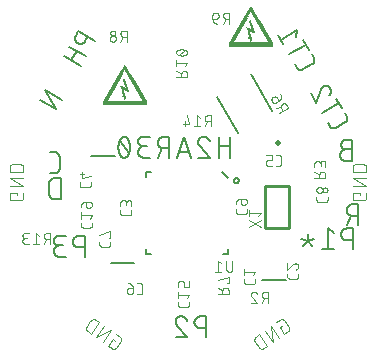
<source format=gbr>
G04 EAGLE Gerber RS-274X export*
G75*
%MOMM*%
%FSLAX34Y34*%
%LPD*%
%INSilkscreen Bottom*%
%IPPOS*%
%AMOC8*
5,1,8,0,0,1.08239X$1,22.5*%
G01*
%ADD10C,0.152400*%
%ADD11C,0.101600*%
%ADD12R,3.644900X0.012700*%
%ADD13R,3.695700X0.012700*%
%ADD14R,3.721100X0.012700*%
%ADD15R,3.746500X0.012700*%
%ADD16R,3.771900X0.012700*%
%ADD17R,3.784600X0.012700*%
%ADD18R,3.797300X0.012700*%
%ADD19R,3.733800X0.012700*%
%ADD20R,3.670300X0.012700*%
%ADD21R,3.657600X0.012700*%
%ADD22R,3.632200X0.012700*%
%ADD23R,0.279400X0.012700*%
%ADD24R,0.266700X0.012700*%
%ADD25R,0.292100X0.012700*%
%ADD26R,0.012700X0.012700*%
%ADD27R,0.038100X0.012700*%
%ADD28R,0.063500X0.012700*%
%ADD29R,0.076200X0.012700*%
%ADD30R,0.101600X0.012700*%
%ADD31R,0.114300X0.012700*%
%ADD32R,0.139700X0.012700*%
%ADD33R,0.165100X0.012700*%
%ADD34R,0.177800X0.012700*%
%ADD35R,0.190500X0.012700*%
%ADD36R,0.215900X0.012700*%
%ADD37R,0.241300X0.012700*%
%ADD38R,0.254000X0.012700*%
%ADD39R,0.228600X0.012700*%
%ADD40R,0.152400X0.012700*%
%ADD41R,0.127000X0.012700*%
%ADD42R,0.203200X0.012700*%
%ADD43R,0.317500X0.012700*%
%ADD44R,0.355600X0.012700*%
%ADD45R,0.381000X0.012700*%
%ADD46R,0.533400X0.012700*%
%ADD47R,0.546100X0.012700*%
%ADD48R,0.368300X0.012700*%
%ADD49R,0.330200X0.012700*%
%ADD50R,0.304800X0.012700*%
%ADD51R,0.050800X0.012700*%
%ADD52R,0.508000X0.012700*%
%ADD53R,0.495300X0.012700*%
%ADD54R,0.469900X0.012700*%
%ADD55R,0.457200X0.012700*%
%ADD56R,0.444500X0.012700*%
%ADD57R,0.431800X0.012700*%
%ADD58R,0.419100X0.012700*%
%ADD59R,0.406400X0.012700*%
%ADD60R,0.393700X0.012700*%
%ADD61R,0.342900X0.012700*%
%ADD62C,0.076200*%
%ADD63C,0.127000*%
%ADD64C,0.254000*%
%ADD65C,0.150000*%
%ADD66C,0.500000*%


D10*
X484802Y374205D02*
X479863Y374205D01*
X479723Y374203D01*
X479584Y374197D01*
X479444Y374187D01*
X479305Y374173D01*
X479166Y374156D01*
X479028Y374134D01*
X478891Y374108D01*
X478754Y374079D01*
X478618Y374046D01*
X478484Y374009D01*
X478350Y373968D01*
X478218Y373923D01*
X478086Y373874D01*
X477957Y373822D01*
X477829Y373767D01*
X477702Y373707D01*
X477577Y373644D01*
X477454Y373578D01*
X477333Y373508D01*
X477214Y373435D01*
X477097Y373358D01*
X476983Y373278D01*
X476870Y373195D01*
X476760Y373109D01*
X476653Y373019D01*
X476548Y372927D01*
X476446Y372832D01*
X476346Y372734D01*
X476249Y372633D01*
X476155Y372529D01*
X476065Y372423D01*
X475977Y372314D01*
X475892Y372203D01*
X475811Y372089D01*
X475732Y371974D01*
X475657Y371856D01*
X475586Y371736D01*
X475518Y371613D01*
X475453Y371490D01*
X475392Y371364D01*
X475334Y371236D01*
X475280Y371108D01*
X475230Y370977D01*
X475183Y370845D01*
X475140Y370712D01*
X475101Y370578D01*
X475066Y370443D01*
X475035Y370307D01*
X475007Y370169D01*
X474984Y370032D01*
X474964Y369893D01*
X474948Y369754D01*
X474936Y369615D01*
X474928Y369476D01*
X474924Y369336D01*
X474924Y369196D01*
X474928Y369056D01*
X474936Y368917D01*
X474948Y368778D01*
X474964Y368639D01*
X474984Y368500D01*
X475007Y368363D01*
X475035Y368225D01*
X475066Y368089D01*
X475101Y367954D01*
X475140Y367820D01*
X475183Y367687D01*
X475230Y367555D01*
X475280Y367424D01*
X475334Y367296D01*
X475392Y367168D01*
X475453Y367042D01*
X475518Y366919D01*
X475586Y366797D01*
X475657Y366676D01*
X475732Y366558D01*
X475811Y366443D01*
X475892Y366329D01*
X475977Y366218D01*
X476065Y366109D01*
X476155Y366003D01*
X476249Y365899D01*
X476346Y365798D01*
X476446Y365700D01*
X476548Y365605D01*
X476653Y365513D01*
X476760Y365423D01*
X476870Y365337D01*
X476983Y365254D01*
X477097Y365174D01*
X477214Y365097D01*
X477333Y365024D01*
X477454Y364954D01*
X477577Y364888D01*
X477702Y364825D01*
X477829Y364765D01*
X477957Y364710D01*
X478086Y364658D01*
X478218Y364609D01*
X478350Y364564D01*
X478484Y364523D01*
X478618Y364486D01*
X478754Y364453D01*
X478891Y364424D01*
X479028Y364398D01*
X479166Y364376D01*
X479305Y364359D01*
X479444Y364345D01*
X479584Y364335D01*
X479723Y364329D01*
X479863Y364327D01*
X484802Y364327D01*
X484802Y382107D01*
X479863Y382107D01*
X479739Y382105D01*
X479615Y382099D01*
X479491Y382089D01*
X479368Y382076D01*
X479245Y382058D01*
X479123Y382037D01*
X479001Y382012D01*
X478880Y381983D01*
X478761Y381950D01*
X478642Y381914D01*
X478525Y381873D01*
X478409Y381830D01*
X478294Y381782D01*
X478181Y381731D01*
X478069Y381676D01*
X477960Y381618D01*
X477852Y381557D01*
X477746Y381492D01*
X477642Y381424D01*
X477541Y381352D01*
X477441Y381278D01*
X477345Y381200D01*
X477250Y381120D01*
X477158Y381036D01*
X477069Y380950D01*
X476983Y380861D01*
X476899Y380769D01*
X476819Y380674D01*
X476741Y380578D01*
X476667Y380478D01*
X476595Y380377D01*
X476527Y380273D01*
X476462Y380167D01*
X476401Y380059D01*
X476343Y379950D01*
X476288Y379838D01*
X476237Y379725D01*
X476189Y379610D01*
X476146Y379494D01*
X476105Y379377D01*
X476069Y379258D01*
X476036Y379139D01*
X476007Y379018D01*
X475982Y378896D01*
X475961Y378774D01*
X475943Y378651D01*
X475930Y378528D01*
X475920Y378404D01*
X475914Y378280D01*
X475912Y378156D01*
X475914Y378032D01*
X475920Y377908D01*
X475930Y377784D01*
X475943Y377661D01*
X475961Y377538D01*
X475982Y377416D01*
X476007Y377294D01*
X476036Y377173D01*
X476069Y377054D01*
X476105Y376935D01*
X476146Y376818D01*
X476189Y376702D01*
X476237Y376587D01*
X476288Y376474D01*
X476343Y376362D01*
X476401Y376253D01*
X476462Y376145D01*
X476527Y376039D01*
X476595Y375935D01*
X476667Y375834D01*
X476741Y375734D01*
X476819Y375638D01*
X476899Y375543D01*
X476983Y375451D01*
X477069Y375362D01*
X477158Y375276D01*
X477250Y375192D01*
X477345Y375112D01*
X477441Y375034D01*
X477541Y374960D01*
X477642Y374888D01*
X477746Y374820D01*
X477852Y374755D01*
X477960Y374694D01*
X478069Y374636D01*
X478181Y374581D01*
X478294Y374530D01*
X478409Y374482D01*
X478525Y374439D01*
X478642Y374398D01*
X478761Y374362D01*
X478880Y374329D01*
X479001Y374300D01*
X479123Y374275D01*
X479245Y374254D01*
X479368Y374236D01*
X479491Y374223D01*
X479615Y374213D01*
X479739Y374207D01*
X479863Y374205D01*
X490542Y327680D02*
X490542Y309900D01*
X490542Y327680D02*
X485603Y327680D01*
X485463Y327678D01*
X485324Y327672D01*
X485184Y327662D01*
X485045Y327648D01*
X484906Y327631D01*
X484768Y327609D01*
X484631Y327583D01*
X484494Y327554D01*
X484358Y327521D01*
X484224Y327484D01*
X484090Y327443D01*
X483958Y327398D01*
X483826Y327349D01*
X483697Y327297D01*
X483569Y327242D01*
X483442Y327182D01*
X483317Y327119D01*
X483194Y327053D01*
X483073Y326983D01*
X482954Y326910D01*
X482837Y326833D01*
X482723Y326753D01*
X482610Y326670D01*
X482500Y326584D01*
X482393Y326494D01*
X482288Y326402D01*
X482186Y326307D01*
X482086Y326209D01*
X481989Y326108D01*
X481895Y326004D01*
X481805Y325898D01*
X481717Y325789D01*
X481632Y325678D01*
X481551Y325564D01*
X481472Y325449D01*
X481397Y325331D01*
X481326Y325211D01*
X481258Y325088D01*
X481193Y324965D01*
X481132Y324839D01*
X481074Y324711D01*
X481020Y324583D01*
X480970Y324452D01*
X480923Y324320D01*
X480880Y324187D01*
X480841Y324053D01*
X480806Y323918D01*
X480775Y323782D01*
X480747Y323644D01*
X480724Y323507D01*
X480704Y323368D01*
X480688Y323229D01*
X480676Y323090D01*
X480668Y322951D01*
X480664Y322811D01*
X480664Y322671D01*
X480668Y322531D01*
X480676Y322392D01*
X480688Y322253D01*
X480704Y322114D01*
X480724Y321975D01*
X480747Y321838D01*
X480775Y321700D01*
X480806Y321564D01*
X480841Y321429D01*
X480880Y321295D01*
X480923Y321162D01*
X480970Y321030D01*
X481020Y320899D01*
X481074Y320771D01*
X481132Y320643D01*
X481193Y320517D01*
X481258Y320394D01*
X481326Y320272D01*
X481397Y320151D01*
X481472Y320033D01*
X481551Y319918D01*
X481632Y319804D01*
X481717Y319693D01*
X481805Y319584D01*
X481895Y319478D01*
X481989Y319374D01*
X482086Y319273D01*
X482186Y319175D01*
X482288Y319080D01*
X482393Y318988D01*
X482500Y318898D01*
X482610Y318812D01*
X482723Y318729D01*
X482837Y318649D01*
X482954Y318572D01*
X483073Y318499D01*
X483194Y318429D01*
X483317Y318363D01*
X483442Y318300D01*
X483569Y318240D01*
X483697Y318185D01*
X483826Y318133D01*
X483958Y318084D01*
X484090Y318039D01*
X484224Y317998D01*
X484358Y317961D01*
X484494Y317928D01*
X484631Y317899D01*
X484768Y317873D01*
X484906Y317851D01*
X485045Y317834D01*
X485184Y317820D01*
X485324Y317810D01*
X485463Y317804D01*
X485603Y317802D01*
X485603Y317803D02*
X490542Y317803D01*
X484616Y317803D02*
X480665Y309900D01*
X238470Y331965D02*
X238470Y349745D01*
X233532Y349745D01*
X233393Y349743D01*
X233255Y349737D01*
X233117Y349728D01*
X232979Y349714D01*
X232842Y349697D01*
X232705Y349675D01*
X232568Y349650D01*
X232433Y349621D01*
X232298Y349588D01*
X232165Y349552D01*
X232032Y349512D01*
X231901Y349468D01*
X231771Y349420D01*
X231642Y349369D01*
X231515Y349314D01*
X231389Y349256D01*
X231265Y349194D01*
X231143Y349129D01*
X231023Y349060D01*
X230904Y348988D01*
X230788Y348913D01*
X230674Y348834D01*
X230562Y348752D01*
X230453Y348667D01*
X230345Y348580D01*
X230241Y348489D01*
X230139Y348395D01*
X230040Y348298D01*
X229943Y348199D01*
X229849Y348097D01*
X229758Y347993D01*
X229671Y347885D01*
X229586Y347776D01*
X229504Y347664D01*
X229425Y347550D01*
X229350Y347434D01*
X229278Y347315D01*
X229209Y347195D01*
X229144Y347073D01*
X229082Y346949D01*
X229024Y346823D01*
X228969Y346696D01*
X228918Y346567D01*
X228870Y346437D01*
X228826Y346306D01*
X228786Y346173D01*
X228750Y346040D01*
X228717Y345905D01*
X228688Y345770D01*
X228663Y345633D01*
X228641Y345496D01*
X228624Y345359D01*
X228610Y345221D01*
X228601Y345083D01*
X228595Y344945D01*
X228593Y344806D01*
X228593Y336904D01*
X228595Y336765D01*
X228601Y336627D01*
X228610Y336489D01*
X228624Y336351D01*
X228641Y336214D01*
X228663Y336077D01*
X228688Y335940D01*
X228717Y335805D01*
X228750Y335670D01*
X228786Y335537D01*
X228826Y335404D01*
X228870Y335273D01*
X228918Y335143D01*
X228969Y335014D01*
X229024Y334887D01*
X229082Y334761D01*
X229144Y334637D01*
X229209Y334515D01*
X229278Y334395D01*
X229350Y334276D01*
X229425Y334160D01*
X229504Y334046D01*
X229586Y333934D01*
X229671Y333825D01*
X229758Y333717D01*
X229849Y333613D01*
X229943Y333511D01*
X230040Y333412D01*
X230139Y333315D01*
X230241Y333221D01*
X230345Y333130D01*
X230453Y333043D01*
X230562Y332958D01*
X230674Y332876D01*
X230788Y332797D01*
X230904Y332722D01*
X231023Y332650D01*
X231143Y332581D01*
X231265Y332516D01*
X231389Y332454D01*
X231515Y332396D01*
X231642Y332341D01*
X231771Y332290D01*
X231901Y332242D01*
X232032Y332198D01*
X232165Y332158D01*
X232298Y332122D01*
X232433Y332089D01*
X232568Y332060D01*
X232705Y332035D01*
X232842Y332013D01*
X232979Y331996D01*
X233117Y331982D01*
X233255Y331973D01*
X233393Y331967D01*
X233532Y331965D01*
X238470Y331965D01*
X233531Y354033D02*
X229580Y354033D01*
X233531Y354033D02*
X233655Y354035D01*
X233779Y354041D01*
X233903Y354051D01*
X234026Y354064D01*
X234149Y354082D01*
X234271Y354103D01*
X234393Y354128D01*
X234514Y354157D01*
X234633Y354190D01*
X234752Y354226D01*
X234869Y354267D01*
X234985Y354310D01*
X235100Y354358D01*
X235213Y354409D01*
X235325Y354464D01*
X235434Y354522D01*
X235542Y354583D01*
X235648Y354648D01*
X235752Y354716D01*
X235853Y354788D01*
X235953Y354862D01*
X236049Y354940D01*
X236144Y355020D01*
X236236Y355104D01*
X236325Y355190D01*
X236411Y355279D01*
X236495Y355371D01*
X236575Y355466D01*
X236653Y355562D01*
X236727Y355662D01*
X236799Y355763D01*
X236867Y355867D01*
X236932Y355973D01*
X236993Y356081D01*
X237051Y356190D01*
X237106Y356302D01*
X237157Y356415D01*
X237205Y356530D01*
X237248Y356646D01*
X237289Y356763D01*
X237325Y356882D01*
X237358Y357001D01*
X237387Y357122D01*
X237412Y357244D01*
X237433Y357366D01*
X237451Y357489D01*
X237464Y357612D01*
X237474Y357736D01*
X237480Y357860D01*
X237482Y357984D01*
X237482Y367862D01*
X237480Y367986D01*
X237474Y368110D01*
X237464Y368234D01*
X237451Y368357D01*
X237433Y368480D01*
X237412Y368602D01*
X237387Y368724D01*
X237358Y368845D01*
X237325Y368964D01*
X237289Y369083D01*
X237248Y369200D01*
X237205Y369316D01*
X237157Y369431D01*
X237106Y369544D01*
X237051Y369656D01*
X236993Y369765D01*
X236932Y369873D01*
X236867Y369979D01*
X236799Y370083D01*
X236727Y370184D01*
X236653Y370284D01*
X236575Y370380D01*
X236495Y370475D01*
X236411Y370567D01*
X236325Y370656D01*
X236236Y370742D01*
X236144Y370826D01*
X236049Y370906D01*
X235953Y370984D01*
X235853Y371058D01*
X235752Y371130D01*
X235648Y371198D01*
X235542Y371263D01*
X235434Y371324D01*
X235325Y371382D01*
X235213Y371437D01*
X235100Y371488D01*
X234986Y371536D01*
X234869Y371579D01*
X234752Y371620D01*
X234633Y371656D01*
X234514Y371689D01*
X234393Y371718D01*
X234271Y371743D01*
X234149Y371764D01*
X234026Y371782D01*
X233903Y371795D01*
X233779Y371805D01*
X233655Y371811D01*
X233531Y371813D01*
X229580Y371813D01*
D11*
X492049Y337254D02*
X492049Y335306D01*
X492049Y337254D02*
X485558Y337254D01*
X485558Y333359D01*
X485560Y333260D01*
X485566Y333160D01*
X485575Y333061D01*
X485588Y332963D01*
X485605Y332865D01*
X485626Y332767D01*
X485651Y332671D01*
X485679Y332576D01*
X485711Y332482D01*
X485746Y332389D01*
X485785Y332297D01*
X485828Y332207D01*
X485873Y332119D01*
X485923Y332032D01*
X485975Y331948D01*
X486031Y331865D01*
X486089Y331785D01*
X486151Y331707D01*
X486216Y331632D01*
X486284Y331559D01*
X486354Y331489D01*
X486427Y331421D01*
X486502Y331356D01*
X486580Y331294D01*
X486660Y331236D01*
X486743Y331180D01*
X486827Y331128D01*
X486914Y331078D01*
X487002Y331033D01*
X487092Y330990D01*
X487184Y330951D01*
X487277Y330916D01*
X487371Y330884D01*
X487466Y330856D01*
X487562Y330831D01*
X487660Y330810D01*
X487758Y330793D01*
X487856Y330780D01*
X487955Y330771D01*
X488055Y330765D01*
X488154Y330763D01*
X494646Y330763D01*
X494745Y330765D01*
X494845Y330771D01*
X494944Y330780D01*
X495042Y330793D01*
X495140Y330810D01*
X495238Y330831D01*
X495334Y330856D01*
X495429Y330884D01*
X495523Y330916D01*
X495616Y330951D01*
X495708Y330990D01*
X495798Y331033D01*
X495886Y331078D01*
X495973Y331128D01*
X496057Y331180D01*
X496140Y331236D01*
X496220Y331294D01*
X496298Y331356D01*
X496373Y331421D01*
X496446Y331489D01*
X496516Y331559D01*
X496584Y331632D01*
X496649Y331707D01*
X496711Y331785D01*
X496769Y331865D01*
X496825Y331948D01*
X496877Y332032D01*
X496927Y332119D01*
X496972Y332207D01*
X497015Y332297D01*
X497054Y332389D01*
X497089Y332481D01*
X497121Y332576D01*
X497149Y332671D01*
X497174Y332767D01*
X497195Y332865D01*
X497212Y332963D01*
X497225Y333061D01*
X497234Y333160D01*
X497240Y333260D01*
X497242Y333359D01*
X497242Y337254D01*
X497242Y342954D02*
X485558Y342954D01*
X485558Y349446D02*
X497242Y342954D01*
X497242Y349446D02*
X485558Y349446D01*
X485558Y355146D02*
X497242Y355146D01*
X497242Y358392D01*
X497240Y358505D01*
X497234Y358618D01*
X497224Y358731D01*
X497210Y358844D01*
X497193Y358956D01*
X497171Y359067D01*
X497146Y359177D01*
X497116Y359287D01*
X497083Y359395D01*
X497046Y359502D01*
X497006Y359608D01*
X496961Y359712D01*
X496913Y359815D01*
X496862Y359916D01*
X496807Y360015D01*
X496749Y360112D01*
X496687Y360207D01*
X496622Y360300D01*
X496554Y360390D01*
X496483Y360478D01*
X496408Y360564D01*
X496331Y360647D01*
X496251Y360727D01*
X496168Y360804D01*
X496082Y360879D01*
X495994Y360950D01*
X495904Y361018D01*
X495811Y361083D01*
X495716Y361145D01*
X495619Y361203D01*
X495520Y361258D01*
X495419Y361309D01*
X495316Y361357D01*
X495212Y361402D01*
X495106Y361442D01*
X494999Y361479D01*
X494891Y361512D01*
X494781Y361542D01*
X494671Y361567D01*
X494560Y361589D01*
X494448Y361606D01*
X494335Y361620D01*
X494222Y361630D01*
X494109Y361636D01*
X493996Y361638D01*
X488804Y361638D01*
X488691Y361636D01*
X488578Y361630D01*
X488465Y361620D01*
X488352Y361606D01*
X488240Y361589D01*
X488129Y361567D01*
X488019Y361542D01*
X487909Y361512D01*
X487801Y361479D01*
X487694Y361442D01*
X487588Y361402D01*
X487484Y361357D01*
X487381Y361309D01*
X487280Y361258D01*
X487181Y361203D01*
X487084Y361145D01*
X486989Y361083D01*
X486896Y361018D01*
X486806Y360950D01*
X486718Y360879D01*
X486632Y360804D01*
X486549Y360727D01*
X486469Y360647D01*
X486392Y360564D01*
X486317Y360478D01*
X486246Y360390D01*
X486178Y360300D01*
X486113Y360207D01*
X486051Y360112D01*
X485993Y360015D01*
X485938Y359916D01*
X485887Y359815D01*
X485839Y359712D01*
X485794Y359608D01*
X485754Y359502D01*
X485717Y359395D01*
X485684Y359287D01*
X485654Y359177D01*
X485629Y359067D01*
X485607Y358956D01*
X485590Y358844D01*
X485576Y358731D01*
X485566Y358618D01*
X485560Y358505D01*
X485558Y358392D01*
X485558Y355146D01*
X425667Y224415D02*
X424072Y223298D01*
X427795Y217981D01*
X430986Y220215D01*
X430985Y220215D02*
X431065Y220274D01*
X431143Y220336D01*
X431219Y220400D01*
X431292Y220468D01*
X431363Y220538D01*
X431430Y220611D01*
X431495Y220686D01*
X431557Y220764D01*
X431616Y220844D01*
X431672Y220926D01*
X431725Y221011D01*
X431774Y221097D01*
X431820Y221185D01*
X431863Y221275D01*
X431902Y221366D01*
X431937Y221459D01*
X431969Y221553D01*
X431998Y221649D01*
X432022Y221745D01*
X432043Y221842D01*
X432061Y221940D01*
X432074Y222039D01*
X432084Y222138D01*
X432090Y222237D01*
X432092Y222336D01*
X432090Y222436D01*
X432085Y222535D01*
X432075Y222634D01*
X432062Y222733D01*
X432046Y222831D01*
X432025Y222928D01*
X432001Y223025D01*
X431973Y223120D01*
X431941Y223214D01*
X431906Y223307D01*
X431867Y223399D01*
X431825Y223489D01*
X431779Y223577D01*
X431730Y223664D01*
X431678Y223748D01*
X431623Y223831D01*
X427900Y229148D01*
X427841Y229228D01*
X427779Y229306D01*
X427715Y229382D01*
X427647Y229455D01*
X427577Y229526D01*
X427504Y229593D01*
X427429Y229658D01*
X427351Y229720D01*
X427271Y229779D01*
X427189Y229835D01*
X427104Y229888D01*
X427018Y229937D01*
X426930Y229983D01*
X426840Y230026D01*
X426749Y230065D01*
X426656Y230100D01*
X426562Y230132D01*
X426466Y230161D01*
X426370Y230185D01*
X426273Y230206D01*
X426175Y230224D01*
X426076Y230237D01*
X425977Y230247D01*
X425878Y230253D01*
X425779Y230255D01*
X425679Y230253D01*
X425580Y230248D01*
X425481Y230239D01*
X425382Y230225D01*
X425284Y230209D01*
X425187Y230188D01*
X425090Y230164D01*
X424995Y230136D01*
X424901Y230104D01*
X424808Y230069D01*
X424716Y230030D01*
X424626Y229988D01*
X424538Y229942D01*
X424451Y229893D01*
X424367Y229841D01*
X424284Y229786D01*
X421094Y227552D01*
X416424Y224282D02*
X423125Y214711D01*
X417808Y210988D02*
X416424Y224282D01*
X411107Y220559D02*
X417808Y210988D01*
X413138Y207718D02*
X406437Y217289D01*
X403778Y215427D01*
X403778Y215428D02*
X403687Y215361D01*
X403597Y215292D01*
X403510Y215219D01*
X403426Y215143D01*
X403345Y215064D01*
X403266Y214983D01*
X403190Y214899D01*
X403117Y214812D01*
X403048Y214723D01*
X402981Y214631D01*
X402918Y214537D01*
X402858Y214441D01*
X402801Y214343D01*
X402748Y214243D01*
X402698Y214141D01*
X402652Y214037D01*
X402610Y213932D01*
X402571Y213826D01*
X402536Y213718D01*
X402505Y213609D01*
X402477Y213499D01*
X402454Y213388D01*
X402434Y213277D01*
X402418Y213165D01*
X402406Y213052D01*
X402398Y212939D01*
X402394Y212826D01*
X402394Y212712D01*
X402398Y212599D01*
X402406Y212486D01*
X402418Y212373D01*
X402434Y212261D01*
X402454Y212150D01*
X402477Y212039D01*
X402505Y211929D01*
X402536Y211820D01*
X402571Y211712D01*
X402610Y211606D01*
X402652Y211501D01*
X402698Y211397D01*
X402748Y211295D01*
X402801Y211195D01*
X402858Y211097D01*
X402918Y211001D01*
X402981Y210907D01*
X405960Y206653D01*
X405959Y206653D02*
X406026Y206562D01*
X406095Y206472D01*
X406168Y206385D01*
X406244Y206301D01*
X406323Y206220D01*
X406404Y206141D01*
X406488Y206065D01*
X406575Y205992D01*
X406665Y205923D01*
X406756Y205856D01*
X406850Y205793D01*
X406946Y205733D01*
X407044Y205676D01*
X407144Y205623D01*
X407246Y205573D01*
X407350Y205527D01*
X407455Y205485D01*
X407561Y205446D01*
X407669Y205411D01*
X407778Y205380D01*
X407888Y205352D01*
X407999Y205329D01*
X408110Y205309D01*
X408222Y205293D01*
X408335Y205281D01*
X408448Y205273D01*
X408561Y205269D01*
X408675Y205269D01*
X408788Y205273D01*
X408901Y205281D01*
X409014Y205293D01*
X409126Y205309D01*
X409237Y205329D01*
X409348Y205352D01*
X409458Y205380D01*
X409567Y205411D01*
X409675Y205446D01*
X409781Y205485D01*
X409886Y205527D01*
X409990Y205573D01*
X410092Y205623D01*
X410192Y205676D01*
X410290Y205733D01*
X410386Y205793D01*
X410480Y205856D01*
X413138Y207718D01*
X284057Y212027D02*
X282462Y213144D01*
X278738Y207827D01*
X281929Y205593D01*
X282012Y205538D01*
X282096Y205486D01*
X282183Y205437D01*
X282271Y205391D01*
X282361Y205349D01*
X282453Y205310D01*
X282546Y205275D01*
X282640Y205243D01*
X282735Y205215D01*
X282832Y205191D01*
X282929Y205170D01*
X283027Y205154D01*
X283126Y205140D01*
X283225Y205131D01*
X283324Y205126D01*
X283424Y205124D01*
X283523Y205126D01*
X283622Y205132D01*
X283721Y205142D01*
X283820Y205155D01*
X283918Y205173D01*
X284015Y205194D01*
X284111Y205218D01*
X284207Y205247D01*
X284301Y205279D01*
X284394Y205314D01*
X284485Y205353D01*
X284575Y205396D01*
X284663Y205442D01*
X284749Y205491D01*
X284834Y205544D01*
X284916Y205600D01*
X284996Y205659D01*
X285074Y205721D01*
X285149Y205786D01*
X285222Y205853D01*
X285292Y205924D01*
X285360Y205997D01*
X285424Y206073D01*
X285486Y206151D01*
X285545Y206231D01*
X289268Y211548D01*
X289323Y211631D01*
X289375Y211715D01*
X289424Y211802D01*
X289470Y211890D01*
X289512Y211980D01*
X289551Y212072D01*
X289586Y212165D01*
X289618Y212259D01*
X289646Y212354D01*
X289670Y212451D01*
X289691Y212548D01*
X289707Y212646D01*
X289721Y212745D01*
X289730Y212844D01*
X289735Y212943D01*
X289737Y213043D01*
X289735Y213142D01*
X289729Y213241D01*
X289719Y213340D01*
X289706Y213439D01*
X289688Y213537D01*
X289667Y213634D01*
X289643Y213730D01*
X289614Y213826D01*
X289582Y213920D01*
X289547Y214013D01*
X289508Y214104D01*
X289465Y214194D01*
X289419Y214282D01*
X289370Y214368D01*
X289317Y214453D01*
X289261Y214535D01*
X289202Y214615D01*
X289140Y214693D01*
X289075Y214768D01*
X289008Y214841D01*
X288937Y214911D01*
X288864Y214979D01*
X288788Y215043D01*
X288710Y215105D01*
X288630Y215164D01*
X285440Y217398D01*
X280770Y220668D02*
X274069Y211097D01*
X268751Y214820D02*
X280770Y220668D01*
X275453Y224391D02*
X268751Y214820D01*
X264082Y218090D02*
X270783Y227661D01*
X268125Y229523D01*
X268031Y229586D01*
X267935Y229646D01*
X267837Y229703D01*
X267737Y229756D01*
X267635Y229806D01*
X267531Y229852D01*
X267426Y229894D01*
X267320Y229933D01*
X267212Y229968D01*
X267103Y229999D01*
X266993Y230027D01*
X266882Y230050D01*
X266771Y230070D01*
X266659Y230086D01*
X266546Y230098D01*
X266433Y230106D01*
X266320Y230110D01*
X266206Y230110D01*
X266093Y230106D01*
X265980Y230098D01*
X265867Y230086D01*
X265755Y230070D01*
X265644Y230050D01*
X265533Y230027D01*
X265423Y229999D01*
X265314Y229968D01*
X265206Y229933D01*
X265100Y229894D01*
X264995Y229852D01*
X264891Y229806D01*
X264789Y229756D01*
X264689Y229703D01*
X264591Y229646D01*
X264495Y229586D01*
X264401Y229523D01*
X264310Y229456D01*
X264220Y229387D01*
X264133Y229314D01*
X264049Y229238D01*
X263968Y229159D01*
X263889Y229078D01*
X263813Y228994D01*
X263740Y228907D01*
X263671Y228818D01*
X263604Y228726D01*
X260626Y224472D01*
X260563Y224378D01*
X260503Y224282D01*
X260446Y224184D01*
X260393Y224084D01*
X260343Y223982D01*
X260297Y223878D01*
X260255Y223773D01*
X260216Y223667D01*
X260181Y223559D01*
X260150Y223450D01*
X260122Y223340D01*
X260099Y223229D01*
X260079Y223118D01*
X260063Y223006D01*
X260051Y222893D01*
X260043Y222780D01*
X260039Y222667D01*
X260039Y222553D01*
X260043Y222440D01*
X260051Y222327D01*
X260063Y222214D01*
X260079Y222102D01*
X260099Y221991D01*
X260122Y221880D01*
X260150Y221770D01*
X260181Y221661D01*
X260216Y221553D01*
X260255Y221447D01*
X260297Y221342D01*
X260343Y221238D01*
X260393Y221136D01*
X260446Y221036D01*
X260503Y220938D01*
X260563Y220842D01*
X260626Y220748D01*
X260693Y220656D01*
X260762Y220567D01*
X260835Y220480D01*
X260911Y220396D01*
X260990Y220315D01*
X261071Y220236D01*
X261155Y220160D01*
X261242Y220087D01*
X261332Y220018D01*
X261423Y219951D01*
X261423Y219952D02*
X264082Y218090D01*
X201649Y335306D02*
X201649Y337254D01*
X195158Y337254D01*
X195158Y333359D01*
X195160Y333260D01*
X195166Y333160D01*
X195175Y333061D01*
X195188Y332963D01*
X195205Y332865D01*
X195226Y332767D01*
X195251Y332671D01*
X195279Y332576D01*
X195311Y332482D01*
X195346Y332389D01*
X195385Y332297D01*
X195428Y332207D01*
X195473Y332119D01*
X195523Y332032D01*
X195575Y331948D01*
X195631Y331865D01*
X195689Y331785D01*
X195751Y331707D01*
X195816Y331632D01*
X195884Y331559D01*
X195954Y331489D01*
X196027Y331421D01*
X196102Y331356D01*
X196180Y331294D01*
X196260Y331236D01*
X196343Y331180D01*
X196427Y331128D01*
X196514Y331078D01*
X196602Y331033D01*
X196692Y330990D01*
X196784Y330951D01*
X196877Y330916D01*
X196971Y330884D01*
X197066Y330856D01*
X197162Y330831D01*
X197260Y330810D01*
X197358Y330793D01*
X197456Y330780D01*
X197555Y330771D01*
X197655Y330765D01*
X197754Y330763D01*
X204246Y330763D01*
X204345Y330765D01*
X204445Y330771D01*
X204544Y330780D01*
X204642Y330793D01*
X204740Y330810D01*
X204838Y330831D01*
X204934Y330856D01*
X205029Y330884D01*
X205123Y330916D01*
X205216Y330951D01*
X205308Y330990D01*
X205398Y331033D01*
X205486Y331078D01*
X205573Y331128D01*
X205657Y331180D01*
X205740Y331236D01*
X205820Y331294D01*
X205898Y331356D01*
X205973Y331421D01*
X206046Y331489D01*
X206116Y331559D01*
X206184Y331632D01*
X206249Y331707D01*
X206311Y331785D01*
X206369Y331865D01*
X206425Y331948D01*
X206477Y332032D01*
X206527Y332119D01*
X206572Y332207D01*
X206615Y332297D01*
X206654Y332389D01*
X206689Y332481D01*
X206721Y332576D01*
X206749Y332671D01*
X206774Y332767D01*
X206795Y332865D01*
X206812Y332963D01*
X206825Y333061D01*
X206834Y333160D01*
X206840Y333260D01*
X206842Y333359D01*
X206842Y337254D01*
X206842Y342954D02*
X195158Y342954D01*
X195158Y349446D02*
X206842Y342954D01*
X206842Y349446D02*
X195158Y349446D01*
X195158Y355146D02*
X206842Y355146D01*
X206842Y358392D01*
X206840Y358505D01*
X206834Y358618D01*
X206824Y358731D01*
X206810Y358844D01*
X206793Y358956D01*
X206771Y359067D01*
X206746Y359177D01*
X206716Y359287D01*
X206683Y359395D01*
X206646Y359502D01*
X206606Y359608D01*
X206561Y359712D01*
X206513Y359815D01*
X206462Y359916D01*
X206407Y360015D01*
X206349Y360112D01*
X206287Y360207D01*
X206222Y360300D01*
X206154Y360390D01*
X206083Y360478D01*
X206008Y360564D01*
X205931Y360647D01*
X205851Y360727D01*
X205768Y360804D01*
X205682Y360879D01*
X205594Y360950D01*
X205504Y361018D01*
X205411Y361083D01*
X205316Y361145D01*
X205219Y361203D01*
X205120Y361258D01*
X205019Y361309D01*
X204916Y361357D01*
X204812Y361402D01*
X204706Y361442D01*
X204599Y361479D01*
X204491Y361512D01*
X204381Y361542D01*
X204271Y361567D01*
X204160Y361589D01*
X204048Y361606D01*
X203935Y361620D01*
X203822Y361630D01*
X203709Y361636D01*
X203596Y361638D01*
X198404Y361638D01*
X198291Y361636D01*
X198178Y361630D01*
X198065Y361620D01*
X197952Y361606D01*
X197840Y361589D01*
X197729Y361567D01*
X197619Y361542D01*
X197509Y361512D01*
X197401Y361479D01*
X197294Y361442D01*
X197188Y361402D01*
X197084Y361357D01*
X196981Y361309D01*
X196880Y361258D01*
X196781Y361203D01*
X196684Y361145D01*
X196589Y361083D01*
X196496Y361018D01*
X196406Y360950D01*
X196318Y360879D01*
X196232Y360804D01*
X196149Y360727D01*
X196069Y360647D01*
X195992Y360564D01*
X195917Y360478D01*
X195846Y360390D01*
X195778Y360300D01*
X195713Y360207D01*
X195651Y360112D01*
X195593Y360015D01*
X195538Y359916D01*
X195487Y359815D01*
X195439Y359712D01*
X195394Y359608D01*
X195354Y359502D01*
X195317Y359395D01*
X195284Y359287D01*
X195254Y359177D01*
X195229Y359067D01*
X195207Y358956D01*
X195190Y358844D01*
X195176Y358731D01*
X195166Y358618D01*
X195160Y358505D01*
X195158Y358392D01*
X195158Y355146D01*
D10*
X485673Y307109D02*
X485673Y289329D01*
X485673Y307109D02*
X480734Y307109D01*
X480594Y307107D01*
X480455Y307101D01*
X480315Y307091D01*
X480176Y307077D01*
X480037Y307060D01*
X479899Y307038D01*
X479762Y307012D01*
X479625Y306983D01*
X479489Y306950D01*
X479355Y306913D01*
X479221Y306872D01*
X479089Y306827D01*
X478957Y306778D01*
X478828Y306726D01*
X478700Y306671D01*
X478573Y306611D01*
X478448Y306548D01*
X478325Y306482D01*
X478204Y306412D01*
X478085Y306339D01*
X477968Y306262D01*
X477854Y306182D01*
X477741Y306099D01*
X477631Y306013D01*
X477524Y305923D01*
X477419Y305831D01*
X477317Y305736D01*
X477217Y305638D01*
X477120Y305537D01*
X477026Y305433D01*
X476936Y305327D01*
X476848Y305218D01*
X476763Y305107D01*
X476682Y304993D01*
X476603Y304878D01*
X476528Y304760D01*
X476457Y304640D01*
X476389Y304517D01*
X476324Y304394D01*
X476263Y304268D01*
X476205Y304140D01*
X476151Y304012D01*
X476101Y303881D01*
X476054Y303749D01*
X476011Y303616D01*
X475972Y303482D01*
X475937Y303347D01*
X475906Y303211D01*
X475878Y303073D01*
X475855Y302936D01*
X475835Y302797D01*
X475819Y302658D01*
X475807Y302519D01*
X475799Y302380D01*
X475795Y302240D01*
X475795Y302100D01*
X475799Y301960D01*
X475807Y301821D01*
X475819Y301682D01*
X475835Y301543D01*
X475855Y301404D01*
X475878Y301267D01*
X475906Y301129D01*
X475937Y300993D01*
X475972Y300858D01*
X476011Y300724D01*
X476054Y300591D01*
X476101Y300459D01*
X476151Y300328D01*
X476205Y300200D01*
X476263Y300072D01*
X476324Y299946D01*
X476389Y299823D01*
X476457Y299701D01*
X476528Y299580D01*
X476603Y299462D01*
X476682Y299347D01*
X476763Y299233D01*
X476848Y299122D01*
X476936Y299013D01*
X477026Y298907D01*
X477120Y298803D01*
X477217Y298702D01*
X477317Y298604D01*
X477419Y298509D01*
X477524Y298417D01*
X477631Y298327D01*
X477741Y298241D01*
X477854Y298158D01*
X477968Y298078D01*
X478085Y298001D01*
X478204Y297928D01*
X478325Y297858D01*
X478448Y297792D01*
X478573Y297729D01*
X478700Y297669D01*
X478828Y297614D01*
X478957Y297562D01*
X479089Y297513D01*
X479221Y297468D01*
X479355Y297427D01*
X479489Y297390D01*
X479625Y297357D01*
X479762Y297328D01*
X479899Y297302D01*
X480037Y297280D01*
X480176Y297263D01*
X480315Y297249D01*
X480455Y297239D01*
X480594Y297233D01*
X480734Y297231D01*
X485673Y297231D01*
X469678Y303158D02*
X464739Y307109D01*
X464739Y289329D01*
X469678Y289329D02*
X459800Y289329D01*
X447430Y296243D02*
X447430Y302170D01*
X447430Y296243D02*
X443973Y291798D01*
X447430Y296243D02*
X450888Y291798D01*
X447430Y296243D02*
X441998Y298219D01*
X447430Y296243D02*
X452863Y298219D01*
X361582Y232751D02*
X361582Y214971D01*
X361582Y232751D02*
X356644Y232751D01*
X356504Y232749D01*
X356365Y232743D01*
X356225Y232733D01*
X356086Y232719D01*
X355947Y232702D01*
X355809Y232680D01*
X355672Y232654D01*
X355535Y232625D01*
X355399Y232592D01*
X355265Y232555D01*
X355131Y232514D01*
X354999Y232469D01*
X354867Y232420D01*
X354738Y232368D01*
X354610Y232313D01*
X354483Y232253D01*
X354358Y232190D01*
X354235Y232124D01*
X354114Y232054D01*
X353995Y231981D01*
X353878Y231904D01*
X353764Y231824D01*
X353651Y231741D01*
X353541Y231655D01*
X353434Y231565D01*
X353329Y231473D01*
X353227Y231378D01*
X353127Y231280D01*
X353030Y231179D01*
X352936Y231075D01*
X352846Y230969D01*
X352758Y230860D01*
X352673Y230749D01*
X352592Y230635D01*
X352513Y230520D01*
X352438Y230402D01*
X352367Y230282D01*
X352299Y230159D01*
X352234Y230036D01*
X352173Y229910D01*
X352115Y229782D01*
X352061Y229654D01*
X352011Y229523D01*
X351964Y229391D01*
X351921Y229258D01*
X351882Y229124D01*
X351847Y228989D01*
X351816Y228853D01*
X351788Y228715D01*
X351765Y228578D01*
X351745Y228439D01*
X351729Y228300D01*
X351717Y228161D01*
X351709Y228022D01*
X351705Y227882D01*
X351705Y227742D01*
X351709Y227602D01*
X351717Y227463D01*
X351729Y227324D01*
X351745Y227185D01*
X351765Y227046D01*
X351788Y226909D01*
X351816Y226771D01*
X351847Y226635D01*
X351882Y226500D01*
X351921Y226366D01*
X351964Y226233D01*
X352011Y226101D01*
X352061Y225970D01*
X352115Y225842D01*
X352173Y225714D01*
X352234Y225588D01*
X352299Y225465D01*
X352367Y225342D01*
X352438Y225222D01*
X352513Y225104D01*
X352592Y224989D01*
X352673Y224875D01*
X352758Y224764D01*
X352846Y224655D01*
X352936Y224549D01*
X353030Y224445D01*
X353127Y224344D01*
X353227Y224246D01*
X353329Y224151D01*
X353434Y224059D01*
X353541Y223969D01*
X353651Y223883D01*
X353764Y223800D01*
X353878Y223720D01*
X353995Y223643D01*
X354114Y223570D01*
X354235Y223500D01*
X354358Y223434D01*
X354483Y223371D01*
X354610Y223311D01*
X354738Y223256D01*
X354867Y223204D01*
X354999Y223155D01*
X355131Y223110D01*
X355265Y223069D01*
X355399Y223032D01*
X355535Y222999D01*
X355672Y222970D01*
X355809Y222944D01*
X355947Y222922D01*
X356086Y222905D01*
X356225Y222891D01*
X356365Y222881D01*
X356504Y222875D01*
X356644Y222873D01*
X361582Y222873D01*
X340155Y232751D02*
X340023Y232749D01*
X339892Y232743D01*
X339760Y232733D01*
X339629Y232720D01*
X339499Y232702D01*
X339369Y232681D01*
X339239Y232656D01*
X339111Y232627D01*
X338983Y232594D01*
X338857Y232557D01*
X338731Y232517D01*
X338607Y232473D01*
X338484Y232425D01*
X338363Y232374D01*
X338243Y232319D01*
X338125Y232261D01*
X338009Y232199D01*
X337895Y232133D01*
X337782Y232065D01*
X337672Y231993D01*
X337564Y231918D01*
X337458Y231839D01*
X337354Y231758D01*
X337253Y231673D01*
X337155Y231586D01*
X337059Y231495D01*
X336966Y231402D01*
X336875Y231306D01*
X336788Y231208D01*
X336703Y231107D01*
X336622Y231003D01*
X336543Y230897D01*
X336468Y230789D01*
X336396Y230679D01*
X336328Y230566D01*
X336262Y230452D01*
X336200Y230336D01*
X336142Y230218D01*
X336087Y230098D01*
X336036Y229977D01*
X335988Y229854D01*
X335944Y229730D01*
X335904Y229604D01*
X335867Y229478D01*
X335834Y229350D01*
X335805Y229222D01*
X335780Y229092D01*
X335759Y228962D01*
X335741Y228832D01*
X335728Y228701D01*
X335718Y228569D01*
X335712Y228438D01*
X335710Y228306D01*
X340155Y232751D02*
X340305Y232749D01*
X340454Y232743D01*
X340603Y232733D01*
X340752Y232720D01*
X340901Y232702D01*
X341049Y232681D01*
X341197Y232655D01*
X341343Y232626D01*
X341489Y232593D01*
X341634Y232556D01*
X341778Y232515D01*
X341921Y232471D01*
X342063Y232423D01*
X342203Y232371D01*
X342342Y232316D01*
X342480Y232257D01*
X342615Y232194D01*
X342750Y232128D01*
X342882Y232058D01*
X343012Y231985D01*
X343141Y231908D01*
X343268Y231828D01*
X343392Y231745D01*
X343514Y231659D01*
X343634Y231569D01*
X343751Y231476D01*
X343866Y231381D01*
X343979Y231282D01*
X344089Y231180D01*
X344196Y231076D01*
X344300Y230969D01*
X344402Y230859D01*
X344500Y230746D01*
X344596Y230631D01*
X344688Y230513D01*
X344778Y230393D01*
X344864Y230271D01*
X344947Y230147D01*
X345027Y230020D01*
X345103Y229892D01*
X345176Y229761D01*
X345246Y229628D01*
X345312Y229494D01*
X345374Y229358D01*
X345433Y229221D01*
X345489Y229082D01*
X345540Y228941D01*
X345588Y228800D01*
X337192Y224849D02*
X337096Y224942D01*
X337004Y225038D01*
X336914Y225137D01*
X336827Y225238D01*
X336743Y225341D01*
X336661Y225446D01*
X336583Y225554D01*
X336508Y225664D01*
X336435Y225776D01*
X336366Y225890D01*
X336300Y226006D01*
X336238Y226124D01*
X336179Y226243D01*
X336123Y226364D01*
X336070Y226487D01*
X336021Y226611D01*
X335976Y226736D01*
X335933Y226863D01*
X335895Y226990D01*
X335860Y227119D01*
X335829Y227248D01*
X335801Y227379D01*
X335777Y227510D01*
X335756Y227642D01*
X335740Y227774D01*
X335727Y227907D01*
X335717Y228040D01*
X335712Y228173D01*
X335710Y228306D01*
X337191Y224849D02*
X345587Y214971D01*
X335710Y214971D01*
X258615Y283108D02*
X258615Y300888D01*
X253677Y300888D01*
X253677Y300889D02*
X253537Y300887D01*
X253398Y300881D01*
X253258Y300871D01*
X253119Y300857D01*
X252980Y300840D01*
X252842Y300818D01*
X252705Y300792D01*
X252568Y300763D01*
X252432Y300730D01*
X252298Y300693D01*
X252164Y300652D01*
X252032Y300607D01*
X251900Y300558D01*
X251771Y300506D01*
X251643Y300451D01*
X251516Y300391D01*
X251391Y300328D01*
X251268Y300262D01*
X251147Y300192D01*
X251028Y300119D01*
X250911Y300042D01*
X250797Y299962D01*
X250684Y299879D01*
X250574Y299793D01*
X250467Y299703D01*
X250362Y299611D01*
X250260Y299516D01*
X250160Y299418D01*
X250063Y299317D01*
X249969Y299213D01*
X249879Y299107D01*
X249791Y298998D01*
X249706Y298887D01*
X249625Y298773D01*
X249546Y298658D01*
X249471Y298540D01*
X249400Y298420D01*
X249332Y298297D01*
X249267Y298174D01*
X249206Y298048D01*
X249148Y297920D01*
X249094Y297792D01*
X249044Y297661D01*
X248997Y297529D01*
X248954Y297396D01*
X248915Y297262D01*
X248880Y297127D01*
X248849Y296991D01*
X248821Y296853D01*
X248798Y296716D01*
X248778Y296577D01*
X248762Y296438D01*
X248750Y296299D01*
X248742Y296160D01*
X248738Y296020D01*
X248738Y295880D01*
X248742Y295740D01*
X248750Y295601D01*
X248762Y295462D01*
X248778Y295323D01*
X248798Y295184D01*
X248821Y295047D01*
X248849Y294909D01*
X248880Y294773D01*
X248915Y294638D01*
X248954Y294504D01*
X248997Y294371D01*
X249044Y294239D01*
X249094Y294108D01*
X249148Y293980D01*
X249206Y293852D01*
X249267Y293726D01*
X249332Y293603D01*
X249400Y293481D01*
X249471Y293360D01*
X249546Y293242D01*
X249625Y293127D01*
X249706Y293013D01*
X249791Y292902D01*
X249879Y292793D01*
X249969Y292687D01*
X250063Y292583D01*
X250160Y292482D01*
X250260Y292384D01*
X250362Y292289D01*
X250467Y292197D01*
X250574Y292107D01*
X250684Y292021D01*
X250797Y291938D01*
X250911Y291858D01*
X251028Y291781D01*
X251147Y291708D01*
X251268Y291638D01*
X251391Y291572D01*
X251516Y291509D01*
X251643Y291449D01*
X251771Y291394D01*
X251900Y291342D01*
X252032Y291293D01*
X252164Y291248D01*
X252298Y291207D01*
X252432Y291170D01*
X252568Y291137D01*
X252705Y291108D01*
X252842Y291082D01*
X252980Y291060D01*
X253119Y291043D01*
X253258Y291029D01*
X253398Y291019D01*
X253537Y291013D01*
X253677Y291011D01*
X258615Y291011D01*
X242620Y283108D02*
X237682Y283108D01*
X237542Y283110D01*
X237403Y283116D01*
X237263Y283126D01*
X237124Y283140D01*
X236985Y283157D01*
X236847Y283179D01*
X236710Y283205D01*
X236573Y283234D01*
X236437Y283267D01*
X236303Y283304D01*
X236169Y283345D01*
X236037Y283390D01*
X235905Y283439D01*
X235776Y283491D01*
X235648Y283546D01*
X235521Y283606D01*
X235396Y283669D01*
X235273Y283735D01*
X235152Y283805D01*
X235033Y283878D01*
X234916Y283955D01*
X234802Y284035D01*
X234689Y284118D01*
X234579Y284204D01*
X234472Y284294D01*
X234367Y284386D01*
X234265Y284481D01*
X234165Y284579D01*
X234068Y284680D01*
X233974Y284784D01*
X233884Y284890D01*
X233796Y284999D01*
X233711Y285110D01*
X233630Y285224D01*
X233551Y285339D01*
X233476Y285457D01*
X233405Y285578D01*
X233337Y285700D01*
X233272Y285823D01*
X233211Y285949D01*
X233153Y286077D01*
X233099Y286205D01*
X233049Y286336D01*
X233002Y286468D01*
X232959Y286601D01*
X232920Y286735D01*
X232885Y286870D01*
X232854Y287006D01*
X232826Y287144D01*
X232803Y287281D01*
X232783Y287420D01*
X232767Y287559D01*
X232755Y287698D01*
X232747Y287837D01*
X232743Y287977D01*
X232743Y288117D01*
X232747Y288257D01*
X232755Y288396D01*
X232767Y288535D01*
X232783Y288674D01*
X232803Y288813D01*
X232826Y288950D01*
X232854Y289088D01*
X232885Y289224D01*
X232920Y289359D01*
X232959Y289493D01*
X233002Y289626D01*
X233049Y289758D01*
X233099Y289889D01*
X233153Y290017D01*
X233211Y290145D01*
X233272Y290271D01*
X233337Y290394D01*
X233405Y290517D01*
X233476Y290637D01*
X233551Y290755D01*
X233630Y290870D01*
X233711Y290984D01*
X233796Y291095D01*
X233884Y291204D01*
X233974Y291310D01*
X234068Y291414D01*
X234165Y291515D01*
X234265Y291613D01*
X234367Y291708D01*
X234472Y291800D01*
X234579Y291890D01*
X234689Y291976D01*
X234802Y292059D01*
X234916Y292139D01*
X235033Y292216D01*
X235152Y292289D01*
X235273Y292359D01*
X235396Y292425D01*
X235521Y292488D01*
X235648Y292548D01*
X235776Y292603D01*
X235905Y292655D01*
X236037Y292704D01*
X236169Y292749D01*
X236303Y292790D01*
X236437Y292827D01*
X236573Y292860D01*
X236710Y292889D01*
X236847Y292915D01*
X236985Y292937D01*
X237124Y292954D01*
X237263Y292968D01*
X237403Y292978D01*
X237542Y292984D01*
X237682Y292986D01*
X236694Y300888D02*
X242620Y300888D01*
X236694Y300888D02*
X236570Y300886D01*
X236446Y300880D01*
X236322Y300870D01*
X236199Y300857D01*
X236076Y300839D01*
X235954Y300818D01*
X235832Y300793D01*
X235711Y300764D01*
X235592Y300731D01*
X235473Y300695D01*
X235356Y300654D01*
X235240Y300611D01*
X235125Y300563D01*
X235012Y300512D01*
X234900Y300457D01*
X234791Y300399D01*
X234683Y300338D01*
X234577Y300273D01*
X234473Y300205D01*
X234372Y300133D01*
X234272Y300059D01*
X234176Y299981D01*
X234081Y299901D01*
X233989Y299817D01*
X233900Y299731D01*
X233814Y299642D01*
X233730Y299550D01*
X233650Y299455D01*
X233572Y299359D01*
X233498Y299259D01*
X233426Y299158D01*
X233358Y299054D01*
X233293Y298948D01*
X233232Y298840D01*
X233174Y298731D01*
X233119Y298619D01*
X233068Y298506D01*
X233020Y298391D01*
X232977Y298275D01*
X232936Y298158D01*
X232900Y298039D01*
X232867Y297920D01*
X232838Y297799D01*
X232813Y297677D01*
X232792Y297555D01*
X232774Y297432D01*
X232761Y297309D01*
X232751Y297185D01*
X232745Y297061D01*
X232743Y296937D01*
X232745Y296813D01*
X232751Y296689D01*
X232761Y296565D01*
X232774Y296442D01*
X232792Y296319D01*
X232813Y296197D01*
X232838Y296075D01*
X232867Y295954D01*
X232900Y295835D01*
X232936Y295716D01*
X232977Y295599D01*
X233020Y295483D01*
X233068Y295368D01*
X233119Y295255D01*
X233174Y295143D01*
X233232Y295034D01*
X233293Y294926D01*
X233358Y294820D01*
X233426Y294716D01*
X233498Y294615D01*
X233572Y294515D01*
X233650Y294419D01*
X233730Y294324D01*
X233814Y294232D01*
X233900Y294143D01*
X233989Y294057D01*
X234081Y293973D01*
X234176Y293893D01*
X234272Y293815D01*
X234372Y293741D01*
X234473Y293669D01*
X234577Y293601D01*
X234683Y293536D01*
X234791Y293475D01*
X234900Y293417D01*
X235012Y293362D01*
X235125Y293311D01*
X235240Y293263D01*
X235356Y293220D01*
X235473Y293179D01*
X235592Y293143D01*
X235711Y293110D01*
X235832Y293081D01*
X235954Y293056D01*
X236076Y293035D01*
X236199Y293017D01*
X236322Y293004D01*
X236446Y292994D01*
X236570Y292988D01*
X236694Y292986D01*
X240645Y292986D01*
X382018Y367030D02*
X382018Y384810D01*
X382018Y376908D02*
X372141Y376908D01*
X372141Y384810D02*
X372141Y367030D01*
X354832Y380365D02*
X354834Y380497D01*
X354840Y380628D01*
X354850Y380760D01*
X354863Y380891D01*
X354881Y381021D01*
X354902Y381151D01*
X354927Y381281D01*
X354956Y381409D01*
X354989Y381537D01*
X355026Y381663D01*
X355066Y381789D01*
X355110Y381913D01*
X355158Y382036D01*
X355209Y382157D01*
X355264Y382277D01*
X355322Y382395D01*
X355384Y382511D01*
X355450Y382625D01*
X355518Y382738D01*
X355590Y382848D01*
X355665Y382956D01*
X355744Y383062D01*
X355825Y383166D01*
X355910Y383267D01*
X355997Y383365D01*
X356088Y383461D01*
X356181Y383554D01*
X356277Y383645D01*
X356375Y383732D01*
X356476Y383817D01*
X356580Y383898D01*
X356686Y383977D01*
X356794Y384052D01*
X356904Y384124D01*
X357017Y384192D01*
X357131Y384258D01*
X357247Y384320D01*
X357365Y384378D01*
X357485Y384433D01*
X357606Y384484D01*
X357729Y384532D01*
X357853Y384576D01*
X357979Y384616D01*
X358105Y384653D01*
X358233Y384686D01*
X358361Y384715D01*
X358491Y384740D01*
X358621Y384761D01*
X358751Y384779D01*
X358882Y384792D01*
X359014Y384802D01*
X359145Y384808D01*
X359277Y384810D01*
X359427Y384808D01*
X359576Y384802D01*
X359725Y384792D01*
X359874Y384779D01*
X360023Y384761D01*
X360171Y384740D01*
X360319Y384714D01*
X360465Y384685D01*
X360611Y384652D01*
X360756Y384615D01*
X360900Y384574D01*
X361043Y384530D01*
X361185Y384482D01*
X361325Y384430D01*
X361464Y384375D01*
X361602Y384316D01*
X361737Y384253D01*
X361872Y384187D01*
X362004Y384117D01*
X362134Y384044D01*
X362263Y383967D01*
X362390Y383887D01*
X362514Y383804D01*
X362636Y383718D01*
X362756Y383628D01*
X362873Y383535D01*
X362988Y383440D01*
X363101Y383341D01*
X363211Y383239D01*
X363318Y383135D01*
X363422Y383028D01*
X363524Y382918D01*
X363622Y382805D01*
X363718Y382690D01*
X363810Y382572D01*
X363900Y382452D01*
X363986Y382330D01*
X364069Y382206D01*
X364149Y382079D01*
X364225Y381951D01*
X364298Y381820D01*
X364368Y381687D01*
X364434Y381553D01*
X364496Y381417D01*
X364555Y381280D01*
X364611Y381141D01*
X364662Y381000D01*
X364710Y380859D01*
X356314Y376908D02*
X356218Y377001D01*
X356126Y377097D01*
X356036Y377196D01*
X355949Y377297D01*
X355865Y377400D01*
X355783Y377505D01*
X355705Y377613D01*
X355630Y377723D01*
X355557Y377835D01*
X355488Y377949D01*
X355422Y378065D01*
X355360Y378183D01*
X355301Y378302D01*
X355245Y378423D01*
X355192Y378546D01*
X355143Y378670D01*
X355098Y378795D01*
X355055Y378922D01*
X355017Y379049D01*
X354982Y379178D01*
X354951Y379307D01*
X354923Y379438D01*
X354899Y379569D01*
X354878Y379701D01*
X354862Y379833D01*
X354849Y379966D01*
X354839Y380099D01*
X354834Y380232D01*
X354832Y380365D01*
X356313Y376908D02*
X364710Y367030D01*
X354832Y367030D01*
X348947Y367030D02*
X343020Y384810D01*
X337094Y367030D01*
X338575Y371475D02*
X347465Y371475D01*
X330565Y367030D02*
X330565Y384810D01*
X325626Y384810D01*
X325486Y384808D01*
X325347Y384802D01*
X325207Y384792D01*
X325068Y384778D01*
X324929Y384761D01*
X324791Y384739D01*
X324654Y384713D01*
X324517Y384684D01*
X324381Y384651D01*
X324247Y384614D01*
X324113Y384573D01*
X323981Y384528D01*
X323849Y384479D01*
X323720Y384427D01*
X323592Y384372D01*
X323465Y384312D01*
X323340Y384249D01*
X323217Y384183D01*
X323096Y384113D01*
X322977Y384040D01*
X322860Y383963D01*
X322746Y383883D01*
X322633Y383800D01*
X322523Y383714D01*
X322416Y383624D01*
X322311Y383532D01*
X322209Y383437D01*
X322109Y383339D01*
X322012Y383238D01*
X321918Y383134D01*
X321828Y383028D01*
X321740Y382919D01*
X321655Y382808D01*
X321574Y382694D01*
X321495Y382579D01*
X321420Y382461D01*
X321349Y382341D01*
X321281Y382218D01*
X321216Y382095D01*
X321155Y381969D01*
X321097Y381841D01*
X321043Y381713D01*
X320993Y381582D01*
X320946Y381450D01*
X320903Y381317D01*
X320864Y381183D01*
X320829Y381048D01*
X320798Y380912D01*
X320770Y380774D01*
X320747Y380637D01*
X320727Y380498D01*
X320711Y380359D01*
X320699Y380220D01*
X320691Y380081D01*
X320687Y379941D01*
X320687Y379801D01*
X320691Y379661D01*
X320699Y379522D01*
X320711Y379383D01*
X320727Y379244D01*
X320747Y379105D01*
X320770Y378968D01*
X320798Y378830D01*
X320829Y378694D01*
X320864Y378559D01*
X320903Y378425D01*
X320946Y378292D01*
X320993Y378160D01*
X321043Y378029D01*
X321097Y377901D01*
X321155Y377773D01*
X321216Y377647D01*
X321281Y377524D01*
X321349Y377402D01*
X321420Y377281D01*
X321495Y377163D01*
X321574Y377048D01*
X321655Y376934D01*
X321740Y376823D01*
X321828Y376714D01*
X321918Y376608D01*
X322012Y376504D01*
X322109Y376403D01*
X322209Y376305D01*
X322311Y376210D01*
X322416Y376118D01*
X322523Y376028D01*
X322633Y375942D01*
X322746Y375859D01*
X322860Y375779D01*
X322977Y375702D01*
X323096Y375629D01*
X323217Y375559D01*
X323340Y375493D01*
X323465Y375430D01*
X323592Y375370D01*
X323720Y375315D01*
X323849Y375263D01*
X323981Y375214D01*
X324113Y375169D01*
X324247Y375128D01*
X324381Y375091D01*
X324517Y375058D01*
X324654Y375029D01*
X324791Y375003D01*
X324929Y374981D01*
X325068Y374964D01*
X325207Y374950D01*
X325347Y374940D01*
X325486Y374934D01*
X325626Y374932D01*
X330565Y374932D01*
X324638Y374932D02*
X320687Y367030D01*
X313900Y367030D02*
X308961Y367030D01*
X308821Y367032D01*
X308682Y367038D01*
X308542Y367048D01*
X308403Y367062D01*
X308264Y367079D01*
X308126Y367101D01*
X307989Y367127D01*
X307852Y367156D01*
X307716Y367189D01*
X307582Y367226D01*
X307448Y367267D01*
X307316Y367312D01*
X307184Y367361D01*
X307055Y367413D01*
X306927Y367468D01*
X306800Y367528D01*
X306675Y367591D01*
X306552Y367657D01*
X306431Y367727D01*
X306312Y367800D01*
X306195Y367877D01*
X306081Y367957D01*
X305968Y368040D01*
X305858Y368126D01*
X305751Y368216D01*
X305646Y368308D01*
X305544Y368403D01*
X305444Y368501D01*
X305347Y368602D01*
X305253Y368706D01*
X305163Y368812D01*
X305075Y368921D01*
X304990Y369032D01*
X304909Y369146D01*
X304830Y369261D01*
X304755Y369379D01*
X304684Y369500D01*
X304616Y369622D01*
X304551Y369745D01*
X304490Y369871D01*
X304432Y369999D01*
X304378Y370127D01*
X304328Y370258D01*
X304281Y370390D01*
X304238Y370523D01*
X304199Y370657D01*
X304164Y370792D01*
X304133Y370928D01*
X304105Y371066D01*
X304082Y371203D01*
X304062Y371342D01*
X304046Y371481D01*
X304034Y371620D01*
X304026Y371759D01*
X304022Y371899D01*
X304022Y372039D01*
X304026Y372179D01*
X304034Y372318D01*
X304046Y372457D01*
X304062Y372596D01*
X304082Y372735D01*
X304105Y372872D01*
X304133Y373010D01*
X304164Y373146D01*
X304199Y373281D01*
X304238Y373415D01*
X304281Y373548D01*
X304328Y373680D01*
X304378Y373811D01*
X304432Y373939D01*
X304490Y374067D01*
X304551Y374193D01*
X304616Y374316D01*
X304684Y374439D01*
X304755Y374559D01*
X304830Y374677D01*
X304909Y374792D01*
X304990Y374906D01*
X305075Y375017D01*
X305163Y375126D01*
X305253Y375232D01*
X305347Y375336D01*
X305444Y375437D01*
X305544Y375535D01*
X305646Y375630D01*
X305751Y375722D01*
X305858Y375812D01*
X305968Y375898D01*
X306081Y375981D01*
X306195Y376061D01*
X306312Y376138D01*
X306431Y376211D01*
X306552Y376281D01*
X306675Y376347D01*
X306800Y376410D01*
X306927Y376470D01*
X307055Y376525D01*
X307184Y376577D01*
X307316Y376626D01*
X307448Y376671D01*
X307582Y376712D01*
X307716Y376749D01*
X307852Y376782D01*
X307989Y376811D01*
X308126Y376837D01*
X308264Y376859D01*
X308403Y376876D01*
X308542Y376890D01*
X308682Y376900D01*
X308821Y376906D01*
X308961Y376908D01*
X307973Y384810D02*
X313900Y384810D01*
X307973Y384810D02*
X307849Y384808D01*
X307725Y384802D01*
X307601Y384792D01*
X307478Y384779D01*
X307355Y384761D01*
X307233Y384740D01*
X307111Y384715D01*
X306990Y384686D01*
X306871Y384653D01*
X306752Y384617D01*
X306635Y384576D01*
X306519Y384533D01*
X306404Y384485D01*
X306291Y384434D01*
X306179Y384379D01*
X306070Y384321D01*
X305962Y384260D01*
X305856Y384195D01*
X305752Y384127D01*
X305651Y384055D01*
X305551Y383981D01*
X305455Y383903D01*
X305360Y383823D01*
X305268Y383739D01*
X305179Y383653D01*
X305093Y383564D01*
X305009Y383472D01*
X304929Y383377D01*
X304851Y383281D01*
X304777Y383181D01*
X304705Y383080D01*
X304637Y382976D01*
X304572Y382870D01*
X304511Y382762D01*
X304453Y382653D01*
X304398Y382541D01*
X304347Y382428D01*
X304299Y382313D01*
X304256Y382197D01*
X304215Y382080D01*
X304179Y381961D01*
X304146Y381842D01*
X304117Y381721D01*
X304092Y381599D01*
X304071Y381477D01*
X304053Y381354D01*
X304040Y381231D01*
X304030Y381107D01*
X304024Y380983D01*
X304022Y380859D01*
X304024Y380735D01*
X304030Y380611D01*
X304040Y380487D01*
X304053Y380364D01*
X304071Y380241D01*
X304092Y380119D01*
X304117Y379997D01*
X304146Y379876D01*
X304179Y379757D01*
X304215Y379638D01*
X304256Y379521D01*
X304299Y379405D01*
X304347Y379290D01*
X304398Y379177D01*
X304453Y379065D01*
X304511Y378956D01*
X304572Y378848D01*
X304637Y378742D01*
X304705Y378638D01*
X304777Y378537D01*
X304851Y378437D01*
X304929Y378341D01*
X305009Y378246D01*
X305093Y378154D01*
X305179Y378065D01*
X305268Y377979D01*
X305360Y377895D01*
X305455Y377815D01*
X305551Y377737D01*
X305651Y377663D01*
X305752Y377591D01*
X305856Y377523D01*
X305962Y377458D01*
X306070Y377397D01*
X306179Y377339D01*
X306291Y377284D01*
X306404Y377233D01*
X306519Y377185D01*
X306635Y377142D01*
X306752Y377101D01*
X306871Y377065D01*
X306990Y377032D01*
X307111Y377003D01*
X307233Y376978D01*
X307355Y376957D01*
X307478Y376939D01*
X307601Y376926D01*
X307725Y376916D01*
X307849Y376910D01*
X307973Y376908D01*
X311924Y376908D01*
X297149Y375920D02*
X297145Y376270D01*
X297132Y376619D01*
X297111Y376968D01*
X297082Y377317D01*
X297045Y377665D01*
X296999Y378012D01*
X296945Y378357D01*
X296883Y378701D01*
X296812Y379044D01*
X296733Y379385D01*
X296647Y379724D01*
X296552Y380060D01*
X296449Y380395D01*
X296338Y380726D01*
X296220Y381056D01*
X296093Y381382D01*
X295959Y381705D01*
X295817Y382024D01*
X295667Y382341D01*
X295668Y382340D02*
X295628Y382453D01*
X295584Y382563D01*
X295536Y382673D01*
X295485Y382780D01*
X295430Y382886D01*
X295372Y382991D01*
X295310Y383093D01*
X295245Y383193D01*
X295177Y383291D01*
X295106Y383387D01*
X295031Y383480D01*
X294954Y383571D01*
X294874Y383659D01*
X294791Y383744D01*
X294705Y383827D01*
X294616Y383907D01*
X294525Y383984D01*
X294431Y384058D01*
X294335Y384129D01*
X294237Y384197D01*
X294137Y384261D01*
X294034Y384323D01*
X293930Y384380D01*
X293824Y384435D01*
X293716Y384486D01*
X293606Y384533D01*
X293495Y384577D01*
X293383Y384617D01*
X293269Y384653D01*
X293155Y384686D01*
X293039Y384715D01*
X292922Y384740D01*
X292805Y384761D01*
X292687Y384779D01*
X292568Y384792D01*
X292449Y384802D01*
X292330Y384808D01*
X292211Y384810D01*
X292092Y384808D01*
X291973Y384802D01*
X291854Y384792D01*
X291735Y384779D01*
X291617Y384761D01*
X291500Y384740D01*
X291383Y384715D01*
X291267Y384686D01*
X291153Y384653D01*
X291039Y384617D01*
X290927Y384577D01*
X290816Y384533D01*
X290706Y384486D01*
X290598Y384435D01*
X290492Y384380D01*
X290388Y384323D01*
X290285Y384261D01*
X290185Y384197D01*
X290087Y384129D01*
X289991Y384058D01*
X289897Y383984D01*
X289806Y383907D01*
X289717Y383827D01*
X289632Y383744D01*
X289548Y383659D01*
X289468Y383571D01*
X289391Y383480D01*
X289316Y383387D01*
X289245Y383291D01*
X289177Y383193D01*
X289112Y383093D01*
X289050Y382991D01*
X288992Y382886D01*
X288937Y382781D01*
X288886Y382673D01*
X288838Y382563D01*
X288794Y382453D01*
X288754Y382340D01*
X288754Y382341D02*
X288604Y382024D01*
X288462Y381705D01*
X288328Y381382D01*
X288201Y381056D01*
X288083Y380726D01*
X287972Y380395D01*
X287869Y380060D01*
X287774Y379724D01*
X287688Y379385D01*
X287609Y379044D01*
X287538Y378701D01*
X287476Y378357D01*
X287422Y378012D01*
X287376Y377665D01*
X287339Y377317D01*
X287310Y376968D01*
X287289Y376619D01*
X287276Y376270D01*
X287272Y375920D01*
X297149Y375920D02*
X297145Y375570D01*
X297132Y375221D01*
X297111Y374872D01*
X297082Y374523D01*
X297045Y374175D01*
X296999Y373828D01*
X296945Y373483D01*
X296883Y373139D01*
X296812Y372796D01*
X296733Y372455D01*
X296647Y372116D01*
X296552Y371780D01*
X296449Y371445D01*
X296338Y371114D01*
X296220Y370785D01*
X296093Y370458D01*
X295959Y370135D01*
X295817Y369816D01*
X295667Y369500D01*
X295668Y369500D02*
X295628Y369387D01*
X295584Y369277D01*
X295536Y369167D01*
X295485Y369060D01*
X295430Y368954D01*
X295372Y368849D01*
X295310Y368747D01*
X295245Y368647D01*
X295177Y368549D01*
X295106Y368453D01*
X295031Y368360D01*
X294954Y368269D01*
X294874Y368181D01*
X294791Y368096D01*
X294705Y368013D01*
X294616Y367933D01*
X294525Y367856D01*
X294431Y367782D01*
X294335Y367711D01*
X294237Y367643D01*
X294137Y367579D01*
X294034Y367517D01*
X293930Y367460D01*
X293824Y367405D01*
X293716Y367354D01*
X293606Y367307D01*
X293495Y367263D01*
X293383Y367223D01*
X293269Y367187D01*
X293155Y367154D01*
X293039Y367125D01*
X292922Y367100D01*
X292805Y367079D01*
X292687Y367061D01*
X292568Y367048D01*
X292449Y367038D01*
X292330Y367032D01*
X292211Y367030D01*
X288754Y369500D02*
X288604Y369816D01*
X288462Y370135D01*
X288328Y370458D01*
X288201Y370785D01*
X288083Y371114D01*
X287972Y371445D01*
X287869Y371780D01*
X287774Y372116D01*
X287688Y372455D01*
X287609Y372796D01*
X287538Y373139D01*
X287476Y373483D01*
X287422Y373828D01*
X287376Y374175D01*
X287339Y374523D01*
X287310Y374872D01*
X287289Y375221D01*
X287276Y375570D01*
X287272Y375920D01*
X288754Y369500D02*
X288794Y369387D01*
X288838Y369277D01*
X288886Y369167D01*
X288937Y369059D01*
X288992Y368953D01*
X289050Y368849D01*
X289112Y368747D01*
X289177Y368647D01*
X289245Y368549D01*
X289316Y368453D01*
X289391Y368360D01*
X289468Y368269D01*
X289548Y368181D01*
X289632Y368096D01*
X289717Y368013D01*
X289806Y367933D01*
X289897Y367856D01*
X289991Y367782D01*
X290087Y367711D01*
X290185Y367643D01*
X290285Y367579D01*
X290388Y367517D01*
X290492Y367459D01*
X290598Y367405D01*
X290706Y367354D01*
X290816Y367307D01*
X290927Y367263D01*
X291039Y367223D01*
X291153Y367187D01*
X291267Y367154D01*
X291383Y367125D01*
X291500Y367100D01*
X291617Y367079D01*
X291735Y367061D01*
X291854Y367048D01*
X291973Y367038D01*
X292092Y367032D01*
X292211Y367030D01*
X296162Y370981D02*
X288259Y380859D01*
X267545Y466081D02*
X253467Y474209D01*
X251209Y470299D01*
X251144Y470182D01*
X251082Y470063D01*
X251024Y469943D01*
X250969Y469821D01*
X250918Y469697D01*
X250871Y469572D01*
X250828Y469445D01*
X250788Y469317D01*
X250752Y469188D01*
X250720Y469058D01*
X250692Y468927D01*
X250668Y468796D01*
X250647Y468664D01*
X250631Y468531D01*
X250618Y468398D01*
X250610Y468264D01*
X250605Y468130D01*
X250604Y467996D01*
X250608Y467863D01*
X250615Y467729D01*
X250626Y467596D01*
X250641Y467463D01*
X250660Y467330D01*
X250683Y467198D01*
X250710Y467067D01*
X250741Y466937D01*
X250776Y466808D01*
X250814Y466679D01*
X250856Y466552D01*
X250902Y466427D01*
X250952Y466302D01*
X251005Y466180D01*
X251062Y466059D01*
X251123Y465939D01*
X251187Y465822D01*
X251254Y465706D01*
X251325Y465593D01*
X251400Y465481D01*
X251477Y465372D01*
X251558Y465265D01*
X251642Y465161D01*
X251728Y465059D01*
X251818Y464960D01*
X251911Y464864D01*
X252007Y464770D01*
X252105Y464679D01*
X252206Y464591D01*
X252309Y464506D01*
X252415Y464425D01*
X252524Y464346D01*
X252634Y464271D01*
X252747Y464199D01*
X252862Y464130D01*
X252979Y464065D01*
X253098Y464003D01*
X253218Y463945D01*
X253340Y463890D01*
X253464Y463840D01*
X253589Y463792D01*
X253716Y463749D01*
X253844Y463709D01*
X253973Y463673D01*
X254103Y463641D01*
X254233Y463613D01*
X254365Y463589D01*
X254497Y463568D01*
X254630Y463552D01*
X254763Y463539D01*
X254897Y463531D01*
X255031Y463526D01*
X255165Y463525D01*
X255298Y463529D01*
X255432Y463536D01*
X255565Y463547D01*
X255698Y463562D01*
X255831Y463581D01*
X255963Y463604D01*
X256094Y463631D01*
X256224Y463662D01*
X256353Y463697D01*
X256482Y463735D01*
X256609Y463777D01*
X256734Y463823D01*
X256858Y463873D01*
X256981Y463926D01*
X257102Y463983D01*
X257222Y464044D01*
X257339Y464108D01*
X257455Y464175D01*
X257568Y464246D01*
X257680Y464320D01*
X257789Y464398D01*
X257896Y464479D01*
X258000Y464562D01*
X258102Y464649D01*
X258201Y464739D01*
X258297Y464832D01*
X258391Y464928D01*
X258482Y465026D01*
X258570Y465127D01*
X258655Y465230D01*
X258736Y465336D01*
X258815Y465445D01*
X258890Y465555D01*
X258962Y465668D01*
X259031Y465783D01*
X259030Y465783D02*
X261288Y469694D01*
X259835Y452727D02*
X245757Y460855D01*
X252014Y457243D02*
X247498Y449421D01*
X241241Y453034D02*
X255319Y444906D01*
X239174Y415897D02*
X225096Y424025D01*
X234659Y408076D01*
X220581Y416204D01*
X436732Y446280D02*
X438539Y443151D01*
X438600Y443050D01*
X438664Y442950D01*
X438731Y442853D01*
X438801Y442758D01*
X438875Y442666D01*
X438951Y442575D01*
X439031Y442488D01*
X439113Y442403D01*
X439198Y442321D01*
X439285Y442241D01*
X439376Y442165D01*
X439468Y442091D01*
X439563Y442021D01*
X439660Y441954D01*
X439760Y441890D01*
X439861Y441829D01*
X439964Y441771D01*
X440069Y441717D01*
X440176Y441667D01*
X440285Y441620D01*
X440395Y441576D01*
X440506Y441537D01*
X440619Y441501D01*
X440732Y441468D01*
X440847Y441439D01*
X440962Y441414D01*
X441079Y441393D01*
X441196Y441376D01*
X441313Y441362D01*
X441431Y441353D01*
X441549Y441347D01*
X441667Y441345D01*
X441785Y441347D01*
X441903Y441353D01*
X442021Y441362D01*
X442138Y441376D01*
X442255Y441393D01*
X442372Y441414D01*
X442487Y441439D01*
X442602Y441468D01*
X442716Y441501D01*
X442828Y441537D01*
X442939Y441577D01*
X443049Y441620D01*
X443158Y441667D01*
X443265Y441718D01*
X443370Y441772D01*
X443473Y441829D01*
X451295Y446344D01*
X451294Y446345D02*
X451395Y446406D01*
X451495Y446470D01*
X451592Y446537D01*
X451687Y446607D01*
X451779Y446681D01*
X451870Y446757D01*
X451957Y446837D01*
X452042Y446919D01*
X452124Y447004D01*
X452204Y447091D01*
X452280Y447182D01*
X452354Y447274D01*
X452424Y447369D01*
X452491Y447466D01*
X452555Y447566D01*
X452616Y447667D01*
X452673Y447770D01*
X452727Y447875D01*
X452778Y447982D01*
X452825Y448091D01*
X452868Y448201D01*
X452908Y448312D01*
X452944Y448424D01*
X452977Y448538D01*
X453006Y448653D01*
X453031Y448768D01*
X453052Y448885D01*
X453069Y449002D01*
X453083Y449119D01*
X453092Y449237D01*
X453098Y449355D01*
X453100Y449473D01*
X453098Y449591D01*
X453092Y449709D01*
X453083Y449827D01*
X453069Y449944D01*
X453052Y450061D01*
X453031Y450178D01*
X453006Y450293D01*
X452977Y450408D01*
X452944Y450521D01*
X452908Y450634D01*
X452869Y450745D01*
X452825Y450855D01*
X452778Y450964D01*
X452728Y451071D01*
X452674Y451176D01*
X452616Y451279D01*
X452617Y451279D02*
X450811Y454408D01*
X446154Y462474D02*
X432075Y454346D01*
X448411Y458563D02*
X443896Y466384D01*
X437988Y469392D02*
X438859Y475108D01*
X424781Y466980D01*
X427039Y463070D02*
X422523Y470891D01*
X464672Y396750D02*
X466479Y393621D01*
X466540Y393520D01*
X466604Y393420D01*
X466671Y393323D01*
X466741Y393228D01*
X466815Y393136D01*
X466891Y393045D01*
X466971Y392958D01*
X467053Y392873D01*
X467138Y392791D01*
X467225Y392711D01*
X467316Y392635D01*
X467408Y392561D01*
X467503Y392491D01*
X467600Y392424D01*
X467700Y392360D01*
X467801Y392299D01*
X467904Y392241D01*
X468009Y392187D01*
X468116Y392137D01*
X468225Y392090D01*
X468335Y392046D01*
X468446Y392007D01*
X468559Y391971D01*
X468672Y391938D01*
X468787Y391909D01*
X468902Y391884D01*
X469019Y391863D01*
X469136Y391846D01*
X469253Y391832D01*
X469371Y391823D01*
X469489Y391817D01*
X469607Y391815D01*
X469725Y391817D01*
X469843Y391823D01*
X469961Y391832D01*
X470078Y391846D01*
X470195Y391863D01*
X470312Y391884D01*
X470427Y391909D01*
X470542Y391938D01*
X470656Y391971D01*
X470768Y392007D01*
X470879Y392047D01*
X470989Y392090D01*
X471098Y392137D01*
X471205Y392188D01*
X471310Y392242D01*
X471413Y392299D01*
X479235Y396814D01*
X479234Y396815D02*
X479335Y396876D01*
X479435Y396940D01*
X479532Y397007D01*
X479627Y397077D01*
X479719Y397151D01*
X479810Y397227D01*
X479897Y397307D01*
X479982Y397389D01*
X480064Y397474D01*
X480144Y397561D01*
X480220Y397652D01*
X480294Y397744D01*
X480364Y397839D01*
X480431Y397936D01*
X480495Y398036D01*
X480556Y398137D01*
X480613Y398240D01*
X480667Y398345D01*
X480718Y398452D01*
X480765Y398561D01*
X480808Y398671D01*
X480848Y398782D01*
X480884Y398894D01*
X480917Y399008D01*
X480946Y399123D01*
X480971Y399238D01*
X480992Y399355D01*
X481009Y399472D01*
X481023Y399589D01*
X481032Y399707D01*
X481038Y399825D01*
X481040Y399943D01*
X481038Y400061D01*
X481032Y400179D01*
X481023Y400297D01*
X481009Y400414D01*
X480992Y400531D01*
X480971Y400648D01*
X480946Y400763D01*
X480917Y400878D01*
X480884Y400991D01*
X480848Y401104D01*
X480809Y401215D01*
X480765Y401325D01*
X480718Y401434D01*
X480668Y401541D01*
X480614Y401646D01*
X480556Y401749D01*
X480557Y401749D02*
X478751Y404878D01*
X474094Y412944D02*
X460015Y404816D01*
X476351Y409033D02*
X471836Y416854D01*
X466574Y425969D02*
X466509Y426076D01*
X466442Y426182D01*
X466371Y426285D01*
X466297Y426386D01*
X466220Y426485D01*
X466140Y426581D01*
X466057Y426675D01*
X465972Y426766D01*
X465883Y426855D01*
X465792Y426940D01*
X465698Y427023D01*
X465602Y427103D01*
X465503Y427180D01*
X465402Y427254D01*
X465299Y427325D01*
X465193Y427392D01*
X465086Y427457D01*
X464977Y427517D01*
X464865Y427575D01*
X464753Y427629D01*
X464638Y427680D01*
X464522Y427727D01*
X464405Y427770D01*
X464286Y427810D01*
X464166Y427846D01*
X464045Y427878D01*
X463923Y427907D01*
X463801Y427932D01*
X463677Y427953D01*
X463553Y427970D01*
X463429Y427984D01*
X463304Y427993D01*
X463179Y427999D01*
X463054Y428001D01*
X462929Y427999D01*
X462804Y427993D01*
X462679Y427984D01*
X462555Y427970D01*
X462431Y427953D01*
X462307Y427932D01*
X462185Y427907D01*
X462063Y427878D01*
X461942Y427846D01*
X461822Y427810D01*
X461703Y427770D01*
X461586Y427727D01*
X461470Y427680D01*
X461355Y427629D01*
X461243Y427575D01*
X461131Y427517D01*
X461022Y427457D01*
X466573Y425970D02*
X466643Y425845D01*
X466709Y425719D01*
X466772Y425590D01*
X466831Y425460D01*
X466887Y425329D01*
X466939Y425196D01*
X466987Y425062D01*
X467032Y424926D01*
X467073Y424790D01*
X467110Y424652D01*
X467144Y424513D01*
X467174Y424373D01*
X467199Y424233D01*
X467221Y424092D01*
X467239Y423950D01*
X467254Y423808D01*
X467264Y423666D01*
X467270Y423523D01*
X467273Y423381D01*
X467272Y423238D01*
X467266Y423095D01*
X467257Y422953D01*
X467244Y422811D01*
X467227Y422669D01*
X467206Y422528D01*
X467182Y422387D01*
X467153Y422247D01*
X467121Y422108D01*
X467085Y421970D01*
X467045Y421833D01*
X467001Y421697D01*
X466954Y421563D01*
X466903Y421429D01*
X466849Y421297D01*
X466791Y421167D01*
X466729Y421038D01*
X466664Y420911D01*
X466595Y420786D01*
X466523Y420663D01*
X466448Y420542D01*
X466369Y420423D01*
X466287Y420306D01*
X466202Y420191D01*
X466114Y420079D01*
X466023Y419969D01*
X465929Y419862D01*
X458961Y424704D02*
X458994Y424830D01*
X459031Y424956D01*
X459071Y425081D01*
X459115Y425204D01*
X459162Y425326D01*
X459214Y425446D01*
X459269Y425565D01*
X459327Y425682D01*
X459389Y425798D01*
X459454Y425911D01*
X459523Y426023D01*
X459595Y426132D01*
X459670Y426239D01*
X459748Y426344D01*
X459830Y426446D01*
X459915Y426546D01*
X460002Y426644D01*
X460093Y426738D01*
X460186Y426830D01*
X460282Y426919D01*
X460380Y427006D01*
X460481Y427089D01*
X460585Y427169D01*
X460691Y427246D01*
X460799Y427320D01*
X460909Y427390D01*
X461022Y427457D01*
X458962Y424703D02*
X454979Y413540D01*
X450463Y421361D01*
D12*
X292989Y411480D03*
D13*
X292989Y411607D03*
D14*
X292989Y411734D03*
D15*
X292989Y411861D03*
D16*
X292989Y411988D03*
X292989Y412115D03*
D17*
X293053Y412242D03*
D18*
X292989Y412369D03*
X292989Y412496D03*
X292989Y412623D03*
D17*
X293053Y412750D03*
D16*
X292989Y412877D03*
X292989Y413004D03*
D15*
X292989Y413131D03*
D19*
X293053Y413258D03*
D14*
X292989Y413385D03*
D13*
X292989Y413512D03*
X292989Y413639D03*
D20*
X292989Y413766D03*
D21*
X293053Y413893D03*
D12*
X292989Y414020D03*
D22*
X293053Y414147D03*
D23*
X309690Y414274D03*
X276289Y414274D03*
D24*
X309626Y414401D03*
D23*
X276416Y414401D03*
X309563Y414528D03*
X276416Y414528D03*
D24*
X309499Y414655D03*
D23*
X276543Y414655D03*
X309436Y414782D03*
D25*
X276606Y414782D03*
D23*
X309309Y414909D03*
X276670Y414909D03*
D24*
X309245Y415036D03*
D23*
X276797Y415036D03*
X309182Y415163D03*
X276797Y415163D03*
D24*
X309118Y415290D03*
D23*
X276924Y415290D03*
X309055Y415417D03*
X276924Y415417D03*
D24*
X308991Y415544D03*
D23*
X277051Y415544D03*
X308928Y415671D03*
X277051Y415671D03*
D24*
X308864Y415798D03*
D26*
X292735Y415798D03*
D23*
X277178Y415798D03*
X308801Y415925D03*
D27*
X292735Y415925D03*
D23*
X277305Y415925D03*
D24*
X308737Y416052D03*
D27*
X292735Y416052D03*
D23*
X277305Y416052D03*
D24*
X308610Y416179D03*
D28*
X292735Y416179D03*
D23*
X277432Y416179D03*
X308547Y416306D03*
D29*
X292672Y416306D03*
D23*
X277432Y416306D03*
D24*
X308483Y416433D03*
D29*
X292672Y416433D03*
D23*
X277559Y416433D03*
X308420Y416560D03*
D30*
X292672Y416560D03*
D24*
X277622Y416560D03*
X308356Y416687D03*
D30*
X292672Y416687D03*
D23*
X277686Y416687D03*
X308293Y416814D03*
D31*
X292608Y416814D03*
D23*
X277813Y416814D03*
X308166Y416941D03*
D32*
X292608Y416941D03*
D23*
X277813Y416941D03*
D24*
X308102Y417068D03*
D32*
X292608Y417068D03*
D24*
X277876Y417068D03*
D23*
X308039Y417195D03*
D33*
X292608Y417195D03*
D24*
X278003Y417195D03*
X307975Y417322D03*
D34*
X292545Y417322D03*
D23*
X278067Y417322D03*
X307912Y417449D03*
D34*
X292545Y417449D03*
D23*
X278194Y417449D03*
X307785Y417576D03*
D35*
X292481Y417576D03*
D23*
X278194Y417576D03*
D24*
X307721Y417703D03*
D36*
X292481Y417703D03*
D24*
X278257Y417703D03*
D23*
X307658Y417830D03*
D36*
X292481Y417830D03*
D23*
X278321Y417830D03*
D24*
X307594Y417957D03*
D37*
X292481Y417957D03*
D23*
X278448Y417957D03*
X307531Y418084D03*
D38*
X292418Y418084D03*
D24*
X278511Y418084D03*
X307467Y418211D03*
X292354Y418211D03*
D23*
X278575Y418211D03*
X307404Y418338D03*
D24*
X292354Y418338D03*
X278638Y418338D03*
D23*
X307277Y418465D03*
D25*
X292354Y418465D03*
D23*
X278702Y418465D03*
D24*
X307213Y418592D03*
D25*
X292354Y418592D03*
D23*
X278829Y418592D03*
X307150Y418719D03*
D39*
X292799Y418719D03*
D24*
X278892Y418719D03*
X307086Y418846D03*
D40*
X292291Y418846D03*
D23*
X278956Y418846D03*
X307023Y418973D03*
D32*
X292227Y418973D03*
D24*
X279019Y418973D03*
X306959Y419100D03*
D32*
X292227Y419100D03*
D23*
X279083Y419100D03*
D24*
X306832Y419227D03*
D40*
X292164Y419227D03*
D24*
X279146Y419227D03*
X306832Y419354D03*
D32*
X292100Y419354D03*
D23*
X279210Y419354D03*
D24*
X306705Y419481D03*
D32*
X292100Y419481D03*
D23*
X279337Y419481D03*
X306642Y419608D03*
D32*
X292100Y419608D03*
D24*
X279400Y419608D03*
X306578Y419735D03*
D32*
X292100Y419735D03*
D23*
X279464Y419735D03*
D24*
X306451Y419862D03*
D32*
X291973Y419862D03*
D24*
X279527Y419862D03*
X306451Y419989D03*
D32*
X291973Y419989D03*
D23*
X279591Y419989D03*
D24*
X306324Y420116D03*
D32*
X291973Y420116D03*
D24*
X279654Y420116D03*
D23*
X306261Y420243D03*
D32*
X291846Y420243D03*
D24*
X279781Y420243D03*
X306197Y420370D03*
D32*
X291846Y420370D03*
D24*
X279781Y420370D03*
D23*
X306134Y420497D03*
D32*
X291846Y420497D03*
D24*
X279908Y420497D03*
X306070Y420624D03*
D32*
X291719Y420624D03*
D23*
X279972Y420624D03*
D24*
X305943Y420751D03*
D32*
X291719Y420751D03*
D24*
X280035Y420751D03*
X305943Y420878D03*
D32*
X291719Y420878D03*
D24*
X280162Y420878D03*
X305816Y421005D03*
D32*
X291719Y421005D03*
D24*
X280162Y421005D03*
D23*
X305753Y421132D03*
D32*
X291592Y421132D03*
D24*
X280289Y421132D03*
X305689Y421259D03*
D32*
X291592Y421259D03*
D23*
X280353Y421259D03*
D24*
X305562Y421386D03*
D32*
X291592Y421386D03*
D24*
X280416Y421386D03*
X305562Y421513D03*
D41*
X291529Y421513D03*
D23*
X280480Y421513D03*
D24*
X305435Y421640D03*
D32*
X291465Y421640D03*
D24*
X280543Y421640D03*
D23*
X305372Y421767D03*
D32*
X291465Y421767D03*
D24*
X280670Y421767D03*
X305308Y421894D03*
D32*
X291465Y421894D03*
D24*
X280670Y421894D03*
D23*
X305245Y422021D03*
D41*
X291402Y422021D03*
D24*
X280797Y422021D03*
X305181Y422148D03*
D32*
X291338Y422148D03*
D23*
X280861Y422148D03*
D24*
X305054Y422275D03*
D32*
X291338Y422275D03*
D24*
X280924Y422275D03*
X305054Y422402D03*
D32*
X291338Y422402D03*
D24*
X281051Y422402D03*
X304927Y422529D03*
D32*
X291211Y422529D03*
D24*
X281051Y422529D03*
X304927Y422656D03*
D27*
X295656Y422656D03*
D32*
X291211Y422656D03*
D24*
X281178Y422656D03*
X304800Y422783D03*
D28*
X295529Y422783D03*
D32*
X291211Y422783D03*
D24*
X281178Y422783D03*
X304673Y422910D03*
D30*
X295339Y422910D03*
D40*
X291148Y422910D03*
D24*
X281305Y422910D03*
X304673Y423037D03*
D41*
X295212Y423037D03*
D32*
X291084Y423037D03*
D24*
X281305Y423037D03*
X304546Y423164D03*
D32*
X295021Y423164D03*
X291084Y423164D03*
D24*
X281432Y423164D03*
X304546Y423291D03*
D34*
X294831Y423291D03*
D32*
X291084Y423291D03*
D24*
X281559Y423291D03*
X304419Y423418D03*
D42*
X294704Y423418D03*
D41*
X291021Y423418D03*
D24*
X281559Y423418D03*
D38*
X304356Y423545D03*
D37*
X294513Y423545D03*
D32*
X290957Y423545D03*
D24*
X281686Y423545D03*
X304292Y423672D03*
D38*
X294323Y423672D03*
D32*
X290957Y423672D03*
D24*
X281686Y423672D03*
X304165Y423799D03*
D23*
X294196Y423799D03*
D41*
X290894Y423799D03*
D24*
X281813Y423799D03*
X304165Y423926D03*
D43*
X294005Y423926D03*
D32*
X290830Y423926D03*
D23*
X281877Y423926D03*
D24*
X304038Y424053D03*
D44*
X293815Y424053D03*
D32*
X290830Y424053D03*
D24*
X281940Y424053D03*
X304038Y424180D03*
D45*
X293561Y424180D03*
D32*
X290830Y424180D03*
D23*
X282004Y424180D03*
D24*
X303911Y424307D03*
D46*
X292799Y424307D03*
D24*
X282067Y424307D03*
X303784Y424434D03*
D47*
X292735Y424434D03*
D24*
X282194Y424434D03*
X303784Y424561D03*
D46*
X292672Y424561D03*
D24*
X282194Y424561D03*
D38*
X303721Y424688D03*
D46*
X292672Y424688D03*
D24*
X282321Y424688D03*
X303657Y424815D03*
D46*
X292672Y424815D03*
D23*
X282385Y424815D03*
D24*
X303530Y424942D03*
D46*
X292545Y424942D03*
D24*
X282448Y424942D03*
X303403Y425069D03*
D46*
X292545Y425069D03*
D24*
X282575Y425069D03*
X303403Y425196D03*
D46*
X292545Y425196D03*
D24*
X282575Y425196D03*
D38*
X303340Y425323D03*
D46*
X292545Y425323D03*
D24*
X282702Y425323D03*
X303276Y425450D03*
D46*
X292418Y425450D03*
D23*
X282766Y425450D03*
D24*
X303149Y425577D03*
D41*
X294450Y425577D03*
D48*
X291592Y425577D03*
D24*
X282829Y425577D03*
X303149Y425704D03*
D41*
X294450Y425704D03*
D49*
X291402Y425704D03*
D23*
X282893Y425704D03*
D24*
X303022Y425831D03*
D31*
X294386Y425831D03*
D50*
X291148Y425831D03*
D24*
X282956Y425831D03*
X303022Y425958D03*
D41*
X294323Y425958D03*
D23*
X291021Y425958D03*
D24*
X283083Y425958D03*
X302895Y426085D03*
D41*
X294323Y426085D03*
D38*
X290894Y426085D03*
D24*
X283083Y426085D03*
D38*
X302832Y426212D03*
D32*
X294259Y426212D03*
D36*
X290703Y426212D03*
D24*
X283210Y426212D03*
X302768Y426339D03*
D41*
X294196Y426339D03*
D42*
X290513Y426339D03*
D24*
X283210Y426339D03*
X302641Y426466D03*
D32*
X294132Y426466D03*
D33*
X290322Y426466D03*
D24*
X283337Y426466D03*
X302641Y426593D03*
D32*
X294132Y426593D03*
X290195Y426593D03*
D24*
X283464Y426593D03*
X302514Y426720D03*
D40*
X294069Y426720D03*
D30*
X290005Y426720D03*
D24*
X283464Y426720D03*
X302514Y426847D03*
D32*
X294005Y426847D03*
D29*
X289751Y426847D03*
D24*
X283591Y426847D03*
X302387Y426974D03*
D40*
X293942Y426974D03*
D51*
X289624Y426974D03*
D24*
X283591Y426974D03*
X302260Y427101D03*
D32*
X293878Y427101D03*
D26*
X289433Y427101D03*
D24*
X283718Y427101D03*
X302260Y427228D03*
D32*
X293878Y427228D03*
D38*
X283782Y427228D03*
D24*
X302133Y427355D03*
D40*
X293815Y427355D03*
D24*
X283845Y427355D03*
X302133Y427482D03*
D40*
X293815Y427482D03*
D24*
X283972Y427482D03*
X302006Y427609D03*
D33*
X293751Y427609D03*
D24*
X283972Y427609D03*
D38*
X301943Y427736D03*
D40*
X293688Y427736D03*
D24*
X284099Y427736D03*
X301879Y427863D03*
D40*
X293688Y427863D03*
D24*
X284099Y427863D03*
D38*
X301816Y427990D03*
D33*
X293624Y427990D03*
D24*
X284226Y427990D03*
X301752Y428117D03*
D40*
X293561Y428117D03*
D24*
X284353Y428117D03*
X301625Y428244D03*
D33*
X293497Y428244D03*
D24*
X284353Y428244D03*
X301625Y428371D03*
D33*
X293497Y428371D03*
D38*
X284417Y428371D03*
D24*
X301498Y428498D03*
D34*
X293434Y428498D03*
D24*
X284480Y428498D03*
D38*
X301435Y428625D03*
D33*
X293370Y428625D03*
D24*
X284607Y428625D03*
X301371Y428752D03*
D34*
X293307Y428752D03*
D24*
X284734Y428752D03*
X301244Y428879D03*
D34*
X293307Y428879D03*
D24*
X284734Y428879D03*
X301244Y429006D03*
D33*
X293243Y429006D03*
D38*
X284798Y429006D03*
D24*
X301117Y429133D03*
D34*
X293180Y429133D03*
D24*
X284861Y429133D03*
D38*
X301054Y429260D03*
D34*
X293180Y429260D03*
D24*
X284988Y429260D03*
X300990Y429387D03*
D34*
X293053Y429387D03*
D24*
X284988Y429387D03*
D38*
X300927Y429514D03*
D34*
X293053Y429514D03*
D24*
X285115Y429514D03*
X300863Y429641D03*
D35*
X292989Y429641D03*
D38*
X285179Y429641D03*
D24*
X300736Y429768D03*
D35*
X292989Y429768D03*
D24*
X285242Y429768D03*
D38*
X300673Y429895D03*
D34*
X292926Y429895D03*
D38*
X285306Y429895D03*
D24*
X300609Y430022D03*
D35*
X292862Y430022D03*
D24*
X285369Y430022D03*
D38*
X300546Y430149D03*
D35*
X292862Y430149D03*
D24*
X285496Y430149D03*
X300482Y430276D03*
D35*
X292735Y430276D03*
D38*
X285560Y430276D03*
D24*
X300355Y430403D03*
D35*
X292735Y430403D03*
D24*
X285623Y430403D03*
X300355Y430530D03*
D42*
X292672Y430530D03*
D38*
X285687Y430530D03*
D24*
X300228Y430657D03*
D42*
X292672Y430657D03*
D24*
X285750Y430657D03*
D38*
X300165Y430784D03*
D42*
X292545Y430784D03*
D24*
X285877Y430784D03*
X300101Y430911D03*
D42*
X292545Y430911D03*
D24*
X285877Y430911D03*
D38*
X300038Y431038D03*
D36*
X292481Y431038D03*
D24*
X286004Y431038D03*
X299974Y431165D03*
D42*
X292418Y431165D03*
D38*
X286068Y431165D03*
X299911Y431292D03*
D42*
X292418Y431292D03*
D24*
X286131Y431292D03*
D38*
X299784Y431419D03*
D36*
X292354Y431419D03*
D38*
X286195Y431419D03*
D24*
X299720Y431546D03*
D36*
X292354Y431546D03*
D24*
X286258Y431546D03*
D38*
X299657Y431673D03*
D36*
X292227Y431673D03*
D38*
X286322Y431673D03*
D24*
X299593Y431800D03*
D36*
X292227Y431800D03*
D38*
X286449Y431800D03*
X299530Y431927D03*
D39*
X292164Y431927D03*
D24*
X286512Y431927D03*
X299466Y432054D03*
D39*
X292164Y432054D03*
D38*
X286576Y432054D03*
X299403Y432181D03*
D36*
X292100Y432181D03*
D24*
X286639Y432181D03*
D38*
X299276Y432308D03*
D39*
X292037Y432308D03*
D38*
X286703Y432308D03*
D24*
X299212Y432435D03*
D39*
X292037Y432435D03*
D38*
X286830Y432435D03*
X299149Y432562D03*
D39*
X291910Y432562D03*
D24*
X286893Y432562D03*
X299085Y432689D03*
D39*
X291910Y432689D03*
D38*
X286957Y432689D03*
X299022Y432816D03*
D27*
X292862Y432816D03*
D24*
X287020Y432816D03*
D38*
X298895Y432943D03*
X287084Y432943D03*
D24*
X298831Y433070D03*
X287147Y433070D03*
D38*
X298768Y433197D03*
X287211Y433197D03*
D24*
X298704Y433324D03*
D38*
X287338Y433324D03*
X298641Y433451D03*
D24*
X287401Y433451D03*
D38*
X298514Y433578D03*
X287465Y433578D03*
X298514Y433705D03*
D24*
X287528Y433705D03*
D38*
X298387Y433832D03*
X287592Y433832D03*
D24*
X298323Y433959D03*
D38*
X287719Y433959D03*
X298260Y434086D03*
D24*
X287782Y434086D03*
X298196Y434213D03*
D38*
X287846Y434213D03*
X298133Y434340D03*
D24*
X287909Y434340D03*
D38*
X298006Y434467D03*
X287973Y434467D03*
X298006Y434594D03*
D24*
X288036Y434594D03*
D38*
X297879Y434721D03*
X288100Y434721D03*
X297879Y434848D03*
X288227Y434848D03*
X297752Y434975D03*
X288227Y434975D03*
X297625Y435102D03*
X288354Y435102D03*
X297625Y435229D03*
D24*
X288417Y435229D03*
D38*
X297498Y435356D03*
X288481Y435356D03*
X297498Y435483D03*
X288608Y435483D03*
X297371Y435610D03*
X288608Y435610D03*
D24*
X297307Y435737D03*
D38*
X288735Y435737D03*
X297244Y435864D03*
X288735Y435864D03*
X297117Y435991D03*
X288862Y435991D03*
X297117Y436118D03*
X288989Y436118D03*
X296990Y436245D03*
X288989Y436245D03*
X296990Y436372D03*
X289116Y436372D03*
X296863Y436499D03*
X289116Y436499D03*
D37*
X296799Y436626D03*
D38*
X289243Y436626D03*
X296736Y436753D03*
D24*
X289306Y436753D03*
D38*
X296609Y436880D03*
X289370Y436880D03*
X296609Y437007D03*
X289497Y437007D03*
X296482Y437134D03*
X289497Y437134D03*
D24*
X296418Y437261D03*
D38*
X289624Y437261D03*
X296355Y437388D03*
X289624Y437388D03*
D37*
X296291Y437515D03*
D38*
X289751Y437515D03*
X296228Y437642D03*
D37*
X289814Y437642D03*
D38*
X296101Y437769D03*
X289878Y437769D03*
X296101Y437896D03*
X290005Y437896D03*
X295974Y438023D03*
X290005Y438023D03*
D37*
X295910Y438150D03*
D38*
X290132Y438150D03*
X295847Y438277D03*
X290132Y438277D03*
X295720Y438404D03*
X290259Y438404D03*
X295720Y438531D03*
D37*
X290322Y438531D03*
D38*
X295593Y438658D03*
X290386Y438658D03*
D37*
X295529Y438785D03*
D38*
X290513Y438785D03*
X295466Y438912D03*
X290513Y438912D03*
X295339Y439039D03*
X290640Y439039D03*
X295339Y439166D03*
D37*
X290703Y439166D03*
D38*
X295212Y439293D03*
X290767Y439293D03*
X295212Y439420D03*
X290894Y439420D03*
X295085Y439547D03*
X290894Y439547D03*
D37*
X295021Y439674D03*
X290957Y439674D03*
D38*
X294958Y439801D03*
D37*
X291084Y439801D03*
D38*
X294831Y439928D03*
X291148Y439928D03*
X294831Y440055D03*
D37*
X291211Y440055D03*
D38*
X294704Y440182D03*
X291275Y440182D03*
X294704Y440309D03*
D37*
X291338Y440309D03*
D38*
X294577Y440436D03*
X291402Y440436D03*
D37*
X294513Y440563D03*
D38*
X291529Y440563D03*
X294450Y440690D03*
D37*
X291592Y440690D03*
X294386Y440817D03*
D38*
X291656Y440817D03*
D52*
X293053Y440944D03*
D53*
X292989Y441071D03*
D54*
X292989Y441198D03*
D55*
X293053Y441325D03*
D56*
X292989Y441452D03*
D57*
X293053Y441579D03*
D58*
X292989Y441706D03*
D59*
X293053Y441833D03*
D60*
X292989Y441960D03*
D48*
X292989Y442087D03*
D44*
X293053Y442214D03*
D61*
X292989Y442341D03*
D49*
X293053Y442468D03*
D43*
X292989Y442595D03*
D25*
X292989Y442722D03*
D23*
X293053Y442849D03*
D24*
X292989Y442976D03*
D38*
X293053Y443103D03*
D37*
X292989Y443230D03*
D36*
X292989Y443357D03*
D42*
X293053Y443484D03*
D35*
X292989Y443611D03*
D34*
X293053Y443738D03*
D33*
X292989Y443865D03*
D32*
X292989Y443992D03*
D31*
X292989Y444119D03*
D28*
X292989Y444246D03*
D12*
X399669Y461010D03*
D13*
X399669Y461137D03*
D14*
X399669Y461264D03*
D15*
X399669Y461391D03*
D16*
X399669Y461518D03*
X399669Y461645D03*
D17*
X399733Y461772D03*
D18*
X399669Y461899D03*
X399669Y462026D03*
X399669Y462153D03*
D17*
X399733Y462280D03*
D16*
X399669Y462407D03*
X399669Y462534D03*
D15*
X399669Y462661D03*
D19*
X399733Y462788D03*
D14*
X399669Y462915D03*
D13*
X399669Y463042D03*
X399669Y463169D03*
D20*
X399669Y463296D03*
D21*
X399733Y463423D03*
D12*
X399669Y463550D03*
D22*
X399733Y463677D03*
D23*
X416370Y463804D03*
X382969Y463804D03*
D24*
X416306Y463931D03*
D23*
X383096Y463931D03*
X416243Y464058D03*
X383096Y464058D03*
D24*
X416179Y464185D03*
D23*
X383223Y464185D03*
X416116Y464312D03*
D25*
X383286Y464312D03*
D23*
X415989Y464439D03*
X383350Y464439D03*
D24*
X415925Y464566D03*
D23*
X383477Y464566D03*
X415862Y464693D03*
X383477Y464693D03*
D24*
X415798Y464820D03*
D23*
X383604Y464820D03*
X415735Y464947D03*
X383604Y464947D03*
D24*
X415671Y465074D03*
D23*
X383731Y465074D03*
X415608Y465201D03*
X383731Y465201D03*
D24*
X415544Y465328D03*
D26*
X399415Y465328D03*
D23*
X383858Y465328D03*
X415481Y465455D03*
D27*
X399415Y465455D03*
D23*
X383985Y465455D03*
D24*
X415417Y465582D03*
D27*
X399415Y465582D03*
D23*
X383985Y465582D03*
D24*
X415290Y465709D03*
D28*
X399415Y465709D03*
D23*
X384112Y465709D03*
X415227Y465836D03*
D29*
X399352Y465836D03*
D23*
X384112Y465836D03*
D24*
X415163Y465963D03*
D29*
X399352Y465963D03*
D23*
X384239Y465963D03*
X415100Y466090D03*
D30*
X399352Y466090D03*
D24*
X384302Y466090D03*
X415036Y466217D03*
D30*
X399352Y466217D03*
D23*
X384366Y466217D03*
X414973Y466344D03*
D31*
X399288Y466344D03*
D23*
X384493Y466344D03*
X414846Y466471D03*
D32*
X399288Y466471D03*
D23*
X384493Y466471D03*
D24*
X414782Y466598D03*
D32*
X399288Y466598D03*
D24*
X384556Y466598D03*
D23*
X414719Y466725D03*
D33*
X399288Y466725D03*
D24*
X384683Y466725D03*
X414655Y466852D03*
D34*
X399225Y466852D03*
D23*
X384747Y466852D03*
X414592Y466979D03*
D34*
X399225Y466979D03*
D23*
X384874Y466979D03*
X414465Y467106D03*
D35*
X399161Y467106D03*
D23*
X384874Y467106D03*
D24*
X414401Y467233D03*
D36*
X399161Y467233D03*
D24*
X384937Y467233D03*
D23*
X414338Y467360D03*
D36*
X399161Y467360D03*
D23*
X385001Y467360D03*
D24*
X414274Y467487D03*
D37*
X399161Y467487D03*
D23*
X385128Y467487D03*
X414211Y467614D03*
D38*
X399098Y467614D03*
D24*
X385191Y467614D03*
X414147Y467741D03*
X399034Y467741D03*
D23*
X385255Y467741D03*
X414084Y467868D03*
D24*
X399034Y467868D03*
X385318Y467868D03*
D23*
X413957Y467995D03*
D25*
X399034Y467995D03*
D23*
X385382Y467995D03*
D24*
X413893Y468122D03*
D25*
X399034Y468122D03*
D23*
X385509Y468122D03*
X413830Y468249D03*
D39*
X399479Y468249D03*
D24*
X385572Y468249D03*
X413766Y468376D03*
D40*
X398971Y468376D03*
D23*
X385636Y468376D03*
X413703Y468503D03*
D32*
X398907Y468503D03*
D24*
X385699Y468503D03*
X413639Y468630D03*
D32*
X398907Y468630D03*
D23*
X385763Y468630D03*
D24*
X413512Y468757D03*
D40*
X398844Y468757D03*
D24*
X385826Y468757D03*
X413512Y468884D03*
D32*
X398780Y468884D03*
D23*
X385890Y468884D03*
D24*
X413385Y469011D03*
D32*
X398780Y469011D03*
D23*
X386017Y469011D03*
X413322Y469138D03*
D32*
X398780Y469138D03*
D24*
X386080Y469138D03*
X413258Y469265D03*
D32*
X398780Y469265D03*
D23*
X386144Y469265D03*
D24*
X413131Y469392D03*
D32*
X398653Y469392D03*
D24*
X386207Y469392D03*
X413131Y469519D03*
D32*
X398653Y469519D03*
D23*
X386271Y469519D03*
D24*
X413004Y469646D03*
D32*
X398653Y469646D03*
D24*
X386334Y469646D03*
D23*
X412941Y469773D03*
D32*
X398526Y469773D03*
D24*
X386461Y469773D03*
X412877Y469900D03*
D32*
X398526Y469900D03*
D24*
X386461Y469900D03*
D23*
X412814Y470027D03*
D32*
X398526Y470027D03*
D24*
X386588Y470027D03*
X412750Y470154D03*
D32*
X398399Y470154D03*
D23*
X386652Y470154D03*
D24*
X412623Y470281D03*
D32*
X398399Y470281D03*
D24*
X386715Y470281D03*
X412623Y470408D03*
D32*
X398399Y470408D03*
D24*
X386842Y470408D03*
X412496Y470535D03*
D32*
X398399Y470535D03*
D24*
X386842Y470535D03*
D23*
X412433Y470662D03*
D32*
X398272Y470662D03*
D24*
X386969Y470662D03*
X412369Y470789D03*
D32*
X398272Y470789D03*
D23*
X387033Y470789D03*
D24*
X412242Y470916D03*
D32*
X398272Y470916D03*
D24*
X387096Y470916D03*
X412242Y471043D03*
D41*
X398209Y471043D03*
D23*
X387160Y471043D03*
D24*
X412115Y471170D03*
D32*
X398145Y471170D03*
D24*
X387223Y471170D03*
D23*
X412052Y471297D03*
D32*
X398145Y471297D03*
D24*
X387350Y471297D03*
X411988Y471424D03*
D32*
X398145Y471424D03*
D24*
X387350Y471424D03*
D23*
X411925Y471551D03*
D41*
X398082Y471551D03*
D24*
X387477Y471551D03*
X411861Y471678D03*
D32*
X398018Y471678D03*
D23*
X387541Y471678D03*
D24*
X411734Y471805D03*
D32*
X398018Y471805D03*
D24*
X387604Y471805D03*
X411734Y471932D03*
D32*
X398018Y471932D03*
D24*
X387731Y471932D03*
X411607Y472059D03*
D32*
X397891Y472059D03*
D24*
X387731Y472059D03*
X411607Y472186D03*
D27*
X402336Y472186D03*
D32*
X397891Y472186D03*
D24*
X387858Y472186D03*
X411480Y472313D03*
D28*
X402209Y472313D03*
D32*
X397891Y472313D03*
D24*
X387858Y472313D03*
X411353Y472440D03*
D30*
X402019Y472440D03*
D40*
X397828Y472440D03*
D24*
X387985Y472440D03*
X411353Y472567D03*
D41*
X401892Y472567D03*
D32*
X397764Y472567D03*
D24*
X387985Y472567D03*
X411226Y472694D03*
D32*
X401701Y472694D03*
X397764Y472694D03*
D24*
X388112Y472694D03*
X411226Y472821D03*
D34*
X401511Y472821D03*
D32*
X397764Y472821D03*
D24*
X388239Y472821D03*
X411099Y472948D03*
D42*
X401384Y472948D03*
D41*
X397701Y472948D03*
D24*
X388239Y472948D03*
D38*
X411036Y473075D03*
D37*
X401193Y473075D03*
D32*
X397637Y473075D03*
D24*
X388366Y473075D03*
X410972Y473202D03*
D38*
X401003Y473202D03*
D32*
X397637Y473202D03*
D24*
X388366Y473202D03*
X410845Y473329D03*
D23*
X400876Y473329D03*
D41*
X397574Y473329D03*
D24*
X388493Y473329D03*
X410845Y473456D03*
D43*
X400685Y473456D03*
D32*
X397510Y473456D03*
D23*
X388557Y473456D03*
D24*
X410718Y473583D03*
D44*
X400495Y473583D03*
D32*
X397510Y473583D03*
D24*
X388620Y473583D03*
X410718Y473710D03*
D45*
X400241Y473710D03*
D32*
X397510Y473710D03*
D23*
X388684Y473710D03*
D24*
X410591Y473837D03*
D46*
X399479Y473837D03*
D24*
X388747Y473837D03*
X410464Y473964D03*
D47*
X399415Y473964D03*
D24*
X388874Y473964D03*
X410464Y474091D03*
D46*
X399352Y474091D03*
D24*
X388874Y474091D03*
D38*
X410401Y474218D03*
D46*
X399352Y474218D03*
D24*
X389001Y474218D03*
X410337Y474345D03*
D46*
X399352Y474345D03*
D23*
X389065Y474345D03*
D24*
X410210Y474472D03*
D46*
X399225Y474472D03*
D24*
X389128Y474472D03*
X410083Y474599D03*
D46*
X399225Y474599D03*
D24*
X389255Y474599D03*
X410083Y474726D03*
D46*
X399225Y474726D03*
D24*
X389255Y474726D03*
D38*
X410020Y474853D03*
D46*
X399225Y474853D03*
D24*
X389382Y474853D03*
X409956Y474980D03*
D46*
X399098Y474980D03*
D23*
X389446Y474980D03*
D24*
X409829Y475107D03*
D41*
X401130Y475107D03*
D48*
X398272Y475107D03*
D24*
X389509Y475107D03*
X409829Y475234D03*
D41*
X401130Y475234D03*
D49*
X398082Y475234D03*
D23*
X389573Y475234D03*
D24*
X409702Y475361D03*
D31*
X401066Y475361D03*
D50*
X397828Y475361D03*
D24*
X389636Y475361D03*
X409702Y475488D03*
D41*
X401003Y475488D03*
D23*
X397701Y475488D03*
D24*
X389763Y475488D03*
X409575Y475615D03*
D41*
X401003Y475615D03*
D38*
X397574Y475615D03*
D24*
X389763Y475615D03*
D38*
X409512Y475742D03*
D32*
X400939Y475742D03*
D36*
X397383Y475742D03*
D24*
X389890Y475742D03*
X409448Y475869D03*
D41*
X400876Y475869D03*
D42*
X397193Y475869D03*
D24*
X389890Y475869D03*
X409321Y475996D03*
D32*
X400812Y475996D03*
D33*
X397002Y475996D03*
D24*
X390017Y475996D03*
X409321Y476123D03*
D32*
X400812Y476123D03*
X396875Y476123D03*
D24*
X390144Y476123D03*
X409194Y476250D03*
D40*
X400749Y476250D03*
D30*
X396685Y476250D03*
D24*
X390144Y476250D03*
X409194Y476377D03*
D32*
X400685Y476377D03*
D29*
X396431Y476377D03*
D24*
X390271Y476377D03*
X409067Y476504D03*
D40*
X400622Y476504D03*
D51*
X396304Y476504D03*
D24*
X390271Y476504D03*
X408940Y476631D03*
D32*
X400558Y476631D03*
D26*
X396113Y476631D03*
D24*
X390398Y476631D03*
X408940Y476758D03*
D32*
X400558Y476758D03*
D38*
X390462Y476758D03*
D24*
X408813Y476885D03*
D40*
X400495Y476885D03*
D24*
X390525Y476885D03*
X408813Y477012D03*
D40*
X400495Y477012D03*
D24*
X390652Y477012D03*
X408686Y477139D03*
D33*
X400431Y477139D03*
D24*
X390652Y477139D03*
D38*
X408623Y477266D03*
D40*
X400368Y477266D03*
D24*
X390779Y477266D03*
X408559Y477393D03*
D40*
X400368Y477393D03*
D24*
X390779Y477393D03*
D38*
X408496Y477520D03*
D33*
X400304Y477520D03*
D24*
X390906Y477520D03*
X408432Y477647D03*
D40*
X400241Y477647D03*
D24*
X391033Y477647D03*
X408305Y477774D03*
D33*
X400177Y477774D03*
D24*
X391033Y477774D03*
X408305Y477901D03*
D33*
X400177Y477901D03*
D38*
X391097Y477901D03*
D24*
X408178Y478028D03*
D34*
X400114Y478028D03*
D24*
X391160Y478028D03*
D38*
X408115Y478155D03*
D33*
X400050Y478155D03*
D24*
X391287Y478155D03*
X408051Y478282D03*
D34*
X399987Y478282D03*
D24*
X391414Y478282D03*
X407924Y478409D03*
D34*
X399987Y478409D03*
D24*
X391414Y478409D03*
X407924Y478536D03*
D33*
X399923Y478536D03*
D38*
X391478Y478536D03*
D24*
X407797Y478663D03*
D34*
X399860Y478663D03*
D24*
X391541Y478663D03*
D38*
X407734Y478790D03*
D34*
X399860Y478790D03*
D24*
X391668Y478790D03*
X407670Y478917D03*
D34*
X399733Y478917D03*
D24*
X391668Y478917D03*
D38*
X407607Y479044D03*
D34*
X399733Y479044D03*
D24*
X391795Y479044D03*
X407543Y479171D03*
D35*
X399669Y479171D03*
D38*
X391859Y479171D03*
D24*
X407416Y479298D03*
D35*
X399669Y479298D03*
D24*
X391922Y479298D03*
D38*
X407353Y479425D03*
D34*
X399606Y479425D03*
D38*
X391986Y479425D03*
D24*
X407289Y479552D03*
D35*
X399542Y479552D03*
D24*
X392049Y479552D03*
D38*
X407226Y479679D03*
D35*
X399542Y479679D03*
D24*
X392176Y479679D03*
X407162Y479806D03*
D35*
X399415Y479806D03*
D38*
X392240Y479806D03*
D24*
X407035Y479933D03*
D35*
X399415Y479933D03*
D24*
X392303Y479933D03*
X407035Y480060D03*
D42*
X399352Y480060D03*
D38*
X392367Y480060D03*
D24*
X406908Y480187D03*
D42*
X399352Y480187D03*
D24*
X392430Y480187D03*
D38*
X406845Y480314D03*
D42*
X399225Y480314D03*
D24*
X392557Y480314D03*
X406781Y480441D03*
D42*
X399225Y480441D03*
D24*
X392557Y480441D03*
D38*
X406718Y480568D03*
D36*
X399161Y480568D03*
D24*
X392684Y480568D03*
X406654Y480695D03*
D42*
X399098Y480695D03*
D38*
X392748Y480695D03*
X406591Y480822D03*
D42*
X399098Y480822D03*
D24*
X392811Y480822D03*
D38*
X406464Y480949D03*
D36*
X399034Y480949D03*
D38*
X392875Y480949D03*
D24*
X406400Y481076D03*
D36*
X399034Y481076D03*
D24*
X392938Y481076D03*
D38*
X406337Y481203D03*
D36*
X398907Y481203D03*
D38*
X393002Y481203D03*
D24*
X406273Y481330D03*
D36*
X398907Y481330D03*
D38*
X393129Y481330D03*
X406210Y481457D03*
D39*
X398844Y481457D03*
D24*
X393192Y481457D03*
X406146Y481584D03*
D39*
X398844Y481584D03*
D38*
X393256Y481584D03*
X406083Y481711D03*
D36*
X398780Y481711D03*
D24*
X393319Y481711D03*
D38*
X405956Y481838D03*
D39*
X398717Y481838D03*
D38*
X393383Y481838D03*
D24*
X405892Y481965D03*
D39*
X398717Y481965D03*
D38*
X393510Y481965D03*
X405829Y482092D03*
D39*
X398590Y482092D03*
D24*
X393573Y482092D03*
X405765Y482219D03*
D39*
X398590Y482219D03*
D38*
X393637Y482219D03*
X405702Y482346D03*
D27*
X399542Y482346D03*
D24*
X393700Y482346D03*
D38*
X405575Y482473D03*
X393764Y482473D03*
D24*
X405511Y482600D03*
X393827Y482600D03*
D38*
X405448Y482727D03*
X393891Y482727D03*
D24*
X405384Y482854D03*
D38*
X394018Y482854D03*
X405321Y482981D03*
D24*
X394081Y482981D03*
D38*
X405194Y483108D03*
X394145Y483108D03*
X405194Y483235D03*
D24*
X394208Y483235D03*
D38*
X405067Y483362D03*
X394272Y483362D03*
D24*
X405003Y483489D03*
D38*
X394399Y483489D03*
X404940Y483616D03*
D24*
X394462Y483616D03*
X404876Y483743D03*
D38*
X394526Y483743D03*
X404813Y483870D03*
D24*
X394589Y483870D03*
D38*
X404686Y483997D03*
X394653Y483997D03*
X404686Y484124D03*
D24*
X394716Y484124D03*
D38*
X404559Y484251D03*
X394780Y484251D03*
X404559Y484378D03*
X394907Y484378D03*
X404432Y484505D03*
X394907Y484505D03*
X404305Y484632D03*
X395034Y484632D03*
X404305Y484759D03*
D24*
X395097Y484759D03*
D38*
X404178Y484886D03*
X395161Y484886D03*
X404178Y485013D03*
X395288Y485013D03*
X404051Y485140D03*
X395288Y485140D03*
D24*
X403987Y485267D03*
D38*
X395415Y485267D03*
X403924Y485394D03*
X395415Y485394D03*
X403797Y485521D03*
X395542Y485521D03*
X403797Y485648D03*
X395669Y485648D03*
X403670Y485775D03*
X395669Y485775D03*
X403670Y485902D03*
X395796Y485902D03*
X403543Y486029D03*
X395796Y486029D03*
D37*
X403479Y486156D03*
D38*
X395923Y486156D03*
X403416Y486283D03*
D24*
X395986Y486283D03*
D38*
X403289Y486410D03*
X396050Y486410D03*
X403289Y486537D03*
X396177Y486537D03*
X403162Y486664D03*
X396177Y486664D03*
D24*
X403098Y486791D03*
D38*
X396304Y486791D03*
X403035Y486918D03*
X396304Y486918D03*
D37*
X402971Y487045D03*
D38*
X396431Y487045D03*
X402908Y487172D03*
D37*
X396494Y487172D03*
D38*
X402781Y487299D03*
X396558Y487299D03*
X402781Y487426D03*
X396685Y487426D03*
X402654Y487553D03*
X396685Y487553D03*
D37*
X402590Y487680D03*
D38*
X396812Y487680D03*
X402527Y487807D03*
X396812Y487807D03*
X402400Y487934D03*
X396939Y487934D03*
X402400Y488061D03*
D37*
X397002Y488061D03*
D38*
X402273Y488188D03*
X397066Y488188D03*
D37*
X402209Y488315D03*
D38*
X397193Y488315D03*
X402146Y488442D03*
X397193Y488442D03*
X402019Y488569D03*
X397320Y488569D03*
X402019Y488696D03*
D37*
X397383Y488696D03*
D38*
X401892Y488823D03*
X397447Y488823D03*
X401892Y488950D03*
X397574Y488950D03*
X401765Y489077D03*
X397574Y489077D03*
D37*
X401701Y489204D03*
X397637Y489204D03*
D38*
X401638Y489331D03*
D37*
X397764Y489331D03*
D38*
X401511Y489458D03*
X397828Y489458D03*
X401511Y489585D03*
D37*
X397891Y489585D03*
D38*
X401384Y489712D03*
X397955Y489712D03*
X401384Y489839D03*
D37*
X398018Y489839D03*
D38*
X401257Y489966D03*
X398082Y489966D03*
D37*
X401193Y490093D03*
D38*
X398209Y490093D03*
X401130Y490220D03*
D37*
X398272Y490220D03*
X401066Y490347D03*
D38*
X398336Y490347D03*
D52*
X399733Y490474D03*
D53*
X399669Y490601D03*
D54*
X399669Y490728D03*
D55*
X399733Y490855D03*
D56*
X399669Y490982D03*
D57*
X399733Y491109D03*
D58*
X399669Y491236D03*
D59*
X399733Y491363D03*
D60*
X399669Y491490D03*
D48*
X399669Y491617D03*
D44*
X399733Y491744D03*
D61*
X399669Y491871D03*
D49*
X399733Y491998D03*
D43*
X399669Y492125D03*
D25*
X399669Y492252D03*
D23*
X399733Y492379D03*
D24*
X399669Y492506D03*
D38*
X399733Y492633D03*
D37*
X399669Y492760D03*
D36*
X399669Y492887D03*
D42*
X399733Y493014D03*
D35*
X399669Y493141D03*
D34*
X399733Y493268D03*
D33*
X399669Y493395D03*
D32*
X399669Y493522D03*
D31*
X399669Y493649D03*
D28*
X399669Y493776D03*
D62*
X454958Y333571D02*
X454958Y331483D01*
X454960Y331394D01*
X454966Y331306D01*
X454975Y331218D01*
X454988Y331130D01*
X455005Y331043D01*
X455025Y330957D01*
X455050Y330872D01*
X455077Y330787D01*
X455109Y330704D01*
X455143Y330623D01*
X455182Y330543D01*
X455223Y330465D01*
X455268Y330388D01*
X455316Y330314D01*
X455367Y330241D01*
X455421Y330171D01*
X455479Y330104D01*
X455539Y330038D01*
X455601Y329976D01*
X455667Y329916D01*
X455734Y329858D01*
X455804Y329804D01*
X455877Y329753D01*
X455951Y329705D01*
X456028Y329660D01*
X456106Y329619D01*
X456186Y329580D01*
X456267Y329546D01*
X456350Y329514D01*
X456435Y329487D01*
X456520Y329462D01*
X456606Y329442D01*
X456693Y329425D01*
X456781Y329412D01*
X456869Y329403D01*
X456957Y329397D01*
X457046Y329395D01*
X457046Y329394D02*
X462267Y329394D01*
X462267Y329395D02*
X462358Y329397D01*
X462449Y329403D01*
X462540Y329413D01*
X462630Y329427D01*
X462719Y329444D01*
X462807Y329466D01*
X462895Y329492D01*
X462981Y329521D01*
X463066Y329554D01*
X463149Y329591D01*
X463231Y329631D01*
X463311Y329675D01*
X463389Y329722D01*
X463465Y329773D01*
X463538Y329826D01*
X463609Y329883D01*
X463678Y329944D01*
X463743Y330007D01*
X463806Y330072D01*
X463866Y330141D01*
X463924Y330212D01*
X463977Y330285D01*
X464028Y330361D01*
X464075Y330439D01*
X464119Y330519D01*
X464159Y330601D01*
X464196Y330684D01*
X464229Y330769D01*
X464258Y330855D01*
X464284Y330943D01*
X464306Y331031D01*
X464323Y331120D01*
X464337Y331210D01*
X464347Y331301D01*
X464353Y331392D01*
X464355Y331483D01*
X464356Y331483D02*
X464356Y333571D01*
X457568Y337039D02*
X457669Y337041D01*
X457770Y337047D01*
X457871Y337057D01*
X457971Y337070D01*
X458071Y337088D01*
X458170Y337109D01*
X458268Y337135D01*
X458365Y337164D01*
X458461Y337196D01*
X458555Y337233D01*
X458648Y337273D01*
X458740Y337317D01*
X458829Y337364D01*
X458917Y337415D01*
X459003Y337469D01*
X459086Y337526D01*
X459168Y337586D01*
X459246Y337650D01*
X459323Y337716D01*
X459396Y337786D01*
X459467Y337858D01*
X459535Y337933D01*
X459600Y338011D01*
X459662Y338091D01*
X459721Y338173D01*
X459777Y338258D01*
X459829Y338345D01*
X459878Y338433D01*
X459924Y338524D01*
X459965Y338616D01*
X460004Y338710D01*
X460038Y338805D01*
X460069Y338901D01*
X460096Y338999D01*
X460120Y339097D01*
X460139Y339197D01*
X460155Y339297D01*
X460167Y339397D01*
X460175Y339498D01*
X460179Y339599D01*
X460179Y339701D01*
X460175Y339802D01*
X460167Y339903D01*
X460155Y340003D01*
X460139Y340103D01*
X460120Y340203D01*
X460096Y340301D01*
X460069Y340399D01*
X460038Y340495D01*
X460004Y340590D01*
X459965Y340684D01*
X459924Y340776D01*
X459878Y340867D01*
X459829Y340955D01*
X459777Y341042D01*
X459721Y341127D01*
X459662Y341209D01*
X459600Y341289D01*
X459535Y341367D01*
X459467Y341442D01*
X459396Y341514D01*
X459323Y341584D01*
X459246Y341650D01*
X459168Y341714D01*
X459086Y341774D01*
X459003Y341831D01*
X458917Y341885D01*
X458829Y341936D01*
X458740Y341983D01*
X458648Y342027D01*
X458555Y342067D01*
X458461Y342104D01*
X458365Y342136D01*
X458268Y342165D01*
X458170Y342191D01*
X458071Y342212D01*
X457971Y342230D01*
X457871Y342243D01*
X457770Y342253D01*
X457669Y342259D01*
X457568Y342261D01*
X457467Y342259D01*
X457366Y342253D01*
X457265Y342243D01*
X457165Y342230D01*
X457065Y342212D01*
X456966Y342191D01*
X456868Y342165D01*
X456771Y342136D01*
X456675Y342104D01*
X456581Y342067D01*
X456488Y342027D01*
X456396Y341983D01*
X456307Y341936D01*
X456219Y341885D01*
X456133Y341831D01*
X456050Y341774D01*
X455968Y341714D01*
X455890Y341650D01*
X455813Y341584D01*
X455740Y341514D01*
X455669Y341442D01*
X455601Y341367D01*
X455536Y341289D01*
X455474Y341209D01*
X455415Y341127D01*
X455359Y341042D01*
X455307Y340956D01*
X455258Y340867D01*
X455212Y340776D01*
X455171Y340684D01*
X455132Y340590D01*
X455098Y340495D01*
X455067Y340399D01*
X455040Y340301D01*
X455016Y340203D01*
X454997Y340103D01*
X454981Y340003D01*
X454969Y339903D01*
X454961Y339802D01*
X454957Y339701D01*
X454957Y339599D01*
X454961Y339498D01*
X454969Y339397D01*
X454981Y339297D01*
X454997Y339197D01*
X455016Y339097D01*
X455040Y338999D01*
X455067Y338901D01*
X455098Y338805D01*
X455132Y338710D01*
X455171Y338616D01*
X455212Y338524D01*
X455258Y338433D01*
X455307Y338345D01*
X455359Y338258D01*
X455415Y338173D01*
X455474Y338091D01*
X455536Y338011D01*
X455601Y337933D01*
X455669Y337858D01*
X455740Y337786D01*
X455813Y337716D01*
X455890Y337650D01*
X455968Y337586D01*
X456050Y337526D01*
X456133Y337469D01*
X456219Y337415D01*
X456307Y337364D01*
X456396Y337317D01*
X456488Y337273D01*
X456581Y337233D01*
X456675Y337196D01*
X456771Y337164D01*
X456868Y337135D01*
X456966Y337109D01*
X457065Y337088D01*
X457165Y337070D01*
X457265Y337057D01*
X457366Y337047D01*
X457467Y337041D01*
X457568Y337039D01*
X462267Y337562D02*
X462357Y337564D01*
X462446Y337570D01*
X462536Y337579D01*
X462625Y337593D01*
X462713Y337610D01*
X462800Y337631D01*
X462887Y337656D01*
X462972Y337685D01*
X463056Y337717D01*
X463138Y337752D01*
X463219Y337792D01*
X463298Y337834D01*
X463375Y337880D01*
X463450Y337930D01*
X463523Y337982D01*
X463594Y338038D01*
X463662Y338096D01*
X463727Y338158D01*
X463790Y338222D01*
X463850Y338289D01*
X463907Y338358D01*
X463961Y338430D01*
X464012Y338504D01*
X464060Y338580D01*
X464104Y338658D01*
X464145Y338738D01*
X464183Y338820D01*
X464217Y338903D01*
X464247Y338988D01*
X464274Y339074D01*
X464297Y339160D01*
X464316Y339248D01*
X464331Y339337D01*
X464343Y339426D01*
X464351Y339515D01*
X464355Y339605D01*
X464355Y339695D01*
X464351Y339785D01*
X464343Y339874D01*
X464331Y339963D01*
X464316Y340052D01*
X464297Y340140D01*
X464274Y340226D01*
X464247Y340312D01*
X464217Y340397D01*
X464183Y340480D01*
X464145Y340562D01*
X464104Y340642D01*
X464060Y340720D01*
X464012Y340796D01*
X463961Y340870D01*
X463907Y340942D01*
X463850Y341011D01*
X463790Y341078D01*
X463727Y341142D01*
X463662Y341204D01*
X463594Y341262D01*
X463523Y341318D01*
X463450Y341370D01*
X463375Y341420D01*
X463298Y341466D01*
X463219Y341508D01*
X463138Y341548D01*
X463056Y341583D01*
X462972Y341615D01*
X462887Y341644D01*
X462800Y341669D01*
X462713Y341690D01*
X462625Y341707D01*
X462536Y341721D01*
X462446Y341730D01*
X462357Y341736D01*
X462267Y341738D01*
X462177Y341736D01*
X462088Y341730D01*
X461998Y341721D01*
X461909Y341707D01*
X461821Y341690D01*
X461734Y341669D01*
X461647Y341644D01*
X461562Y341615D01*
X461478Y341583D01*
X461396Y341548D01*
X461315Y341508D01*
X461236Y341466D01*
X461159Y341420D01*
X461084Y341370D01*
X461011Y341318D01*
X460940Y341262D01*
X460872Y341204D01*
X460807Y341142D01*
X460744Y341078D01*
X460684Y341011D01*
X460627Y340942D01*
X460573Y340870D01*
X460522Y340796D01*
X460474Y340720D01*
X460430Y340642D01*
X460389Y340562D01*
X460351Y340480D01*
X460317Y340397D01*
X460287Y340312D01*
X460260Y340226D01*
X460237Y340140D01*
X460218Y340052D01*
X460203Y339963D01*
X460191Y339874D01*
X460183Y339785D01*
X460179Y339695D01*
X460179Y339605D01*
X460183Y339515D01*
X460191Y339426D01*
X460203Y339337D01*
X460218Y339248D01*
X460237Y339160D01*
X460260Y339074D01*
X460287Y338988D01*
X460317Y338903D01*
X460351Y338820D01*
X460389Y338738D01*
X460430Y338658D01*
X460474Y338580D01*
X460522Y338504D01*
X460573Y338430D01*
X460627Y338358D01*
X460684Y338289D01*
X460744Y338222D01*
X460807Y338158D01*
X460872Y338096D01*
X460940Y338038D01*
X461011Y337982D01*
X461084Y337930D01*
X461159Y337880D01*
X461236Y337834D01*
X461315Y337792D01*
X461396Y337752D01*
X461478Y337717D01*
X461562Y337685D01*
X461647Y337656D01*
X461734Y337631D01*
X461821Y337610D01*
X461909Y337593D01*
X461998Y337579D01*
X462088Y337570D01*
X462177Y337564D01*
X462267Y337562D01*
D10*
X429057Y263055D02*
X408927Y263055D01*
D62*
X430195Y266627D02*
X430195Y268716D01*
X430196Y266627D02*
X430198Y266538D01*
X430204Y266450D01*
X430213Y266362D01*
X430226Y266274D01*
X430243Y266187D01*
X430263Y266101D01*
X430288Y266016D01*
X430315Y265931D01*
X430347Y265848D01*
X430381Y265767D01*
X430420Y265687D01*
X430461Y265609D01*
X430506Y265532D01*
X430554Y265458D01*
X430605Y265385D01*
X430659Y265315D01*
X430717Y265248D01*
X430777Y265182D01*
X430839Y265120D01*
X430905Y265060D01*
X430972Y265002D01*
X431042Y264948D01*
X431115Y264897D01*
X431189Y264849D01*
X431266Y264804D01*
X431344Y264763D01*
X431424Y264724D01*
X431505Y264690D01*
X431588Y264658D01*
X431673Y264631D01*
X431758Y264606D01*
X431844Y264586D01*
X431931Y264569D01*
X432019Y264556D01*
X432107Y264547D01*
X432195Y264541D01*
X432284Y264539D01*
X437505Y264539D01*
X437596Y264541D01*
X437687Y264547D01*
X437778Y264557D01*
X437868Y264571D01*
X437957Y264588D01*
X438045Y264610D01*
X438133Y264636D01*
X438219Y264665D01*
X438304Y264698D01*
X438387Y264735D01*
X438469Y264775D01*
X438549Y264819D01*
X438627Y264866D01*
X438703Y264917D01*
X438776Y264970D01*
X438847Y265027D01*
X438916Y265088D01*
X438981Y265151D01*
X439044Y265216D01*
X439104Y265285D01*
X439162Y265356D01*
X439215Y265429D01*
X439266Y265505D01*
X439313Y265583D01*
X439357Y265663D01*
X439397Y265745D01*
X439434Y265828D01*
X439467Y265913D01*
X439496Y265999D01*
X439522Y266087D01*
X439544Y266175D01*
X439561Y266264D01*
X439575Y266354D01*
X439585Y266445D01*
X439591Y266536D01*
X439593Y266627D01*
X439593Y268716D01*
X439594Y275056D02*
X439592Y275151D01*
X439586Y275245D01*
X439577Y275339D01*
X439564Y275433D01*
X439547Y275526D01*
X439526Y275618D01*
X439501Y275710D01*
X439473Y275800D01*
X439441Y275889D01*
X439406Y275977D01*
X439367Y276063D01*
X439325Y276148D01*
X439279Y276231D01*
X439230Y276312D01*
X439178Y276391D01*
X439123Y276468D01*
X439064Y276542D01*
X439003Y276614D01*
X438939Y276684D01*
X438872Y276751D01*
X438802Y276815D01*
X438730Y276876D01*
X438656Y276935D01*
X438579Y276990D01*
X438500Y277042D01*
X438419Y277091D01*
X438336Y277137D01*
X438251Y277179D01*
X438165Y277218D01*
X438077Y277253D01*
X437988Y277285D01*
X437898Y277313D01*
X437806Y277338D01*
X437714Y277359D01*
X437621Y277376D01*
X437527Y277389D01*
X437433Y277398D01*
X437339Y277404D01*
X437244Y277406D01*
X439593Y275056D02*
X439591Y274948D01*
X439585Y274839D01*
X439575Y274731D01*
X439562Y274624D01*
X439544Y274517D01*
X439523Y274410D01*
X439498Y274305D01*
X439469Y274200D01*
X439437Y274097D01*
X439400Y273995D01*
X439360Y273894D01*
X439317Y273795D01*
X439270Y273697D01*
X439219Y273601D01*
X439165Y273507D01*
X439108Y273415D01*
X439047Y273325D01*
X438983Y273237D01*
X438917Y273152D01*
X438847Y273069D01*
X438774Y272989D01*
X438698Y272911D01*
X438620Y272836D01*
X438539Y272764D01*
X438455Y272695D01*
X438369Y272629D01*
X438281Y272566D01*
X438190Y272507D01*
X438098Y272450D01*
X438003Y272397D01*
X437907Y272348D01*
X437808Y272302D01*
X437709Y272259D01*
X437607Y272220D01*
X437505Y272185D01*
X435416Y276623D02*
X435485Y276692D01*
X435556Y276758D01*
X435629Y276822D01*
X435705Y276883D01*
X435784Y276941D01*
X435864Y276995D01*
X435947Y277047D01*
X436031Y277095D01*
X436117Y277141D01*
X436205Y277182D01*
X436295Y277221D01*
X436386Y277256D01*
X436478Y277287D01*
X436571Y277315D01*
X436665Y277339D01*
X436760Y277359D01*
X436856Y277376D01*
X436953Y277389D01*
X437050Y277398D01*
X437147Y277404D01*
X437244Y277406D01*
X435417Y276622D02*
X430195Y272184D01*
X430195Y277405D01*
D63*
X380440Y350040D02*
X375440Y355040D01*
X310440Y285050D02*
X310440Y285040D01*
X310480Y355050D02*
X310480Y355060D01*
X315180Y355060D01*
X315140Y285050D02*
X310440Y285050D01*
X310480Y350360D02*
X310480Y355050D01*
X310430Y289740D02*
X310430Y285040D01*
X375760Y285040D02*
X380460Y285040D01*
X380460Y285030D02*
X380460Y289730D01*
X385210Y347690D02*
X385212Y347779D01*
X385218Y347868D01*
X385228Y347957D01*
X385242Y348045D01*
X385259Y348132D01*
X385281Y348218D01*
X385307Y348304D01*
X385336Y348388D01*
X385369Y348471D01*
X385405Y348552D01*
X385446Y348632D01*
X385489Y348709D01*
X385536Y348785D01*
X385587Y348858D01*
X385640Y348929D01*
X385697Y348998D01*
X385757Y349064D01*
X385820Y349128D01*
X385885Y349188D01*
X385953Y349246D01*
X386024Y349300D01*
X386097Y349351D01*
X386172Y349399D01*
X386249Y349444D01*
X386328Y349485D01*
X386409Y349522D01*
X386491Y349556D01*
X386575Y349587D01*
X386660Y349613D01*
X386746Y349636D01*
X386833Y349654D01*
X386921Y349669D01*
X387010Y349680D01*
X387099Y349687D01*
X387188Y349690D01*
X387277Y349689D01*
X387366Y349684D01*
X387454Y349675D01*
X387543Y349662D01*
X387630Y349645D01*
X387717Y349625D01*
X387803Y349600D01*
X387887Y349572D01*
X387970Y349540D01*
X388052Y349504D01*
X388132Y349465D01*
X388210Y349422D01*
X388286Y349376D01*
X388360Y349326D01*
X388432Y349273D01*
X388501Y349217D01*
X388568Y349158D01*
X388632Y349096D01*
X388693Y349032D01*
X388752Y348964D01*
X388807Y348894D01*
X388859Y348822D01*
X388908Y348747D01*
X388953Y348671D01*
X388995Y348592D01*
X389033Y348512D01*
X389068Y348430D01*
X389099Y348346D01*
X389127Y348261D01*
X389150Y348175D01*
X389170Y348088D01*
X389186Y348001D01*
X389198Y347912D01*
X389206Y347824D01*
X389210Y347735D01*
X389210Y347645D01*
X389206Y347556D01*
X389198Y347468D01*
X389186Y347379D01*
X389170Y347292D01*
X389150Y347205D01*
X389127Y347119D01*
X389099Y347034D01*
X389068Y346950D01*
X389033Y346868D01*
X388995Y346788D01*
X388953Y346709D01*
X388908Y346633D01*
X388859Y346558D01*
X388807Y346486D01*
X388752Y346416D01*
X388693Y346348D01*
X388632Y346284D01*
X388568Y346222D01*
X388501Y346163D01*
X388432Y346107D01*
X388360Y346054D01*
X388286Y346004D01*
X388210Y345958D01*
X388132Y345915D01*
X388052Y345876D01*
X387970Y345840D01*
X387887Y345808D01*
X387803Y345780D01*
X387717Y345755D01*
X387630Y345735D01*
X387543Y345718D01*
X387454Y345705D01*
X387366Y345696D01*
X387277Y345691D01*
X387188Y345690D01*
X387099Y345693D01*
X387010Y345700D01*
X386921Y345711D01*
X386833Y345726D01*
X386746Y345744D01*
X386660Y345767D01*
X386575Y345793D01*
X386491Y345824D01*
X386409Y345858D01*
X386328Y345895D01*
X386249Y345936D01*
X386172Y345981D01*
X386097Y346029D01*
X386024Y346080D01*
X385953Y346134D01*
X385885Y346192D01*
X385820Y346252D01*
X385757Y346316D01*
X385697Y346382D01*
X385640Y346451D01*
X385587Y346522D01*
X385536Y346595D01*
X385489Y346671D01*
X385446Y346748D01*
X385405Y346828D01*
X385369Y346909D01*
X385336Y346992D01*
X385307Y347076D01*
X385281Y347162D01*
X385259Y347248D01*
X385242Y347335D01*
X385228Y347423D01*
X385218Y347512D01*
X385212Y347601D01*
X385210Y347690D01*
D62*
X383845Y279618D02*
X383845Y272830D01*
X383846Y272830D02*
X383844Y272729D01*
X383838Y272628D01*
X383828Y272527D01*
X383815Y272427D01*
X383797Y272327D01*
X383776Y272228D01*
X383750Y272130D01*
X383721Y272033D01*
X383689Y271937D01*
X383652Y271843D01*
X383612Y271750D01*
X383568Y271658D01*
X383521Y271569D01*
X383470Y271481D01*
X383416Y271395D01*
X383359Y271312D01*
X383299Y271230D01*
X383235Y271152D01*
X383169Y271075D01*
X383099Y271002D01*
X383027Y270931D01*
X382952Y270863D01*
X382874Y270798D01*
X382794Y270736D01*
X382712Y270677D01*
X382627Y270621D01*
X382540Y270569D01*
X382452Y270520D01*
X382361Y270474D01*
X382269Y270433D01*
X382175Y270394D01*
X382080Y270360D01*
X381984Y270329D01*
X381886Y270302D01*
X381788Y270278D01*
X381688Y270259D01*
X381588Y270243D01*
X381488Y270231D01*
X381387Y270223D01*
X381286Y270219D01*
X381184Y270219D01*
X381083Y270223D01*
X380982Y270231D01*
X380882Y270243D01*
X380782Y270259D01*
X380682Y270278D01*
X380584Y270302D01*
X380486Y270329D01*
X380390Y270360D01*
X380295Y270394D01*
X380201Y270433D01*
X380109Y270474D01*
X380018Y270520D01*
X379930Y270569D01*
X379843Y270621D01*
X379758Y270677D01*
X379676Y270736D01*
X379596Y270798D01*
X379518Y270863D01*
X379443Y270931D01*
X379371Y271002D01*
X379301Y271075D01*
X379235Y271152D01*
X379171Y271230D01*
X379111Y271312D01*
X379054Y271395D01*
X379000Y271481D01*
X378949Y271569D01*
X378902Y271658D01*
X378858Y271750D01*
X378818Y271843D01*
X378781Y271937D01*
X378749Y272033D01*
X378720Y272130D01*
X378694Y272228D01*
X378673Y272327D01*
X378655Y272427D01*
X378642Y272527D01*
X378632Y272628D01*
X378626Y272729D01*
X378624Y272830D01*
X378624Y279618D01*
X374397Y277529D02*
X371786Y279618D01*
X371786Y270220D01*
X369176Y270220D02*
X374397Y270220D01*
D64*
X411480Y307340D02*
X411480Y342900D01*
X411480Y307340D02*
X431800Y307340D01*
X431800Y342900D01*
X411480Y342900D01*
D62*
X407685Y314395D02*
X398287Y308130D01*
X398287Y314395D02*
X407685Y308130D01*
X405597Y317796D02*
X407685Y320406D01*
X398287Y320406D01*
X398287Y317796D02*
X398287Y323017D01*
X453230Y349959D02*
X462628Y349959D01*
X462628Y352569D01*
X462626Y352670D01*
X462620Y352771D01*
X462610Y352872D01*
X462597Y352972D01*
X462579Y353072D01*
X462558Y353171D01*
X462532Y353269D01*
X462503Y353366D01*
X462471Y353462D01*
X462434Y353556D01*
X462394Y353649D01*
X462350Y353741D01*
X462303Y353830D01*
X462252Y353918D01*
X462198Y354004D01*
X462141Y354087D01*
X462081Y354169D01*
X462017Y354247D01*
X461951Y354324D01*
X461881Y354397D01*
X461809Y354468D01*
X461734Y354536D01*
X461656Y354601D01*
X461576Y354663D01*
X461494Y354722D01*
X461409Y354778D01*
X461323Y354830D01*
X461234Y354879D01*
X461143Y354925D01*
X461051Y354966D01*
X460957Y355005D01*
X460862Y355039D01*
X460766Y355070D01*
X460668Y355097D01*
X460570Y355121D01*
X460470Y355140D01*
X460370Y355156D01*
X460270Y355168D01*
X460169Y355176D01*
X460068Y355180D01*
X459966Y355180D01*
X459865Y355176D01*
X459764Y355168D01*
X459664Y355156D01*
X459564Y355140D01*
X459464Y355121D01*
X459366Y355097D01*
X459268Y355070D01*
X459172Y355039D01*
X459077Y355005D01*
X458983Y354966D01*
X458891Y354925D01*
X458800Y354879D01*
X458712Y354830D01*
X458625Y354778D01*
X458540Y354722D01*
X458458Y354663D01*
X458378Y354601D01*
X458300Y354536D01*
X458225Y354468D01*
X458153Y354397D01*
X458083Y354324D01*
X458017Y354247D01*
X457953Y354169D01*
X457893Y354087D01*
X457836Y354004D01*
X457782Y353918D01*
X457731Y353830D01*
X457684Y353741D01*
X457640Y353649D01*
X457600Y353556D01*
X457563Y353462D01*
X457531Y353366D01*
X457502Y353269D01*
X457476Y353171D01*
X457455Y353072D01*
X457437Y352972D01*
X457424Y352872D01*
X457414Y352771D01*
X457408Y352670D01*
X457406Y352569D01*
X457407Y352569D02*
X457407Y349959D01*
X457407Y353091D02*
X453230Y355180D01*
X453230Y359046D02*
X453230Y361656D01*
X453229Y361656D02*
X453231Y361757D01*
X453237Y361858D01*
X453247Y361959D01*
X453260Y362059D01*
X453278Y362159D01*
X453299Y362258D01*
X453325Y362356D01*
X453354Y362453D01*
X453386Y362549D01*
X453423Y362643D01*
X453463Y362736D01*
X453507Y362828D01*
X453554Y362917D01*
X453605Y363005D01*
X453659Y363091D01*
X453716Y363174D01*
X453776Y363256D01*
X453840Y363334D01*
X453906Y363411D01*
X453976Y363484D01*
X454048Y363555D01*
X454123Y363623D01*
X454201Y363688D01*
X454281Y363750D01*
X454363Y363809D01*
X454448Y363865D01*
X454535Y363917D01*
X454623Y363966D01*
X454714Y364012D01*
X454806Y364053D01*
X454900Y364092D01*
X454995Y364126D01*
X455091Y364157D01*
X455189Y364184D01*
X455287Y364208D01*
X455387Y364227D01*
X455487Y364243D01*
X455587Y364255D01*
X455688Y364263D01*
X455789Y364267D01*
X455891Y364267D01*
X455992Y364263D01*
X456093Y364255D01*
X456193Y364243D01*
X456293Y364227D01*
X456393Y364208D01*
X456491Y364184D01*
X456589Y364157D01*
X456685Y364126D01*
X456780Y364092D01*
X456874Y364053D01*
X456966Y364012D01*
X457057Y363966D01*
X457146Y363917D01*
X457232Y363865D01*
X457317Y363809D01*
X457399Y363750D01*
X457479Y363688D01*
X457557Y363623D01*
X457632Y363555D01*
X457704Y363484D01*
X457774Y363411D01*
X457840Y363334D01*
X457904Y363256D01*
X457964Y363174D01*
X458021Y363091D01*
X458075Y363005D01*
X458126Y362917D01*
X458173Y362828D01*
X458217Y362736D01*
X458257Y362643D01*
X458294Y362549D01*
X458326Y362453D01*
X458355Y362356D01*
X458381Y362258D01*
X458402Y362159D01*
X458420Y362059D01*
X458433Y361959D01*
X458443Y361858D01*
X458449Y361757D01*
X458451Y361656D01*
X462628Y362178D02*
X462628Y359046D01*
X462627Y362178D02*
X462625Y362268D01*
X462619Y362357D01*
X462610Y362447D01*
X462596Y362536D01*
X462579Y362624D01*
X462558Y362711D01*
X462533Y362798D01*
X462504Y362883D01*
X462472Y362967D01*
X462437Y363049D01*
X462397Y363130D01*
X462355Y363209D01*
X462309Y363286D01*
X462259Y363361D01*
X462207Y363434D01*
X462151Y363505D01*
X462093Y363573D01*
X462031Y363638D01*
X461967Y363701D01*
X461900Y363761D01*
X461831Y363818D01*
X461759Y363872D01*
X461685Y363923D01*
X461609Y363971D01*
X461531Y364015D01*
X461451Y364056D01*
X461369Y364094D01*
X461286Y364128D01*
X461201Y364158D01*
X461115Y364185D01*
X461029Y364208D01*
X460941Y364227D01*
X460852Y364242D01*
X460763Y364254D01*
X460674Y364262D01*
X460584Y364266D01*
X460494Y364266D01*
X460404Y364262D01*
X460315Y364254D01*
X460226Y364242D01*
X460137Y364227D01*
X460049Y364208D01*
X459963Y364185D01*
X459877Y364158D01*
X459792Y364128D01*
X459709Y364094D01*
X459627Y364056D01*
X459547Y364015D01*
X459469Y363971D01*
X459393Y363923D01*
X459319Y363872D01*
X459247Y363818D01*
X459178Y363761D01*
X459111Y363701D01*
X459047Y363638D01*
X458985Y363573D01*
X458927Y363505D01*
X458871Y363434D01*
X458819Y363361D01*
X458769Y363286D01*
X458723Y363209D01*
X458681Y363130D01*
X458641Y363049D01*
X458606Y362967D01*
X458574Y362883D01*
X458545Y362798D01*
X458520Y362711D01*
X458499Y362624D01*
X458482Y362536D01*
X458468Y362447D01*
X458459Y362357D01*
X458453Y362268D01*
X458451Y362178D01*
X458451Y360090D01*
D10*
X284493Y368135D02*
X264363Y368135D01*
D62*
X254381Y345997D02*
X254381Y343909D01*
X254382Y343909D02*
X254384Y343820D01*
X254390Y343732D01*
X254399Y343644D01*
X254412Y343556D01*
X254429Y343469D01*
X254449Y343383D01*
X254474Y343298D01*
X254501Y343213D01*
X254533Y343130D01*
X254567Y343049D01*
X254606Y342969D01*
X254647Y342891D01*
X254692Y342814D01*
X254740Y342740D01*
X254791Y342667D01*
X254845Y342597D01*
X254903Y342530D01*
X254963Y342464D01*
X255025Y342402D01*
X255091Y342342D01*
X255158Y342284D01*
X255228Y342230D01*
X255301Y342179D01*
X255375Y342131D01*
X255452Y342086D01*
X255530Y342045D01*
X255610Y342006D01*
X255691Y341972D01*
X255774Y341940D01*
X255859Y341913D01*
X255944Y341888D01*
X256030Y341868D01*
X256117Y341851D01*
X256205Y341838D01*
X256293Y341829D01*
X256381Y341823D01*
X256470Y341821D01*
X256470Y341820D02*
X261691Y341820D01*
X261691Y341821D02*
X261782Y341823D01*
X261873Y341829D01*
X261964Y341839D01*
X262054Y341853D01*
X262143Y341870D01*
X262231Y341892D01*
X262319Y341918D01*
X262405Y341947D01*
X262490Y341980D01*
X262573Y342017D01*
X262655Y342057D01*
X262735Y342101D01*
X262813Y342148D01*
X262889Y342199D01*
X262962Y342252D01*
X263033Y342309D01*
X263102Y342370D01*
X263167Y342433D01*
X263230Y342498D01*
X263290Y342567D01*
X263348Y342638D01*
X263401Y342711D01*
X263452Y342787D01*
X263499Y342865D01*
X263543Y342945D01*
X263583Y343027D01*
X263620Y343110D01*
X263653Y343195D01*
X263682Y343281D01*
X263708Y343369D01*
X263730Y343457D01*
X263747Y343546D01*
X263761Y343636D01*
X263771Y343727D01*
X263777Y343818D01*
X263779Y343909D01*
X263779Y345997D01*
X263779Y351554D02*
X256470Y349466D01*
X256470Y354687D01*
X258558Y353121D02*
X254381Y353121D01*
D10*
X280657Y278041D02*
X300787Y278041D01*
D62*
X271061Y293762D02*
X271061Y295850D01*
X271062Y293762D02*
X271064Y293673D01*
X271070Y293585D01*
X271079Y293497D01*
X271092Y293409D01*
X271109Y293322D01*
X271129Y293236D01*
X271154Y293151D01*
X271181Y293066D01*
X271213Y292983D01*
X271247Y292902D01*
X271286Y292822D01*
X271327Y292744D01*
X271372Y292667D01*
X271420Y292593D01*
X271471Y292520D01*
X271525Y292450D01*
X271583Y292383D01*
X271643Y292317D01*
X271705Y292255D01*
X271771Y292195D01*
X271838Y292137D01*
X271908Y292083D01*
X271981Y292032D01*
X272055Y291984D01*
X272132Y291939D01*
X272210Y291898D01*
X272290Y291859D01*
X272371Y291825D01*
X272454Y291793D01*
X272539Y291766D01*
X272624Y291741D01*
X272710Y291721D01*
X272797Y291704D01*
X272885Y291691D01*
X272973Y291682D01*
X273061Y291676D01*
X273150Y291674D01*
X273150Y291673D02*
X278371Y291673D01*
X278371Y291674D02*
X278462Y291676D01*
X278553Y291682D01*
X278644Y291692D01*
X278734Y291706D01*
X278823Y291723D01*
X278911Y291745D01*
X278999Y291771D01*
X279085Y291800D01*
X279170Y291833D01*
X279253Y291870D01*
X279335Y291910D01*
X279415Y291954D01*
X279493Y292001D01*
X279569Y292052D01*
X279642Y292105D01*
X279713Y292162D01*
X279782Y292223D01*
X279847Y292286D01*
X279910Y292351D01*
X279970Y292420D01*
X280028Y292491D01*
X280081Y292564D01*
X280132Y292640D01*
X280179Y292718D01*
X280223Y292798D01*
X280263Y292880D01*
X280300Y292963D01*
X280333Y293048D01*
X280362Y293134D01*
X280388Y293222D01*
X280410Y293310D01*
X280427Y293399D01*
X280441Y293489D01*
X280451Y293580D01*
X280457Y293671D01*
X280459Y293762D01*
X280459Y295850D01*
X280459Y299319D02*
X279415Y299319D01*
X280459Y299319D02*
X280459Y304540D01*
X271061Y301930D01*
X393883Y264128D02*
X393883Y262039D01*
X393884Y262039D02*
X393886Y261950D01*
X393892Y261862D01*
X393901Y261774D01*
X393914Y261686D01*
X393931Y261599D01*
X393951Y261513D01*
X393976Y261428D01*
X394003Y261343D01*
X394035Y261260D01*
X394069Y261179D01*
X394108Y261099D01*
X394149Y261021D01*
X394194Y260944D01*
X394242Y260870D01*
X394293Y260797D01*
X394347Y260727D01*
X394405Y260660D01*
X394465Y260594D01*
X394527Y260532D01*
X394593Y260472D01*
X394660Y260414D01*
X394730Y260360D01*
X394803Y260309D01*
X394877Y260261D01*
X394954Y260216D01*
X395032Y260175D01*
X395112Y260136D01*
X395193Y260102D01*
X395276Y260070D01*
X395361Y260043D01*
X395446Y260018D01*
X395532Y259998D01*
X395619Y259981D01*
X395707Y259968D01*
X395795Y259959D01*
X395883Y259953D01*
X395972Y259951D01*
X401193Y259951D01*
X401284Y259953D01*
X401375Y259959D01*
X401466Y259969D01*
X401556Y259983D01*
X401645Y260000D01*
X401733Y260022D01*
X401821Y260048D01*
X401907Y260077D01*
X401992Y260110D01*
X402075Y260147D01*
X402157Y260187D01*
X402237Y260231D01*
X402315Y260278D01*
X402391Y260329D01*
X402464Y260382D01*
X402535Y260439D01*
X402604Y260500D01*
X402669Y260563D01*
X402732Y260628D01*
X402792Y260697D01*
X402850Y260768D01*
X402903Y260841D01*
X402954Y260917D01*
X403001Y260995D01*
X403045Y261075D01*
X403085Y261157D01*
X403122Y261240D01*
X403155Y261325D01*
X403184Y261411D01*
X403210Y261499D01*
X403232Y261587D01*
X403249Y261676D01*
X403263Y261766D01*
X403273Y261857D01*
X403279Y261948D01*
X403281Y262039D01*
X403281Y264128D01*
X401193Y267596D02*
X403281Y270207D01*
X393883Y270207D01*
X393883Y267596D02*
X393883Y272818D01*
X288890Y320290D02*
X288890Y322379D01*
X288890Y320290D02*
X288892Y320201D01*
X288898Y320113D01*
X288907Y320025D01*
X288920Y319937D01*
X288937Y319850D01*
X288957Y319764D01*
X288982Y319679D01*
X289009Y319594D01*
X289041Y319511D01*
X289075Y319430D01*
X289114Y319350D01*
X289155Y319272D01*
X289200Y319195D01*
X289248Y319121D01*
X289299Y319048D01*
X289353Y318978D01*
X289411Y318911D01*
X289471Y318845D01*
X289533Y318783D01*
X289599Y318723D01*
X289666Y318665D01*
X289736Y318611D01*
X289809Y318560D01*
X289883Y318512D01*
X289960Y318467D01*
X290038Y318426D01*
X290118Y318387D01*
X290199Y318353D01*
X290282Y318321D01*
X290367Y318294D01*
X290452Y318269D01*
X290538Y318249D01*
X290625Y318232D01*
X290713Y318219D01*
X290801Y318210D01*
X290889Y318204D01*
X290978Y318202D01*
X296199Y318202D01*
X296290Y318204D01*
X296381Y318210D01*
X296472Y318220D01*
X296562Y318234D01*
X296651Y318251D01*
X296739Y318273D01*
X296827Y318299D01*
X296913Y318328D01*
X296998Y318361D01*
X297081Y318398D01*
X297163Y318438D01*
X297243Y318482D01*
X297321Y318529D01*
X297397Y318580D01*
X297470Y318633D01*
X297541Y318690D01*
X297610Y318751D01*
X297675Y318814D01*
X297738Y318879D01*
X297798Y318948D01*
X297856Y319019D01*
X297909Y319092D01*
X297960Y319168D01*
X298007Y319246D01*
X298051Y319326D01*
X298091Y319408D01*
X298128Y319491D01*
X298161Y319576D01*
X298190Y319662D01*
X298216Y319750D01*
X298238Y319838D01*
X298255Y319927D01*
X298269Y320017D01*
X298279Y320108D01*
X298285Y320199D01*
X298287Y320290D01*
X298288Y320290D02*
X298288Y322379D01*
X288890Y325848D02*
X288890Y328458D01*
X288889Y328458D02*
X288891Y328559D01*
X288897Y328660D01*
X288907Y328761D01*
X288920Y328861D01*
X288938Y328961D01*
X288959Y329060D01*
X288985Y329158D01*
X289014Y329255D01*
X289046Y329351D01*
X289083Y329445D01*
X289123Y329538D01*
X289167Y329630D01*
X289214Y329719D01*
X289265Y329807D01*
X289319Y329893D01*
X289376Y329976D01*
X289436Y330058D01*
X289500Y330136D01*
X289566Y330213D01*
X289636Y330286D01*
X289708Y330357D01*
X289783Y330425D01*
X289861Y330490D01*
X289941Y330552D01*
X290023Y330611D01*
X290108Y330667D01*
X290195Y330719D01*
X290283Y330768D01*
X290374Y330814D01*
X290466Y330855D01*
X290560Y330894D01*
X290655Y330928D01*
X290751Y330959D01*
X290849Y330986D01*
X290947Y331010D01*
X291047Y331029D01*
X291147Y331045D01*
X291247Y331057D01*
X291348Y331065D01*
X291449Y331069D01*
X291551Y331069D01*
X291652Y331065D01*
X291753Y331057D01*
X291853Y331045D01*
X291953Y331029D01*
X292053Y331010D01*
X292151Y330986D01*
X292249Y330959D01*
X292345Y330928D01*
X292440Y330894D01*
X292534Y330855D01*
X292626Y330814D01*
X292717Y330768D01*
X292806Y330719D01*
X292892Y330667D01*
X292977Y330611D01*
X293059Y330552D01*
X293139Y330490D01*
X293217Y330425D01*
X293292Y330357D01*
X293364Y330286D01*
X293434Y330213D01*
X293500Y330136D01*
X293564Y330058D01*
X293624Y329976D01*
X293681Y329893D01*
X293735Y329807D01*
X293786Y329719D01*
X293833Y329630D01*
X293877Y329538D01*
X293917Y329445D01*
X293954Y329351D01*
X293986Y329255D01*
X294015Y329158D01*
X294041Y329060D01*
X294062Y328961D01*
X294080Y328861D01*
X294093Y328761D01*
X294103Y328660D01*
X294109Y328559D01*
X294111Y328458D01*
X298288Y328980D02*
X298288Y325848D01*
X298287Y328980D02*
X298285Y329070D01*
X298279Y329159D01*
X298270Y329249D01*
X298256Y329338D01*
X298239Y329426D01*
X298218Y329513D01*
X298193Y329600D01*
X298164Y329685D01*
X298132Y329769D01*
X298097Y329851D01*
X298057Y329932D01*
X298015Y330011D01*
X297969Y330088D01*
X297919Y330163D01*
X297867Y330236D01*
X297811Y330307D01*
X297753Y330375D01*
X297691Y330440D01*
X297627Y330503D01*
X297560Y330563D01*
X297491Y330620D01*
X297419Y330674D01*
X297345Y330725D01*
X297269Y330773D01*
X297191Y330817D01*
X297111Y330858D01*
X297029Y330896D01*
X296946Y330930D01*
X296861Y330960D01*
X296775Y330987D01*
X296689Y331010D01*
X296601Y331029D01*
X296512Y331044D01*
X296423Y331056D01*
X296334Y331064D01*
X296244Y331068D01*
X296154Y331068D01*
X296064Y331064D01*
X295975Y331056D01*
X295886Y331044D01*
X295797Y331029D01*
X295709Y331010D01*
X295623Y330987D01*
X295537Y330960D01*
X295452Y330930D01*
X295369Y330896D01*
X295287Y330858D01*
X295207Y330817D01*
X295129Y330773D01*
X295053Y330725D01*
X294979Y330674D01*
X294907Y330620D01*
X294838Y330563D01*
X294771Y330503D01*
X294707Y330440D01*
X294645Y330375D01*
X294587Y330307D01*
X294531Y330236D01*
X294479Y330163D01*
X294429Y330088D01*
X294383Y330011D01*
X294341Y329932D01*
X294301Y329851D01*
X294266Y329769D01*
X294234Y329685D01*
X294205Y329600D01*
X294180Y329513D01*
X294159Y329426D01*
X294142Y329338D01*
X294128Y329249D01*
X294119Y329159D01*
X294113Y329070D01*
X294111Y328980D01*
X294111Y326892D01*
X420938Y359870D02*
X423026Y359870D01*
X423115Y359872D01*
X423203Y359878D01*
X423291Y359887D01*
X423379Y359900D01*
X423466Y359917D01*
X423552Y359937D01*
X423637Y359962D01*
X423722Y359989D01*
X423805Y360021D01*
X423886Y360055D01*
X423966Y360094D01*
X424044Y360135D01*
X424121Y360180D01*
X424195Y360228D01*
X424268Y360279D01*
X424338Y360333D01*
X424405Y360391D01*
X424471Y360451D01*
X424533Y360513D01*
X424593Y360579D01*
X424651Y360646D01*
X424705Y360716D01*
X424756Y360789D01*
X424804Y360863D01*
X424849Y360940D01*
X424890Y361018D01*
X424929Y361098D01*
X424963Y361179D01*
X424995Y361262D01*
X425022Y361347D01*
X425047Y361432D01*
X425067Y361518D01*
X425084Y361605D01*
X425097Y361693D01*
X425106Y361781D01*
X425112Y361869D01*
X425114Y361958D01*
X425115Y361958D02*
X425115Y367179D01*
X425114Y367179D02*
X425112Y367268D01*
X425106Y367356D01*
X425097Y367444D01*
X425084Y367532D01*
X425067Y367619D01*
X425047Y367705D01*
X425022Y367790D01*
X424995Y367875D01*
X424963Y367958D01*
X424929Y368039D01*
X424890Y368119D01*
X424849Y368197D01*
X424804Y368274D01*
X424756Y368348D01*
X424705Y368421D01*
X424651Y368491D01*
X424593Y368558D01*
X424533Y368624D01*
X424471Y368686D01*
X424405Y368746D01*
X424338Y368804D01*
X424268Y368858D01*
X424195Y368909D01*
X424121Y368957D01*
X424044Y369002D01*
X423966Y369043D01*
X423886Y369082D01*
X423805Y369116D01*
X423722Y369148D01*
X423637Y369175D01*
X423552Y369200D01*
X423466Y369220D01*
X423379Y369237D01*
X423291Y369250D01*
X423203Y369259D01*
X423115Y369265D01*
X423026Y369267D01*
X423026Y369268D02*
X420938Y369268D01*
X417469Y359870D02*
X414336Y359870D01*
X414247Y359872D01*
X414159Y359878D01*
X414071Y359887D01*
X413983Y359900D01*
X413896Y359917D01*
X413810Y359937D01*
X413725Y359962D01*
X413640Y359989D01*
X413557Y360021D01*
X413476Y360055D01*
X413396Y360094D01*
X413318Y360135D01*
X413241Y360180D01*
X413167Y360228D01*
X413094Y360279D01*
X413024Y360333D01*
X412957Y360391D01*
X412891Y360451D01*
X412829Y360513D01*
X412769Y360579D01*
X412711Y360646D01*
X412657Y360716D01*
X412606Y360789D01*
X412558Y360863D01*
X412513Y360940D01*
X412472Y361018D01*
X412433Y361098D01*
X412399Y361179D01*
X412367Y361262D01*
X412340Y361347D01*
X412315Y361432D01*
X412295Y361518D01*
X412278Y361605D01*
X412265Y361693D01*
X412256Y361781D01*
X412250Y361869D01*
X412248Y361958D01*
X412248Y363002D01*
X412250Y363091D01*
X412256Y363179D01*
X412265Y363267D01*
X412278Y363355D01*
X412295Y363442D01*
X412315Y363528D01*
X412340Y363613D01*
X412367Y363698D01*
X412399Y363781D01*
X412433Y363862D01*
X412472Y363942D01*
X412513Y364020D01*
X412558Y364097D01*
X412606Y364171D01*
X412657Y364244D01*
X412711Y364314D01*
X412769Y364381D01*
X412829Y364447D01*
X412891Y364509D01*
X412957Y364569D01*
X413024Y364627D01*
X413094Y364681D01*
X413167Y364732D01*
X413241Y364780D01*
X413318Y364825D01*
X413396Y364866D01*
X413476Y364905D01*
X413557Y364939D01*
X413640Y364971D01*
X413725Y364998D01*
X413810Y365023D01*
X413896Y365043D01*
X413983Y365060D01*
X414071Y365073D01*
X414159Y365082D01*
X414247Y365088D01*
X414336Y365090D01*
X414336Y365091D02*
X417469Y365091D01*
X417469Y369268D01*
X412248Y369268D01*
X305346Y251242D02*
X303257Y251242D01*
X305346Y251242D02*
X305435Y251244D01*
X305523Y251250D01*
X305611Y251259D01*
X305699Y251272D01*
X305786Y251289D01*
X305872Y251309D01*
X305957Y251334D01*
X306042Y251361D01*
X306125Y251393D01*
X306206Y251427D01*
X306286Y251466D01*
X306364Y251507D01*
X306441Y251552D01*
X306515Y251600D01*
X306588Y251651D01*
X306658Y251705D01*
X306725Y251763D01*
X306791Y251823D01*
X306853Y251885D01*
X306913Y251951D01*
X306971Y252018D01*
X307025Y252088D01*
X307076Y252161D01*
X307124Y252235D01*
X307169Y252312D01*
X307210Y252390D01*
X307249Y252470D01*
X307283Y252551D01*
X307315Y252634D01*
X307342Y252719D01*
X307367Y252804D01*
X307387Y252890D01*
X307404Y252977D01*
X307417Y253065D01*
X307426Y253153D01*
X307432Y253241D01*
X307434Y253330D01*
X307434Y258551D01*
X307432Y258640D01*
X307426Y258728D01*
X307417Y258816D01*
X307404Y258904D01*
X307387Y258991D01*
X307367Y259077D01*
X307342Y259162D01*
X307315Y259247D01*
X307283Y259330D01*
X307249Y259411D01*
X307210Y259491D01*
X307169Y259569D01*
X307124Y259646D01*
X307076Y259720D01*
X307025Y259793D01*
X306971Y259863D01*
X306913Y259930D01*
X306853Y259996D01*
X306791Y260058D01*
X306725Y260118D01*
X306658Y260176D01*
X306588Y260230D01*
X306515Y260281D01*
X306441Y260329D01*
X306364Y260374D01*
X306286Y260415D01*
X306206Y260454D01*
X306125Y260488D01*
X306042Y260520D01*
X305957Y260547D01*
X305872Y260572D01*
X305786Y260592D01*
X305699Y260609D01*
X305611Y260622D01*
X305523Y260631D01*
X305435Y260637D01*
X305346Y260639D01*
X305346Y260640D02*
X303257Y260640D01*
X299788Y256463D02*
X296656Y256463D01*
X296656Y256462D02*
X296567Y256460D01*
X296479Y256454D01*
X296391Y256445D01*
X296303Y256432D01*
X296216Y256415D01*
X296130Y256395D01*
X296045Y256370D01*
X295960Y256343D01*
X295877Y256311D01*
X295796Y256277D01*
X295716Y256238D01*
X295638Y256197D01*
X295561Y256152D01*
X295487Y256104D01*
X295414Y256053D01*
X295344Y255999D01*
X295277Y255941D01*
X295211Y255881D01*
X295149Y255819D01*
X295089Y255753D01*
X295031Y255686D01*
X294977Y255616D01*
X294926Y255543D01*
X294878Y255469D01*
X294833Y255392D01*
X294792Y255314D01*
X294753Y255234D01*
X294719Y255153D01*
X294687Y255070D01*
X294660Y254985D01*
X294635Y254900D01*
X294615Y254814D01*
X294598Y254727D01*
X294585Y254639D01*
X294576Y254551D01*
X294570Y254463D01*
X294568Y254374D01*
X294567Y254374D02*
X294567Y253852D01*
X294569Y253751D01*
X294575Y253650D01*
X294585Y253549D01*
X294598Y253449D01*
X294616Y253349D01*
X294637Y253250D01*
X294663Y253152D01*
X294692Y253055D01*
X294724Y252959D01*
X294761Y252865D01*
X294801Y252772D01*
X294845Y252680D01*
X294892Y252591D01*
X294943Y252503D01*
X294997Y252417D01*
X295054Y252334D01*
X295114Y252252D01*
X295178Y252174D01*
X295244Y252097D01*
X295314Y252024D01*
X295386Y251953D01*
X295461Y251885D01*
X295539Y251820D01*
X295619Y251758D01*
X295701Y251699D01*
X295786Y251643D01*
X295873Y251591D01*
X295961Y251542D01*
X296052Y251496D01*
X296144Y251455D01*
X296238Y251416D01*
X296333Y251382D01*
X296429Y251351D01*
X296527Y251324D01*
X296625Y251300D01*
X296725Y251281D01*
X296825Y251265D01*
X296925Y251253D01*
X297026Y251245D01*
X297127Y251241D01*
X297229Y251241D01*
X297330Y251245D01*
X297431Y251253D01*
X297531Y251265D01*
X297631Y251281D01*
X297731Y251300D01*
X297829Y251324D01*
X297927Y251351D01*
X298023Y251382D01*
X298118Y251416D01*
X298212Y251455D01*
X298304Y251496D01*
X298395Y251542D01*
X298483Y251591D01*
X298570Y251643D01*
X298655Y251699D01*
X298737Y251758D01*
X298817Y251820D01*
X298895Y251885D01*
X298970Y251953D01*
X299042Y252024D01*
X299112Y252097D01*
X299178Y252174D01*
X299242Y252252D01*
X299302Y252334D01*
X299359Y252417D01*
X299413Y252503D01*
X299464Y252591D01*
X299511Y252680D01*
X299555Y252772D01*
X299595Y252865D01*
X299632Y252959D01*
X299664Y253055D01*
X299693Y253152D01*
X299719Y253250D01*
X299740Y253349D01*
X299758Y253449D01*
X299771Y253549D01*
X299781Y253650D01*
X299787Y253751D01*
X299789Y253852D01*
X299788Y253852D02*
X299788Y256463D01*
X299786Y256589D01*
X299780Y256715D01*
X299771Y256841D01*
X299758Y256966D01*
X299740Y257091D01*
X299720Y257216D01*
X299695Y257340D01*
X299667Y257463D01*
X299635Y257585D01*
X299599Y257706D01*
X299560Y257826D01*
X299517Y257944D01*
X299470Y258061D01*
X299420Y258177D01*
X299366Y258292D01*
X299310Y258404D01*
X299249Y258515D01*
X299186Y258624D01*
X299119Y258731D01*
X299049Y258836D01*
X298975Y258939D01*
X298899Y259039D01*
X298820Y259137D01*
X298738Y259233D01*
X298652Y259326D01*
X298565Y259417D01*
X298474Y259504D01*
X298381Y259590D01*
X298285Y259672D01*
X298187Y259751D01*
X298087Y259827D01*
X297984Y259901D01*
X297879Y259971D01*
X297772Y260038D01*
X297663Y260101D01*
X297552Y260162D01*
X297440Y260218D01*
X297325Y260272D01*
X297209Y260322D01*
X297092Y260369D01*
X296974Y260412D01*
X296854Y260451D01*
X296733Y260487D01*
X296611Y260519D01*
X296488Y260547D01*
X296364Y260572D01*
X296239Y260592D01*
X296114Y260610D01*
X295989Y260623D01*
X295863Y260632D01*
X295737Y260638D01*
X295611Y260640D01*
X386778Y321445D02*
X386778Y323534D01*
X386779Y321445D02*
X386781Y321356D01*
X386787Y321268D01*
X386796Y321180D01*
X386809Y321092D01*
X386826Y321005D01*
X386846Y320919D01*
X386871Y320834D01*
X386898Y320749D01*
X386930Y320666D01*
X386964Y320585D01*
X387003Y320505D01*
X387044Y320427D01*
X387089Y320350D01*
X387137Y320276D01*
X387188Y320203D01*
X387242Y320133D01*
X387300Y320066D01*
X387360Y320000D01*
X387422Y319938D01*
X387488Y319878D01*
X387555Y319820D01*
X387625Y319766D01*
X387698Y319715D01*
X387772Y319667D01*
X387849Y319622D01*
X387927Y319581D01*
X388007Y319542D01*
X388088Y319508D01*
X388171Y319476D01*
X388256Y319449D01*
X388341Y319424D01*
X388427Y319404D01*
X388514Y319387D01*
X388602Y319374D01*
X388690Y319365D01*
X388778Y319359D01*
X388867Y319357D01*
X394088Y319357D01*
X394179Y319359D01*
X394270Y319365D01*
X394361Y319375D01*
X394451Y319389D01*
X394540Y319406D01*
X394628Y319428D01*
X394716Y319454D01*
X394802Y319483D01*
X394887Y319516D01*
X394970Y319553D01*
X395052Y319593D01*
X395132Y319637D01*
X395210Y319684D01*
X395286Y319735D01*
X395359Y319788D01*
X395430Y319845D01*
X395499Y319906D01*
X395564Y319969D01*
X395627Y320034D01*
X395687Y320103D01*
X395745Y320174D01*
X395798Y320247D01*
X395849Y320323D01*
X395896Y320401D01*
X395940Y320481D01*
X395980Y320563D01*
X396017Y320646D01*
X396050Y320731D01*
X396079Y320817D01*
X396105Y320905D01*
X396127Y320993D01*
X396144Y321082D01*
X396158Y321172D01*
X396168Y321263D01*
X396174Y321354D01*
X396176Y321445D01*
X396176Y323534D01*
X390955Y329091D02*
X390955Y332224D01*
X390956Y329091D02*
X390958Y329002D01*
X390964Y328914D01*
X390973Y328826D01*
X390986Y328738D01*
X391003Y328651D01*
X391023Y328565D01*
X391048Y328480D01*
X391075Y328395D01*
X391107Y328312D01*
X391141Y328231D01*
X391180Y328151D01*
X391221Y328073D01*
X391266Y327996D01*
X391314Y327922D01*
X391365Y327849D01*
X391419Y327779D01*
X391477Y327712D01*
X391537Y327646D01*
X391599Y327584D01*
X391665Y327524D01*
X391732Y327466D01*
X391802Y327412D01*
X391875Y327361D01*
X391949Y327313D01*
X392026Y327268D01*
X392104Y327227D01*
X392184Y327188D01*
X392265Y327154D01*
X392348Y327122D01*
X392433Y327095D01*
X392518Y327070D01*
X392604Y327050D01*
X392691Y327033D01*
X392779Y327020D01*
X392867Y327011D01*
X392955Y327005D01*
X393044Y327003D01*
X393044Y327002D02*
X393566Y327002D01*
X393667Y327004D01*
X393768Y327010D01*
X393869Y327020D01*
X393969Y327033D01*
X394069Y327051D01*
X394168Y327072D01*
X394266Y327098D01*
X394363Y327127D01*
X394459Y327159D01*
X394553Y327196D01*
X394646Y327236D01*
X394738Y327280D01*
X394827Y327327D01*
X394915Y327378D01*
X395001Y327432D01*
X395084Y327489D01*
X395166Y327549D01*
X395244Y327613D01*
X395321Y327679D01*
X395394Y327749D01*
X395465Y327821D01*
X395533Y327896D01*
X395598Y327974D01*
X395660Y328054D01*
X395719Y328136D01*
X395775Y328221D01*
X395827Y328308D01*
X395876Y328396D01*
X395922Y328487D01*
X395963Y328579D01*
X396002Y328673D01*
X396036Y328768D01*
X396067Y328864D01*
X396094Y328962D01*
X396118Y329060D01*
X396137Y329160D01*
X396153Y329260D01*
X396165Y329360D01*
X396173Y329461D01*
X396177Y329562D01*
X396177Y329664D01*
X396173Y329765D01*
X396165Y329866D01*
X396153Y329966D01*
X396137Y330066D01*
X396118Y330166D01*
X396094Y330264D01*
X396067Y330362D01*
X396036Y330458D01*
X396002Y330553D01*
X395963Y330647D01*
X395922Y330739D01*
X395876Y330830D01*
X395827Y330918D01*
X395775Y331005D01*
X395719Y331090D01*
X395660Y331172D01*
X395598Y331252D01*
X395533Y331330D01*
X395465Y331405D01*
X395394Y331477D01*
X395321Y331547D01*
X395244Y331613D01*
X395166Y331677D01*
X395084Y331737D01*
X395001Y331794D01*
X394915Y331848D01*
X394827Y331899D01*
X394738Y331946D01*
X394646Y331990D01*
X394553Y332030D01*
X394459Y332067D01*
X394363Y332099D01*
X394266Y332128D01*
X394168Y332154D01*
X394069Y332175D01*
X393969Y332193D01*
X393869Y332206D01*
X393768Y332216D01*
X393667Y332222D01*
X393566Y332224D01*
X390955Y332224D01*
X390829Y332222D01*
X390703Y332216D01*
X390577Y332207D01*
X390452Y332194D01*
X390327Y332176D01*
X390202Y332156D01*
X390078Y332131D01*
X389955Y332103D01*
X389833Y332071D01*
X389712Y332035D01*
X389592Y331996D01*
X389474Y331953D01*
X389357Y331906D01*
X389241Y331856D01*
X389126Y331802D01*
X389014Y331746D01*
X388903Y331685D01*
X388794Y331622D01*
X388687Y331555D01*
X388582Y331485D01*
X388479Y331411D01*
X388379Y331335D01*
X388281Y331256D01*
X388185Y331174D01*
X388092Y331088D01*
X388001Y331001D01*
X387914Y330910D01*
X387828Y330817D01*
X387746Y330721D01*
X387667Y330623D01*
X387591Y330523D01*
X387517Y330420D01*
X387447Y330315D01*
X387380Y330208D01*
X387317Y330099D01*
X387256Y329988D01*
X387200Y329876D01*
X387146Y329761D01*
X387096Y329645D01*
X387049Y329528D01*
X387006Y329410D01*
X386967Y329290D01*
X386931Y329169D01*
X386899Y329047D01*
X386871Y328924D01*
X386846Y328800D01*
X386826Y328675D01*
X386808Y328550D01*
X386795Y328425D01*
X386786Y328299D01*
X386780Y328173D01*
X386778Y328047D01*
X413708Y253451D02*
X413708Y244053D01*
X413708Y253451D02*
X411097Y253451D01*
X411097Y253452D02*
X410996Y253450D01*
X410895Y253444D01*
X410794Y253434D01*
X410694Y253421D01*
X410594Y253403D01*
X410495Y253382D01*
X410397Y253356D01*
X410300Y253327D01*
X410204Y253295D01*
X410110Y253258D01*
X410017Y253218D01*
X409925Y253174D01*
X409836Y253127D01*
X409748Y253076D01*
X409662Y253022D01*
X409579Y252965D01*
X409497Y252905D01*
X409419Y252841D01*
X409342Y252775D01*
X409269Y252705D01*
X409198Y252633D01*
X409130Y252558D01*
X409065Y252480D01*
X409003Y252400D01*
X408944Y252318D01*
X408888Y252233D01*
X408836Y252147D01*
X408787Y252058D01*
X408741Y251967D01*
X408700Y251875D01*
X408661Y251781D01*
X408627Y251686D01*
X408596Y251590D01*
X408569Y251492D01*
X408545Y251394D01*
X408526Y251294D01*
X408510Y251194D01*
X408498Y251094D01*
X408490Y250993D01*
X408486Y250892D01*
X408486Y250790D01*
X408490Y250689D01*
X408498Y250588D01*
X408510Y250488D01*
X408526Y250388D01*
X408545Y250288D01*
X408569Y250190D01*
X408596Y250092D01*
X408627Y249996D01*
X408661Y249901D01*
X408700Y249807D01*
X408741Y249715D01*
X408787Y249624D01*
X408836Y249536D01*
X408888Y249449D01*
X408944Y249364D01*
X409003Y249282D01*
X409065Y249202D01*
X409130Y249124D01*
X409198Y249049D01*
X409269Y248977D01*
X409342Y248907D01*
X409419Y248841D01*
X409497Y248777D01*
X409579Y248717D01*
X409662Y248660D01*
X409748Y248606D01*
X409836Y248555D01*
X409925Y248508D01*
X410017Y248464D01*
X410110Y248424D01*
X410204Y248387D01*
X410300Y248355D01*
X410397Y248326D01*
X410495Y248300D01*
X410594Y248279D01*
X410694Y248261D01*
X410794Y248248D01*
X410895Y248238D01*
X410996Y248232D01*
X411097Y248230D01*
X413708Y248230D01*
X410575Y248230D02*
X408486Y244053D01*
X399399Y251102D02*
X399401Y251197D01*
X399407Y251291D01*
X399416Y251385D01*
X399429Y251479D01*
X399446Y251572D01*
X399467Y251664D01*
X399492Y251756D01*
X399520Y251846D01*
X399552Y251935D01*
X399587Y252023D01*
X399626Y252109D01*
X399668Y252194D01*
X399714Y252277D01*
X399763Y252358D01*
X399815Y252437D01*
X399870Y252514D01*
X399929Y252588D01*
X399990Y252660D01*
X400054Y252730D01*
X400121Y252797D01*
X400191Y252861D01*
X400263Y252922D01*
X400337Y252981D01*
X400414Y253036D01*
X400493Y253088D01*
X400574Y253137D01*
X400657Y253183D01*
X400742Y253225D01*
X400828Y253264D01*
X400916Y253299D01*
X401005Y253331D01*
X401095Y253359D01*
X401187Y253384D01*
X401279Y253405D01*
X401372Y253422D01*
X401466Y253435D01*
X401560Y253444D01*
X401654Y253450D01*
X401749Y253452D01*
X401749Y253451D02*
X401857Y253449D01*
X401966Y253443D01*
X402074Y253433D01*
X402181Y253420D01*
X402288Y253402D01*
X402395Y253381D01*
X402500Y253356D01*
X402605Y253327D01*
X402708Y253295D01*
X402810Y253258D01*
X402911Y253218D01*
X403010Y253175D01*
X403108Y253128D01*
X403204Y253077D01*
X403298Y253023D01*
X403390Y252966D01*
X403480Y252905D01*
X403568Y252841D01*
X403653Y252775D01*
X403736Y252705D01*
X403816Y252632D01*
X403894Y252556D01*
X403969Y252478D01*
X404041Y252397D01*
X404110Y252313D01*
X404176Y252227D01*
X404239Y252139D01*
X404298Y252048D01*
X404355Y251956D01*
X404408Y251861D01*
X404457Y251764D01*
X404503Y251666D01*
X404546Y251567D01*
X404585Y251465D01*
X404620Y251363D01*
X400182Y249274D02*
X400113Y249343D01*
X400047Y249414D01*
X399983Y249487D01*
X399922Y249563D01*
X399864Y249642D01*
X399810Y249722D01*
X399758Y249805D01*
X399710Y249889D01*
X399664Y249975D01*
X399623Y250063D01*
X399584Y250153D01*
X399549Y250244D01*
X399518Y250336D01*
X399490Y250429D01*
X399466Y250523D01*
X399446Y250618D01*
X399429Y250714D01*
X399416Y250811D01*
X399407Y250908D01*
X399401Y251005D01*
X399399Y251102D01*
X400183Y249274D02*
X404621Y244053D01*
X399400Y244053D01*
D65*
X417068Y406863D02*
X399218Y437780D01*
X370830Y418388D02*
X388680Y387471D01*
D66*
X422724Y379586D03*
D62*
X422960Y404780D02*
X430961Y409399D01*
X429678Y411621D01*
X429677Y411621D02*
X429626Y411706D01*
X429571Y411789D01*
X429513Y411870D01*
X429452Y411949D01*
X429388Y412025D01*
X429321Y412099D01*
X429252Y412170D01*
X429179Y412238D01*
X429104Y412304D01*
X429027Y412366D01*
X428947Y412426D01*
X428865Y412482D01*
X428781Y412535D01*
X428695Y412585D01*
X428607Y412631D01*
X428517Y412674D01*
X428425Y412713D01*
X428333Y412749D01*
X428238Y412781D01*
X428143Y412810D01*
X428047Y412835D01*
X427950Y412856D01*
X427851Y412873D01*
X427753Y412887D01*
X427654Y412896D01*
X427554Y412902D01*
X427455Y412904D01*
X427356Y412902D01*
X427256Y412896D01*
X427157Y412887D01*
X427059Y412873D01*
X426961Y412856D01*
X426863Y412835D01*
X426767Y412810D01*
X426672Y412781D01*
X426577Y412749D01*
X426485Y412713D01*
X426393Y412674D01*
X426303Y412631D01*
X426215Y412585D01*
X426129Y412535D01*
X426045Y412482D01*
X425963Y412426D01*
X425883Y412366D01*
X425806Y412304D01*
X425731Y412238D01*
X425658Y412170D01*
X425589Y412099D01*
X425522Y412025D01*
X425458Y411949D01*
X425397Y411870D01*
X425339Y411789D01*
X425284Y411706D01*
X425233Y411621D01*
X425185Y411534D01*
X425140Y411445D01*
X425099Y411354D01*
X425061Y411262D01*
X425027Y411169D01*
X424997Y411074D01*
X424970Y410978D01*
X424947Y410881D01*
X424928Y410784D01*
X424913Y410685D01*
X424901Y410586D01*
X424893Y410487D01*
X424889Y410388D01*
X424889Y410288D01*
X424893Y410189D01*
X424901Y410090D01*
X424913Y409991D01*
X424928Y409892D01*
X424947Y409795D01*
X424970Y409698D01*
X424997Y409602D01*
X425027Y409507D01*
X425061Y409414D01*
X425099Y409322D01*
X425140Y409231D01*
X425185Y409142D01*
X425233Y409055D01*
X426516Y406833D01*
X424976Y409499D02*
X420394Y409224D01*
X422933Y415091D02*
X421394Y417758D01*
X421347Y417834D01*
X421298Y417909D01*
X421245Y417981D01*
X421189Y418051D01*
X421130Y418118D01*
X421068Y418183D01*
X421003Y418245D01*
X420936Y418304D01*
X420866Y418360D01*
X420794Y418413D01*
X420719Y418462D01*
X420643Y418509D01*
X420564Y418552D01*
X420484Y418592D01*
X420402Y418628D01*
X420318Y418660D01*
X420233Y418689D01*
X420147Y418714D01*
X420060Y418735D01*
X419973Y418753D01*
X419884Y418766D01*
X419795Y418776D01*
X419706Y418782D01*
X419616Y418784D01*
X419526Y418782D01*
X419437Y418776D01*
X419348Y418766D01*
X419260Y418753D01*
X419172Y418735D01*
X419085Y418714D01*
X418999Y418689D01*
X418914Y418660D01*
X418830Y418628D01*
X418748Y418592D01*
X418668Y418552D01*
X418590Y418509D01*
X418589Y418509D02*
X418145Y418253D01*
X418145Y418252D02*
X418059Y418200D01*
X417975Y418145D01*
X417893Y418086D01*
X417813Y418024D01*
X417736Y417959D01*
X417662Y417891D01*
X417590Y417820D01*
X417521Y417747D01*
X417455Y417671D01*
X417392Y417592D01*
X417332Y417511D01*
X417276Y417427D01*
X417223Y417342D01*
X417173Y417254D01*
X417127Y417165D01*
X417084Y417074D01*
X417045Y416981D01*
X417009Y416886D01*
X416977Y416791D01*
X416949Y416694D01*
X416925Y416596D01*
X416905Y416498D01*
X416889Y416398D01*
X416876Y416298D01*
X416867Y416198D01*
X416863Y416097D01*
X416862Y415996D01*
X416866Y415896D01*
X416873Y415795D01*
X416884Y415695D01*
X416899Y415595D01*
X416918Y415496D01*
X416941Y415398D01*
X416968Y415301D01*
X416998Y415205D01*
X417032Y415110D01*
X417070Y415017D01*
X417112Y414925D01*
X417157Y414835D01*
X417206Y414747D01*
X417258Y414661D01*
X417313Y414577D01*
X417372Y414495D01*
X417434Y414415D01*
X417499Y414338D01*
X417567Y414264D01*
X417637Y414192D01*
X417711Y414123D01*
X417787Y414057D01*
X417866Y413994D01*
X417947Y413935D01*
X418030Y413878D01*
X418116Y413825D01*
X418204Y413775D01*
X418293Y413729D01*
X418384Y413686D01*
X418477Y413647D01*
X418571Y413611D01*
X418667Y413579D01*
X418764Y413551D01*
X418862Y413527D01*
X418960Y413507D01*
X419060Y413491D01*
X419160Y413478D01*
X419260Y413469D01*
X419361Y413465D01*
X419461Y413464D01*
X419562Y413468D01*
X419663Y413475D01*
X419763Y413486D01*
X419862Y413501D01*
X419961Y413520D01*
X420060Y413543D01*
X420157Y413570D01*
X420253Y413600D01*
X420347Y413634D01*
X420441Y413672D01*
X420533Y413714D01*
X420623Y413759D01*
X420711Y413808D01*
X422933Y415091D01*
X423042Y415156D01*
X423148Y415224D01*
X423252Y415296D01*
X423354Y415370D01*
X423454Y415448D01*
X423551Y415529D01*
X423646Y415613D01*
X423738Y415699D01*
X423828Y415789D01*
X423914Y415881D01*
X423998Y415976D01*
X424079Y416073D01*
X424157Y416173D01*
X424231Y416275D01*
X424303Y416379D01*
X424371Y416485D01*
X424436Y416594D01*
X424497Y416704D01*
X424556Y416817D01*
X424610Y416931D01*
X424661Y417047D01*
X424709Y417164D01*
X424753Y417282D01*
X424793Y417402D01*
X424829Y417523D01*
X424862Y417645D01*
X424891Y417769D01*
X424916Y417893D01*
X424937Y418017D01*
X424955Y418142D01*
X424968Y418268D01*
X424978Y418394D01*
X424984Y418521D01*
X424986Y418647D01*
X424984Y418773D01*
X424978Y418900D01*
X424968Y419026D01*
X424955Y419152D01*
X424937Y419277D01*
X424916Y419401D01*
X424891Y419525D01*
X424862Y419649D01*
X424829Y419771D01*
X424793Y419892D01*
X424753Y420012D01*
X424709Y420130D01*
X424661Y420247D01*
X424610Y420363D01*
X424556Y420477D01*
X424497Y420590D01*
X424436Y420700D01*
X337693Y244929D02*
X337693Y242841D01*
X337695Y242752D01*
X337701Y242664D01*
X337710Y242576D01*
X337723Y242488D01*
X337740Y242401D01*
X337760Y242315D01*
X337785Y242230D01*
X337812Y242145D01*
X337844Y242062D01*
X337878Y241981D01*
X337917Y241901D01*
X337958Y241823D01*
X338003Y241746D01*
X338051Y241672D01*
X338102Y241599D01*
X338156Y241529D01*
X338214Y241462D01*
X338274Y241396D01*
X338336Y241334D01*
X338402Y241274D01*
X338469Y241216D01*
X338539Y241162D01*
X338612Y241111D01*
X338686Y241063D01*
X338763Y241018D01*
X338841Y240977D01*
X338921Y240938D01*
X339002Y240904D01*
X339085Y240872D01*
X339170Y240845D01*
X339255Y240820D01*
X339341Y240800D01*
X339428Y240783D01*
X339516Y240770D01*
X339604Y240761D01*
X339692Y240755D01*
X339781Y240753D01*
X339781Y240752D02*
X345003Y240752D01*
X345003Y240753D02*
X345094Y240755D01*
X345185Y240761D01*
X345276Y240771D01*
X345366Y240785D01*
X345455Y240802D01*
X345543Y240824D01*
X345631Y240850D01*
X345717Y240879D01*
X345802Y240912D01*
X345885Y240949D01*
X345967Y240989D01*
X346047Y241033D01*
X346125Y241080D01*
X346201Y241131D01*
X346274Y241184D01*
X346345Y241241D01*
X346414Y241302D01*
X346479Y241365D01*
X346542Y241430D01*
X346602Y241499D01*
X346660Y241570D01*
X346713Y241643D01*
X346764Y241719D01*
X346811Y241797D01*
X346855Y241877D01*
X346895Y241959D01*
X346932Y242042D01*
X346965Y242127D01*
X346994Y242213D01*
X347020Y242301D01*
X347042Y242389D01*
X347059Y242478D01*
X347073Y242568D01*
X347083Y242659D01*
X347089Y242750D01*
X347091Y242841D01*
X347091Y244929D01*
X345003Y248398D02*
X347091Y251008D01*
X337693Y251008D01*
X337693Y248398D02*
X337693Y253619D01*
X337693Y257542D02*
X337693Y260675D01*
X337695Y260764D01*
X337701Y260852D01*
X337710Y260940D01*
X337723Y261028D01*
X337740Y261115D01*
X337760Y261201D01*
X337785Y261286D01*
X337812Y261371D01*
X337844Y261454D01*
X337878Y261535D01*
X337917Y261615D01*
X337958Y261693D01*
X338003Y261770D01*
X338051Y261844D01*
X338102Y261917D01*
X338156Y261987D01*
X338214Y262054D01*
X338274Y262120D01*
X338336Y262182D01*
X338402Y262242D01*
X338469Y262300D01*
X338539Y262354D01*
X338612Y262405D01*
X338686Y262453D01*
X338763Y262498D01*
X338841Y262539D01*
X338921Y262578D01*
X339002Y262612D01*
X339085Y262644D01*
X339170Y262671D01*
X339255Y262696D01*
X339341Y262716D01*
X339428Y262733D01*
X339516Y262746D01*
X339604Y262755D01*
X339692Y262761D01*
X339781Y262763D01*
X340826Y262763D01*
X340915Y262761D01*
X341003Y262755D01*
X341091Y262746D01*
X341179Y262733D01*
X341266Y262716D01*
X341352Y262696D01*
X341437Y262671D01*
X341522Y262644D01*
X341605Y262612D01*
X341686Y262578D01*
X341766Y262539D01*
X341844Y262498D01*
X341921Y262453D01*
X341995Y262405D01*
X342068Y262354D01*
X342138Y262300D01*
X342205Y262242D01*
X342271Y262182D01*
X342333Y262120D01*
X342393Y262054D01*
X342451Y261987D01*
X342505Y261917D01*
X342556Y261844D01*
X342604Y261770D01*
X342649Y261693D01*
X342690Y261615D01*
X342729Y261535D01*
X342763Y261454D01*
X342795Y261371D01*
X342822Y261286D01*
X342847Y261201D01*
X342867Y261115D01*
X342884Y261028D01*
X342897Y260940D01*
X342906Y260852D01*
X342912Y260764D01*
X342914Y260675D01*
X342914Y257542D01*
X347091Y257542D01*
X347091Y262763D01*
X371221Y251841D02*
X380619Y251841D01*
X380619Y254452D01*
X380617Y254553D01*
X380611Y254654D01*
X380601Y254755D01*
X380588Y254855D01*
X380570Y254955D01*
X380549Y255054D01*
X380523Y255152D01*
X380494Y255249D01*
X380462Y255345D01*
X380425Y255439D01*
X380385Y255532D01*
X380341Y255624D01*
X380294Y255713D01*
X380243Y255801D01*
X380189Y255887D01*
X380132Y255970D01*
X380072Y256052D01*
X380008Y256130D01*
X379942Y256207D01*
X379872Y256280D01*
X379800Y256351D01*
X379725Y256419D01*
X379647Y256484D01*
X379567Y256546D01*
X379485Y256605D01*
X379400Y256661D01*
X379314Y256713D01*
X379225Y256762D01*
X379134Y256808D01*
X379042Y256849D01*
X378948Y256888D01*
X378853Y256922D01*
X378757Y256953D01*
X378659Y256980D01*
X378561Y257004D01*
X378461Y257023D01*
X378361Y257039D01*
X378261Y257051D01*
X378160Y257059D01*
X378059Y257063D01*
X377957Y257063D01*
X377856Y257059D01*
X377755Y257051D01*
X377655Y257039D01*
X377555Y257023D01*
X377455Y257004D01*
X377357Y256980D01*
X377259Y256953D01*
X377163Y256922D01*
X377068Y256888D01*
X376974Y256849D01*
X376882Y256808D01*
X376791Y256762D01*
X376703Y256713D01*
X376616Y256661D01*
X376531Y256605D01*
X376449Y256546D01*
X376369Y256484D01*
X376291Y256419D01*
X376216Y256351D01*
X376144Y256280D01*
X376074Y256207D01*
X376008Y256130D01*
X375944Y256052D01*
X375884Y255970D01*
X375827Y255887D01*
X375773Y255801D01*
X375722Y255713D01*
X375675Y255624D01*
X375631Y255532D01*
X375591Y255439D01*
X375554Y255345D01*
X375522Y255249D01*
X375493Y255152D01*
X375467Y255054D01*
X375446Y254955D01*
X375428Y254855D01*
X375415Y254755D01*
X375405Y254654D01*
X375399Y254553D01*
X375397Y254452D01*
X375398Y254452D02*
X375398Y251841D01*
X375398Y254974D02*
X371221Y257062D01*
X379575Y260928D02*
X380619Y260928D01*
X380619Y266149D01*
X371221Y263538D01*
X294259Y465201D02*
X294259Y474599D01*
X291648Y474599D01*
X291547Y474597D01*
X291446Y474591D01*
X291345Y474581D01*
X291245Y474568D01*
X291145Y474550D01*
X291046Y474529D01*
X290948Y474503D01*
X290851Y474474D01*
X290755Y474442D01*
X290661Y474405D01*
X290568Y474365D01*
X290476Y474321D01*
X290387Y474274D01*
X290299Y474223D01*
X290213Y474169D01*
X290130Y474112D01*
X290048Y474052D01*
X289970Y473988D01*
X289893Y473922D01*
X289820Y473852D01*
X289749Y473780D01*
X289681Y473705D01*
X289616Y473627D01*
X289554Y473547D01*
X289495Y473465D01*
X289439Y473380D01*
X289387Y473294D01*
X289338Y473205D01*
X289292Y473114D01*
X289251Y473022D01*
X289212Y472928D01*
X289178Y472833D01*
X289147Y472737D01*
X289120Y472639D01*
X289096Y472541D01*
X289077Y472441D01*
X289061Y472341D01*
X289049Y472241D01*
X289041Y472140D01*
X289037Y472039D01*
X289037Y471937D01*
X289041Y471836D01*
X289049Y471735D01*
X289061Y471635D01*
X289077Y471535D01*
X289096Y471435D01*
X289120Y471337D01*
X289147Y471239D01*
X289178Y471143D01*
X289212Y471048D01*
X289251Y470954D01*
X289292Y470862D01*
X289338Y470771D01*
X289387Y470683D01*
X289439Y470596D01*
X289495Y470511D01*
X289554Y470429D01*
X289616Y470349D01*
X289681Y470271D01*
X289749Y470196D01*
X289820Y470124D01*
X289893Y470054D01*
X289970Y469988D01*
X290048Y469924D01*
X290130Y469864D01*
X290213Y469807D01*
X290299Y469753D01*
X290387Y469702D01*
X290476Y469655D01*
X290568Y469611D01*
X290661Y469571D01*
X290755Y469534D01*
X290851Y469502D01*
X290948Y469473D01*
X291046Y469447D01*
X291145Y469426D01*
X291245Y469408D01*
X291345Y469395D01*
X291446Y469385D01*
X291547Y469379D01*
X291648Y469377D01*
X291648Y469378D02*
X294259Y469378D01*
X291126Y469378D02*
X289038Y465201D01*
X285173Y467811D02*
X285171Y467912D01*
X285165Y468013D01*
X285155Y468114D01*
X285142Y468214D01*
X285124Y468314D01*
X285103Y468413D01*
X285077Y468511D01*
X285048Y468608D01*
X285016Y468704D01*
X284979Y468798D01*
X284939Y468891D01*
X284895Y468983D01*
X284848Y469072D01*
X284797Y469160D01*
X284743Y469246D01*
X284686Y469329D01*
X284626Y469411D01*
X284562Y469489D01*
X284496Y469566D01*
X284426Y469639D01*
X284354Y469710D01*
X284279Y469778D01*
X284201Y469843D01*
X284121Y469905D01*
X284039Y469964D01*
X283954Y470020D01*
X283868Y470072D01*
X283779Y470121D01*
X283688Y470167D01*
X283596Y470208D01*
X283502Y470247D01*
X283407Y470281D01*
X283311Y470312D01*
X283213Y470339D01*
X283115Y470363D01*
X283015Y470382D01*
X282915Y470398D01*
X282815Y470410D01*
X282714Y470418D01*
X282613Y470422D01*
X282511Y470422D01*
X282410Y470418D01*
X282309Y470410D01*
X282209Y470398D01*
X282109Y470382D01*
X282009Y470363D01*
X281911Y470339D01*
X281813Y470312D01*
X281717Y470281D01*
X281622Y470247D01*
X281528Y470208D01*
X281436Y470167D01*
X281345Y470121D01*
X281257Y470072D01*
X281170Y470020D01*
X281085Y469964D01*
X281003Y469905D01*
X280923Y469843D01*
X280845Y469778D01*
X280770Y469710D01*
X280698Y469639D01*
X280628Y469566D01*
X280562Y469489D01*
X280498Y469411D01*
X280438Y469329D01*
X280381Y469246D01*
X280327Y469160D01*
X280276Y469072D01*
X280229Y468983D01*
X280185Y468891D01*
X280145Y468798D01*
X280108Y468704D01*
X280076Y468608D01*
X280047Y468511D01*
X280021Y468413D01*
X280000Y468314D01*
X279982Y468214D01*
X279969Y468114D01*
X279959Y468013D01*
X279953Y467912D01*
X279951Y467811D01*
X279953Y467710D01*
X279959Y467609D01*
X279969Y467508D01*
X279982Y467408D01*
X280000Y467308D01*
X280021Y467209D01*
X280047Y467111D01*
X280076Y467014D01*
X280108Y466918D01*
X280145Y466824D01*
X280185Y466731D01*
X280229Y466639D01*
X280276Y466550D01*
X280327Y466462D01*
X280381Y466376D01*
X280438Y466293D01*
X280498Y466211D01*
X280562Y466133D01*
X280628Y466056D01*
X280698Y465983D01*
X280770Y465912D01*
X280845Y465844D01*
X280923Y465779D01*
X281003Y465717D01*
X281085Y465658D01*
X281170Y465602D01*
X281257Y465550D01*
X281345Y465501D01*
X281436Y465455D01*
X281528Y465414D01*
X281622Y465375D01*
X281717Y465341D01*
X281813Y465310D01*
X281911Y465283D01*
X282009Y465259D01*
X282109Y465240D01*
X282209Y465224D01*
X282309Y465212D01*
X282410Y465204D01*
X282511Y465200D01*
X282613Y465200D01*
X282714Y465204D01*
X282815Y465212D01*
X282915Y465224D01*
X283015Y465240D01*
X283115Y465259D01*
X283213Y465283D01*
X283311Y465310D01*
X283407Y465341D01*
X283502Y465375D01*
X283596Y465414D01*
X283688Y465455D01*
X283779Y465501D01*
X283867Y465550D01*
X283954Y465602D01*
X284039Y465658D01*
X284121Y465717D01*
X284201Y465779D01*
X284279Y465844D01*
X284354Y465912D01*
X284426Y465983D01*
X284496Y466056D01*
X284562Y466133D01*
X284626Y466211D01*
X284686Y466293D01*
X284743Y466376D01*
X284797Y466462D01*
X284848Y466550D01*
X284895Y466639D01*
X284939Y466731D01*
X284979Y466824D01*
X285016Y466918D01*
X285048Y467014D01*
X285077Y467111D01*
X285103Y467209D01*
X285124Y467308D01*
X285142Y467408D01*
X285155Y467508D01*
X285165Y467609D01*
X285171Y467710D01*
X285173Y467811D01*
X284650Y472510D02*
X284648Y472600D01*
X284642Y472689D01*
X284633Y472779D01*
X284619Y472868D01*
X284602Y472956D01*
X284581Y473043D01*
X284556Y473130D01*
X284527Y473215D01*
X284495Y473299D01*
X284460Y473381D01*
X284420Y473462D01*
X284378Y473541D01*
X284332Y473618D01*
X284282Y473693D01*
X284230Y473766D01*
X284174Y473837D01*
X284116Y473905D01*
X284054Y473970D01*
X283990Y474033D01*
X283923Y474093D01*
X283854Y474150D01*
X283782Y474204D01*
X283708Y474255D01*
X283632Y474303D01*
X283554Y474347D01*
X283474Y474388D01*
X283392Y474426D01*
X283309Y474460D01*
X283224Y474490D01*
X283138Y474517D01*
X283052Y474540D01*
X282964Y474559D01*
X282875Y474574D01*
X282786Y474586D01*
X282697Y474594D01*
X282607Y474598D01*
X282517Y474598D01*
X282427Y474594D01*
X282338Y474586D01*
X282249Y474574D01*
X282160Y474559D01*
X282072Y474540D01*
X281986Y474517D01*
X281900Y474490D01*
X281815Y474460D01*
X281732Y474426D01*
X281650Y474388D01*
X281570Y474347D01*
X281492Y474303D01*
X281416Y474255D01*
X281342Y474204D01*
X281270Y474150D01*
X281201Y474093D01*
X281134Y474033D01*
X281070Y473970D01*
X281008Y473905D01*
X280950Y473837D01*
X280894Y473766D01*
X280842Y473693D01*
X280792Y473618D01*
X280746Y473541D01*
X280704Y473462D01*
X280664Y473381D01*
X280629Y473299D01*
X280597Y473215D01*
X280568Y473130D01*
X280543Y473043D01*
X280522Y472956D01*
X280505Y472868D01*
X280491Y472779D01*
X280482Y472689D01*
X280476Y472600D01*
X280474Y472510D01*
X280476Y472420D01*
X280482Y472331D01*
X280491Y472241D01*
X280505Y472152D01*
X280522Y472064D01*
X280543Y471977D01*
X280568Y471890D01*
X280597Y471805D01*
X280629Y471721D01*
X280664Y471639D01*
X280704Y471558D01*
X280746Y471479D01*
X280792Y471402D01*
X280842Y471327D01*
X280894Y471254D01*
X280950Y471183D01*
X281008Y471115D01*
X281070Y471050D01*
X281134Y470987D01*
X281201Y470927D01*
X281270Y470870D01*
X281342Y470816D01*
X281416Y470765D01*
X281492Y470717D01*
X281570Y470673D01*
X281650Y470632D01*
X281732Y470594D01*
X281815Y470560D01*
X281900Y470530D01*
X281986Y470503D01*
X282072Y470480D01*
X282160Y470461D01*
X282249Y470446D01*
X282338Y470434D01*
X282427Y470426D01*
X282517Y470422D01*
X282607Y470422D01*
X282697Y470426D01*
X282786Y470434D01*
X282875Y470446D01*
X282964Y470461D01*
X283052Y470480D01*
X283138Y470503D01*
X283224Y470530D01*
X283309Y470560D01*
X283392Y470594D01*
X283474Y470632D01*
X283554Y470673D01*
X283632Y470717D01*
X283708Y470765D01*
X283782Y470816D01*
X283854Y470870D01*
X283923Y470927D01*
X283990Y470987D01*
X284054Y471050D01*
X284116Y471115D01*
X284174Y471183D01*
X284230Y471254D01*
X284282Y471327D01*
X284332Y471402D01*
X284378Y471479D01*
X284420Y471558D01*
X284460Y471639D01*
X284495Y471721D01*
X284527Y471805D01*
X284556Y471890D01*
X284581Y471977D01*
X284602Y472064D01*
X284619Y472152D01*
X284633Y472241D01*
X284642Y472331D01*
X284648Y472420D01*
X284650Y472510D01*
X381254Y480441D02*
X381254Y489839D01*
X378643Y489839D01*
X378542Y489837D01*
X378441Y489831D01*
X378340Y489821D01*
X378240Y489808D01*
X378140Y489790D01*
X378041Y489769D01*
X377943Y489743D01*
X377846Y489714D01*
X377750Y489682D01*
X377656Y489645D01*
X377563Y489605D01*
X377471Y489561D01*
X377382Y489514D01*
X377294Y489463D01*
X377208Y489409D01*
X377125Y489352D01*
X377043Y489292D01*
X376965Y489228D01*
X376888Y489162D01*
X376815Y489092D01*
X376744Y489020D01*
X376676Y488945D01*
X376611Y488867D01*
X376549Y488787D01*
X376490Y488705D01*
X376434Y488620D01*
X376382Y488534D01*
X376333Y488445D01*
X376287Y488354D01*
X376246Y488262D01*
X376207Y488168D01*
X376173Y488073D01*
X376142Y487977D01*
X376115Y487879D01*
X376091Y487781D01*
X376072Y487681D01*
X376056Y487581D01*
X376044Y487481D01*
X376036Y487380D01*
X376032Y487279D01*
X376032Y487177D01*
X376036Y487076D01*
X376044Y486975D01*
X376056Y486875D01*
X376072Y486775D01*
X376091Y486675D01*
X376115Y486577D01*
X376142Y486479D01*
X376173Y486383D01*
X376207Y486288D01*
X376246Y486194D01*
X376287Y486102D01*
X376333Y486011D01*
X376382Y485923D01*
X376434Y485836D01*
X376490Y485751D01*
X376549Y485669D01*
X376611Y485589D01*
X376676Y485511D01*
X376744Y485436D01*
X376815Y485364D01*
X376888Y485294D01*
X376965Y485228D01*
X377043Y485164D01*
X377125Y485104D01*
X377208Y485047D01*
X377294Y484993D01*
X377382Y484942D01*
X377471Y484895D01*
X377563Y484851D01*
X377656Y484811D01*
X377750Y484774D01*
X377846Y484742D01*
X377943Y484713D01*
X378041Y484687D01*
X378140Y484666D01*
X378240Y484648D01*
X378340Y484635D01*
X378441Y484625D01*
X378542Y484619D01*
X378643Y484617D01*
X378643Y484618D02*
X381254Y484618D01*
X378121Y484618D02*
X376033Y480441D01*
X370079Y484618D02*
X366946Y484618D01*
X370079Y484618D02*
X370168Y484620D01*
X370256Y484626D01*
X370344Y484635D01*
X370432Y484648D01*
X370519Y484665D01*
X370605Y484685D01*
X370690Y484710D01*
X370775Y484737D01*
X370858Y484769D01*
X370939Y484803D01*
X371019Y484842D01*
X371097Y484883D01*
X371174Y484928D01*
X371248Y484976D01*
X371321Y485027D01*
X371391Y485081D01*
X371458Y485139D01*
X371524Y485199D01*
X371586Y485261D01*
X371646Y485327D01*
X371704Y485394D01*
X371758Y485464D01*
X371809Y485537D01*
X371857Y485611D01*
X371902Y485688D01*
X371943Y485766D01*
X371982Y485846D01*
X372016Y485927D01*
X372048Y486010D01*
X372075Y486095D01*
X372100Y486180D01*
X372120Y486266D01*
X372137Y486353D01*
X372150Y486441D01*
X372159Y486529D01*
X372165Y486617D01*
X372167Y486706D01*
X372167Y487228D01*
X372168Y487228D02*
X372166Y487329D01*
X372160Y487430D01*
X372150Y487531D01*
X372137Y487631D01*
X372119Y487731D01*
X372098Y487830D01*
X372072Y487928D01*
X372043Y488025D01*
X372011Y488121D01*
X371974Y488215D01*
X371934Y488308D01*
X371890Y488400D01*
X371843Y488489D01*
X371792Y488577D01*
X371738Y488663D01*
X371681Y488746D01*
X371621Y488828D01*
X371557Y488906D01*
X371491Y488983D01*
X371421Y489056D01*
X371349Y489127D01*
X371274Y489195D01*
X371196Y489260D01*
X371116Y489322D01*
X371034Y489381D01*
X370949Y489437D01*
X370863Y489489D01*
X370774Y489538D01*
X370683Y489584D01*
X370591Y489625D01*
X370497Y489664D01*
X370402Y489698D01*
X370306Y489729D01*
X370208Y489756D01*
X370110Y489780D01*
X370010Y489799D01*
X369910Y489815D01*
X369810Y489827D01*
X369709Y489835D01*
X369608Y489839D01*
X369506Y489839D01*
X369405Y489835D01*
X369304Y489827D01*
X369204Y489815D01*
X369104Y489799D01*
X369004Y489780D01*
X368906Y489756D01*
X368808Y489729D01*
X368712Y489698D01*
X368617Y489664D01*
X368523Y489625D01*
X368431Y489584D01*
X368340Y489538D01*
X368252Y489489D01*
X368165Y489437D01*
X368080Y489381D01*
X367998Y489322D01*
X367918Y489260D01*
X367840Y489195D01*
X367765Y489127D01*
X367693Y489056D01*
X367623Y488983D01*
X367557Y488906D01*
X367493Y488828D01*
X367433Y488746D01*
X367376Y488663D01*
X367322Y488577D01*
X367271Y488489D01*
X367224Y488400D01*
X367180Y488308D01*
X367140Y488215D01*
X367103Y488121D01*
X367071Y488025D01*
X367042Y487928D01*
X367016Y487830D01*
X366995Y487731D01*
X366977Y487631D01*
X366964Y487531D01*
X366954Y487430D01*
X366948Y487329D01*
X366946Y487228D01*
X366946Y484618D01*
X366948Y484492D01*
X366954Y484366D01*
X366963Y484240D01*
X366976Y484115D01*
X366994Y483990D01*
X367014Y483865D01*
X367039Y483741D01*
X367067Y483618D01*
X367099Y483496D01*
X367135Y483375D01*
X367174Y483255D01*
X367217Y483137D01*
X367264Y483020D01*
X367314Y482904D01*
X367368Y482789D01*
X367424Y482677D01*
X367485Y482566D01*
X367548Y482457D01*
X367615Y482350D01*
X367685Y482245D01*
X367759Y482142D01*
X367835Y482042D01*
X367914Y481944D01*
X367996Y481848D01*
X368082Y481755D01*
X368169Y481664D01*
X368260Y481577D01*
X368353Y481491D01*
X368449Y481409D01*
X368547Y481330D01*
X368647Y481254D01*
X368750Y481180D01*
X368855Y481110D01*
X368962Y481043D01*
X369071Y480980D01*
X369182Y480919D01*
X369294Y480863D01*
X369409Y480809D01*
X369525Y480759D01*
X369642Y480712D01*
X369760Y480669D01*
X369880Y480630D01*
X370001Y480594D01*
X370123Y480562D01*
X370246Y480534D01*
X370370Y480509D01*
X370495Y480489D01*
X370620Y480471D01*
X370745Y480458D01*
X370871Y480449D01*
X370997Y480443D01*
X371123Y480441D01*
X345694Y435229D02*
X336296Y435229D01*
X345694Y435229D02*
X345694Y437840D01*
X345692Y437941D01*
X345686Y438042D01*
X345676Y438143D01*
X345663Y438243D01*
X345645Y438343D01*
X345624Y438442D01*
X345598Y438540D01*
X345569Y438637D01*
X345537Y438733D01*
X345500Y438827D01*
X345460Y438920D01*
X345416Y439012D01*
X345369Y439101D01*
X345318Y439189D01*
X345264Y439275D01*
X345207Y439358D01*
X345147Y439440D01*
X345083Y439518D01*
X345017Y439595D01*
X344947Y439668D01*
X344875Y439739D01*
X344800Y439807D01*
X344722Y439872D01*
X344642Y439934D01*
X344560Y439993D01*
X344475Y440049D01*
X344389Y440101D01*
X344300Y440150D01*
X344209Y440196D01*
X344117Y440237D01*
X344023Y440276D01*
X343928Y440310D01*
X343832Y440341D01*
X343734Y440368D01*
X343636Y440392D01*
X343536Y440411D01*
X343436Y440427D01*
X343336Y440439D01*
X343235Y440447D01*
X343134Y440451D01*
X343032Y440451D01*
X342931Y440447D01*
X342830Y440439D01*
X342730Y440427D01*
X342630Y440411D01*
X342530Y440392D01*
X342432Y440368D01*
X342334Y440341D01*
X342238Y440310D01*
X342143Y440276D01*
X342049Y440237D01*
X341957Y440196D01*
X341866Y440150D01*
X341778Y440101D01*
X341691Y440049D01*
X341606Y439993D01*
X341524Y439934D01*
X341444Y439872D01*
X341366Y439807D01*
X341291Y439739D01*
X341219Y439668D01*
X341149Y439595D01*
X341083Y439518D01*
X341019Y439440D01*
X340959Y439358D01*
X340902Y439275D01*
X340848Y439189D01*
X340797Y439101D01*
X340750Y439012D01*
X340706Y438920D01*
X340666Y438827D01*
X340629Y438733D01*
X340597Y438637D01*
X340568Y438540D01*
X340542Y438442D01*
X340521Y438343D01*
X340503Y438243D01*
X340490Y438143D01*
X340480Y438042D01*
X340474Y437941D01*
X340472Y437840D01*
X340473Y437840D02*
X340473Y435229D01*
X340473Y438362D02*
X336296Y440450D01*
X343605Y444316D02*
X345694Y446926D01*
X336296Y446926D01*
X336296Y444316D02*
X336296Y449537D01*
X340995Y453460D02*
X341180Y453462D01*
X341365Y453469D01*
X341549Y453480D01*
X341733Y453495D01*
X341917Y453515D01*
X342101Y453539D01*
X342283Y453568D01*
X342465Y453601D01*
X342646Y453638D01*
X342826Y453680D01*
X343006Y453726D01*
X343184Y453776D01*
X343360Y453830D01*
X343536Y453889D01*
X343710Y453951D01*
X343882Y454018D01*
X344053Y454089D01*
X344222Y454164D01*
X344389Y454243D01*
X344389Y454242D02*
X344469Y454272D01*
X344548Y454305D01*
X344625Y454342D01*
X344701Y454382D01*
X344775Y454425D01*
X344847Y454471D01*
X344916Y454521D01*
X344984Y454573D01*
X345049Y454629D01*
X345112Y454687D01*
X345171Y454749D01*
X345229Y454812D01*
X345283Y454879D01*
X345334Y454947D01*
X345382Y455018D01*
X345427Y455091D01*
X345469Y455165D01*
X345507Y455242D01*
X345542Y455320D01*
X345574Y455399D01*
X345602Y455480D01*
X345626Y455562D01*
X345647Y455646D01*
X345664Y455729D01*
X345677Y455814D01*
X345686Y455899D01*
X345692Y455984D01*
X345694Y456070D01*
X345692Y456156D01*
X345686Y456241D01*
X345677Y456326D01*
X345664Y456411D01*
X345647Y456494D01*
X345626Y456578D01*
X345602Y456660D01*
X345574Y456741D01*
X345542Y456820D01*
X345507Y456898D01*
X345469Y456975D01*
X345427Y457049D01*
X345382Y457122D01*
X345334Y457193D01*
X345283Y457261D01*
X345229Y457328D01*
X345171Y457391D01*
X345112Y457453D01*
X345049Y457511D01*
X344984Y457567D01*
X344916Y457619D01*
X344847Y457669D01*
X344775Y457715D01*
X344701Y457758D01*
X344625Y457798D01*
X344548Y457835D01*
X344469Y457868D01*
X344389Y457898D01*
X344222Y457977D01*
X344053Y458052D01*
X343882Y458123D01*
X343710Y458190D01*
X343536Y458252D01*
X343360Y458311D01*
X343184Y458365D01*
X343006Y458415D01*
X342826Y458461D01*
X342646Y458503D01*
X342465Y458540D01*
X342283Y458573D01*
X342101Y458602D01*
X341917Y458626D01*
X341733Y458646D01*
X341549Y458661D01*
X341365Y458672D01*
X341180Y458679D01*
X340995Y458681D01*
X340995Y453460D02*
X340810Y453462D01*
X340625Y453469D01*
X340441Y453480D01*
X340257Y453495D01*
X340073Y453515D01*
X339889Y453539D01*
X339707Y453568D01*
X339525Y453601D01*
X339344Y453638D01*
X339164Y453680D01*
X338984Y453726D01*
X338806Y453776D01*
X338630Y453830D01*
X338454Y453889D01*
X338280Y453951D01*
X338108Y454018D01*
X337937Y454089D01*
X337768Y454164D01*
X337601Y454243D01*
X337601Y454242D02*
X337521Y454272D01*
X337442Y454305D01*
X337365Y454342D01*
X337289Y454382D01*
X337215Y454425D01*
X337143Y454471D01*
X337074Y454521D01*
X337006Y454574D01*
X336941Y454629D01*
X336878Y454688D01*
X336819Y454749D01*
X336761Y454812D01*
X336707Y454879D01*
X336656Y454947D01*
X336608Y455018D01*
X336563Y455091D01*
X336521Y455165D01*
X336483Y455242D01*
X336448Y455320D01*
X336416Y455399D01*
X336388Y455480D01*
X336364Y455562D01*
X336343Y455646D01*
X336326Y455729D01*
X336313Y455814D01*
X336304Y455899D01*
X336298Y455984D01*
X336296Y456070D01*
X337601Y457898D02*
X337768Y457977D01*
X337937Y458052D01*
X338108Y458123D01*
X338280Y458190D01*
X338454Y458252D01*
X338630Y458311D01*
X338806Y458365D01*
X338984Y458415D01*
X339164Y458461D01*
X339344Y458503D01*
X339525Y458540D01*
X339707Y458573D01*
X339889Y458602D01*
X340073Y458626D01*
X340257Y458646D01*
X340441Y458661D01*
X340625Y458672D01*
X340810Y458679D01*
X340995Y458681D01*
X337601Y457898D02*
X337521Y457868D01*
X337442Y457835D01*
X337365Y457798D01*
X337289Y457758D01*
X337215Y457715D01*
X337143Y457669D01*
X337074Y457619D01*
X337006Y457567D01*
X336941Y457511D01*
X336878Y457453D01*
X336819Y457391D01*
X336761Y457328D01*
X336707Y457261D01*
X336656Y457193D01*
X336608Y457122D01*
X336563Y457049D01*
X336521Y456975D01*
X336483Y456898D01*
X336448Y456820D01*
X336416Y456741D01*
X336388Y456660D01*
X336364Y456578D01*
X336343Y456494D01*
X336326Y456411D01*
X336313Y456326D01*
X336304Y456241D01*
X336298Y456156D01*
X336296Y456070D01*
X338384Y453982D02*
X343605Y458159D01*
X255651Y311985D02*
X255651Y309897D01*
X255653Y309808D01*
X255659Y309720D01*
X255668Y309632D01*
X255681Y309544D01*
X255698Y309457D01*
X255718Y309371D01*
X255743Y309286D01*
X255770Y309201D01*
X255802Y309118D01*
X255836Y309037D01*
X255875Y308957D01*
X255916Y308879D01*
X255961Y308802D01*
X256009Y308728D01*
X256060Y308655D01*
X256114Y308585D01*
X256172Y308518D01*
X256232Y308452D01*
X256294Y308390D01*
X256360Y308330D01*
X256427Y308272D01*
X256497Y308218D01*
X256570Y308167D01*
X256644Y308119D01*
X256721Y308074D01*
X256799Y308033D01*
X256879Y307994D01*
X256960Y307960D01*
X257043Y307928D01*
X257128Y307901D01*
X257213Y307876D01*
X257299Y307856D01*
X257386Y307839D01*
X257474Y307826D01*
X257562Y307817D01*
X257650Y307811D01*
X257739Y307809D01*
X257739Y307808D02*
X262961Y307808D01*
X262961Y307809D02*
X263052Y307811D01*
X263143Y307817D01*
X263234Y307827D01*
X263324Y307841D01*
X263413Y307858D01*
X263501Y307880D01*
X263589Y307906D01*
X263675Y307935D01*
X263760Y307968D01*
X263843Y308005D01*
X263925Y308045D01*
X264005Y308089D01*
X264083Y308136D01*
X264159Y308187D01*
X264232Y308240D01*
X264303Y308297D01*
X264372Y308358D01*
X264437Y308421D01*
X264500Y308486D01*
X264560Y308555D01*
X264618Y308626D01*
X264671Y308699D01*
X264722Y308775D01*
X264769Y308853D01*
X264813Y308933D01*
X264853Y309015D01*
X264890Y309098D01*
X264923Y309183D01*
X264952Y309269D01*
X264978Y309357D01*
X265000Y309445D01*
X265017Y309534D01*
X265031Y309624D01*
X265041Y309715D01*
X265047Y309806D01*
X265049Y309897D01*
X265049Y311985D01*
X262961Y315454D02*
X265049Y318064D01*
X255651Y318064D01*
X255651Y315454D02*
X255651Y320675D01*
X259828Y326686D02*
X259828Y329819D01*
X259828Y326686D02*
X259830Y326597D01*
X259836Y326509D01*
X259845Y326421D01*
X259858Y326333D01*
X259875Y326246D01*
X259895Y326160D01*
X259920Y326075D01*
X259947Y325990D01*
X259979Y325907D01*
X260013Y325826D01*
X260052Y325746D01*
X260093Y325668D01*
X260138Y325591D01*
X260186Y325517D01*
X260237Y325444D01*
X260291Y325374D01*
X260349Y325307D01*
X260409Y325241D01*
X260471Y325179D01*
X260537Y325119D01*
X260604Y325061D01*
X260674Y325007D01*
X260747Y324956D01*
X260821Y324908D01*
X260898Y324863D01*
X260976Y324822D01*
X261056Y324783D01*
X261137Y324749D01*
X261220Y324717D01*
X261305Y324690D01*
X261390Y324665D01*
X261476Y324645D01*
X261563Y324628D01*
X261651Y324615D01*
X261739Y324606D01*
X261827Y324600D01*
X261916Y324598D01*
X262438Y324598D01*
X262438Y324597D02*
X262539Y324599D01*
X262640Y324605D01*
X262741Y324615D01*
X262841Y324628D01*
X262941Y324646D01*
X263040Y324667D01*
X263138Y324693D01*
X263235Y324722D01*
X263331Y324754D01*
X263425Y324791D01*
X263518Y324831D01*
X263610Y324875D01*
X263699Y324922D01*
X263787Y324973D01*
X263873Y325027D01*
X263956Y325084D01*
X264038Y325144D01*
X264116Y325208D01*
X264193Y325274D01*
X264266Y325344D01*
X264337Y325416D01*
X264405Y325491D01*
X264470Y325569D01*
X264532Y325649D01*
X264591Y325731D01*
X264647Y325816D01*
X264699Y325903D01*
X264748Y325991D01*
X264794Y326082D01*
X264835Y326174D01*
X264874Y326268D01*
X264908Y326363D01*
X264939Y326459D01*
X264966Y326557D01*
X264990Y326655D01*
X265009Y326755D01*
X265025Y326855D01*
X265037Y326955D01*
X265045Y327056D01*
X265049Y327157D01*
X265049Y327259D01*
X265045Y327360D01*
X265037Y327461D01*
X265025Y327561D01*
X265009Y327661D01*
X264990Y327761D01*
X264966Y327859D01*
X264939Y327957D01*
X264908Y328053D01*
X264874Y328148D01*
X264835Y328242D01*
X264794Y328334D01*
X264748Y328425D01*
X264699Y328513D01*
X264647Y328600D01*
X264591Y328685D01*
X264532Y328767D01*
X264470Y328847D01*
X264405Y328925D01*
X264337Y329000D01*
X264266Y329072D01*
X264193Y329142D01*
X264116Y329208D01*
X264038Y329272D01*
X263956Y329332D01*
X263873Y329389D01*
X263787Y329443D01*
X263699Y329494D01*
X263610Y329541D01*
X263518Y329585D01*
X263425Y329625D01*
X263331Y329662D01*
X263235Y329694D01*
X263138Y329723D01*
X263040Y329749D01*
X262941Y329770D01*
X262841Y329788D01*
X262741Y329801D01*
X262640Y329811D01*
X262539Y329817D01*
X262438Y329819D01*
X259828Y329819D01*
X259702Y329817D01*
X259576Y329811D01*
X259450Y329802D01*
X259325Y329789D01*
X259200Y329771D01*
X259075Y329751D01*
X258951Y329726D01*
X258828Y329698D01*
X258706Y329666D01*
X258585Y329630D01*
X258465Y329591D01*
X258347Y329548D01*
X258230Y329501D01*
X258114Y329451D01*
X257999Y329397D01*
X257887Y329341D01*
X257776Y329280D01*
X257667Y329217D01*
X257560Y329150D01*
X257455Y329080D01*
X257352Y329006D01*
X257252Y328930D01*
X257154Y328851D01*
X257058Y328769D01*
X256965Y328683D01*
X256874Y328596D01*
X256787Y328505D01*
X256701Y328412D01*
X256619Y328316D01*
X256540Y328218D01*
X256464Y328118D01*
X256390Y328015D01*
X256320Y327910D01*
X256253Y327803D01*
X256190Y327694D01*
X256129Y327583D01*
X256073Y327471D01*
X256019Y327356D01*
X255969Y327240D01*
X255922Y327123D01*
X255879Y327005D01*
X255840Y326885D01*
X255804Y326764D01*
X255772Y326642D01*
X255744Y326519D01*
X255719Y326395D01*
X255699Y326270D01*
X255681Y326145D01*
X255668Y326020D01*
X255659Y325894D01*
X255653Y325768D01*
X255651Y325642D01*
X229489Y303149D02*
X229489Y293751D01*
X229489Y303149D02*
X226878Y303149D01*
X226777Y303147D01*
X226676Y303141D01*
X226575Y303131D01*
X226475Y303118D01*
X226375Y303100D01*
X226276Y303079D01*
X226178Y303053D01*
X226081Y303024D01*
X225985Y302992D01*
X225891Y302955D01*
X225798Y302915D01*
X225706Y302871D01*
X225617Y302824D01*
X225529Y302773D01*
X225443Y302719D01*
X225360Y302662D01*
X225278Y302602D01*
X225200Y302538D01*
X225123Y302472D01*
X225050Y302402D01*
X224979Y302330D01*
X224911Y302255D01*
X224846Y302177D01*
X224784Y302097D01*
X224725Y302015D01*
X224669Y301930D01*
X224617Y301844D01*
X224568Y301755D01*
X224522Y301664D01*
X224481Y301572D01*
X224442Y301478D01*
X224408Y301383D01*
X224377Y301287D01*
X224350Y301189D01*
X224326Y301091D01*
X224307Y300991D01*
X224291Y300891D01*
X224279Y300791D01*
X224271Y300690D01*
X224267Y300589D01*
X224267Y300487D01*
X224271Y300386D01*
X224279Y300285D01*
X224291Y300185D01*
X224307Y300085D01*
X224326Y299985D01*
X224350Y299887D01*
X224377Y299789D01*
X224408Y299693D01*
X224442Y299598D01*
X224481Y299504D01*
X224522Y299412D01*
X224568Y299321D01*
X224617Y299233D01*
X224669Y299146D01*
X224725Y299061D01*
X224784Y298979D01*
X224846Y298899D01*
X224911Y298821D01*
X224979Y298746D01*
X225050Y298674D01*
X225123Y298604D01*
X225200Y298538D01*
X225278Y298474D01*
X225360Y298414D01*
X225443Y298357D01*
X225529Y298303D01*
X225617Y298252D01*
X225706Y298205D01*
X225798Y298161D01*
X225891Y298121D01*
X225985Y298084D01*
X226081Y298052D01*
X226178Y298023D01*
X226276Y297997D01*
X226375Y297976D01*
X226475Y297958D01*
X226575Y297945D01*
X226676Y297935D01*
X226777Y297929D01*
X226878Y297927D01*
X226878Y297928D02*
X229489Y297928D01*
X226356Y297928D02*
X224268Y293751D01*
X220402Y301061D02*
X217792Y303149D01*
X217792Y293751D01*
X220402Y293751D02*
X215181Y293751D01*
X211258Y293751D02*
X208648Y293751D01*
X208547Y293753D01*
X208446Y293759D01*
X208345Y293769D01*
X208245Y293782D01*
X208145Y293800D01*
X208046Y293821D01*
X207948Y293847D01*
X207851Y293876D01*
X207755Y293908D01*
X207661Y293945D01*
X207568Y293985D01*
X207476Y294029D01*
X207387Y294076D01*
X207299Y294127D01*
X207213Y294181D01*
X207130Y294238D01*
X207048Y294298D01*
X206970Y294362D01*
X206893Y294428D01*
X206820Y294498D01*
X206749Y294570D01*
X206681Y294645D01*
X206616Y294723D01*
X206554Y294803D01*
X206495Y294885D01*
X206439Y294970D01*
X206387Y295057D01*
X206338Y295145D01*
X206292Y295236D01*
X206251Y295328D01*
X206212Y295422D01*
X206178Y295517D01*
X206147Y295613D01*
X206120Y295711D01*
X206096Y295809D01*
X206077Y295909D01*
X206061Y296009D01*
X206049Y296109D01*
X206041Y296210D01*
X206037Y296311D01*
X206037Y296413D01*
X206041Y296514D01*
X206049Y296615D01*
X206061Y296715D01*
X206077Y296815D01*
X206096Y296915D01*
X206120Y297013D01*
X206147Y297111D01*
X206178Y297207D01*
X206212Y297302D01*
X206251Y297396D01*
X206292Y297488D01*
X206338Y297579D01*
X206387Y297668D01*
X206439Y297754D01*
X206495Y297839D01*
X206554Y297921D01*
X206616Y298001D01*
X206681Y298079D01*
X206749Y298154D01*
X206820Y298226D01*
X206893Y298296D01*
X206970Y298362D01*
X207048Y298426D01*
X207130Y298486D01*
X207213Y298543D01*
X207299Y298597D01*
X207387Y298648D01*
X207476Y298695D01*
X207568Y298739D01*
X207661Y298779D01*
X207755Y298816D01*
X207851Y298848D01*
X207948Y298877D01*
X208046Y298903D01*
X208145Y298924D01*
X208245Y298942D01*
X208345Y298955D01*
X208446Y298965D01*
X208547Y298971D01*
X208648Y298973D01*
X208125Y303149D02*
X211258Y303149D01*
X208125Y303149D02*
X208035Y303147D01*
X207946Y303141D01*
X207856Y303132D01*
X207767Y303118D01*
X207679Y303101D01*
X207592Y303080D01*
X207505Y303055D01*
X207420Y303026D01*
X207336Y302994D01*
X207254Y302959D01*
X207173Y302919D01*
X207094Y302877D01*
X207017Y302831D01*
X206942Y302781D01*
X206869Y302729D01*
X206798Y302673D01*
X206730Y302615D01*
X206665Y302553D01*
X206602Y302489D01*
X206542Y302422D01*
X206485Y302353D01*
X206431Y302281D01*
X206380Y302207D01*
X206332Y302131D01*
X206288Y302053D01*
X206247Y301973D01*
X206209Y301891D01*
X206175Y301808D01*
X206145Y301723D01*
X206118Y301637D01*
X206095Y301551D01*
X206076Y301463D01*
X206061Y301374D01*
X206049Y301285D01*
X206041Y301196D01*
X206037Y301106D01*
X206037Y301016D01*
X206041Y300926D01*
X206049Y300837D01*
X206061Y300748D01*
X206076Y300659D01*
X206095Y300571D01*
X206118Y300485D01*
X206145Y300399D01*
X206175Y300314D01*
X206209Y300231D01*
X206247Y300149D01*
X206288Y300069D01*
X206332Y299991D01*
X206380Y299915D01*
X206431Y299841D01*
X206485Y299769D01*
X206542Y299700D01*
X206602Y299633D01*
X206665Y299569D01*
X206730Y299507D01*
X206798Y299449D01*
X206869Y299393D01*
X206942Y299341D01*
X207017Y299291D01*
X207094Y299245D01*
X207173Y299203D01*
X207254Y299163D01*
X207336Y299128D01*
X207420Y299096D01*
X207505Y299067D01*
X207592Y299042D01*
X207679Y299021D01*
X207767Y299004D01*
X207856Y298990D01*
X207946Y298981D01*
X208035Y298975D01*
X208125Y298973D01*
X208125Y298972D02*
X210214Y298972D01*
X365463Y393446D02*
X365463Y402844D01*
X362852Y402844D01*
X362751Y402842D01*
X362650Y402836D01*
X362549Y402826D01*
X362449Y402813D01*
X362349Y402795D01*
X362250Y402774D01*
X362152Y402748D01*
X362055Y402719D01*
X361959Y402687D01*
X361865Y402650D01*
X361772Y402610D01*
X361680Y402566D01*
X361591Y402519D01*
X361503Y402468D01*
X361417Y402414D01*
X361334Y402357D01*
X361252Y402297D01*
X361174Y402233D01*
X361097Y402167D01*
X361024Y402097D01*
X360953Y402025D01*
X360885Y401950D01*
X360820Y401872D01*
X360758Y401792D01*
X360699Y401710D01*
X360643Y401625D01*
X360591Y401539D01*
X360542Y401450D01*
X360496Y401359D01*
X360455Y401267D01*
X360416Y401173D01*
X360382Y401078D01*
X360351Y400982D01*
X360324Y400884D01*
X360300Y400786D01*
X360281Y400686D01*
X360265Y400586D01*
X360253Y400486D01*
X360245Y400385D01*
X360241Y400284D01*
X360241Y400182D01*
X360245Y400081D01*
X360253Y399980D01*
X360265Y399880D01*
X360281Y399780D01*
X360300Y399680D01*
X360324Y399582D01*
X360351Y399484D01*
X360382Y399388D01*
X360416Y399293D01*
X360455Y399199D01*
X360496Y399107D01*
X360542Y399016D01*
X360591Y398928D01*
X360643Y398841D01*
X360699Y398756D01*
X360758Y398674D01*
X360820Y398594D01*
X360885Y398516D01*
X360953Y398441D01*
X361024Y398369D01*
X361097Y398299D01*
X361174Y398233D01*
X361252Y398169D01*
X361334Y398109D01*
X361417Y398052D01*
X361503Y397998D01*
X361591Y397947D01*
X361680Y397900D01*
X361772Y397856D01*
X361865Y397816D01*
X361959Y397779D01*
X362055Y397747D01*
X362152Y397718D01*
X362250Y397692D01*
X362349Y397671D01*
X362449Y397653D01*
X362549Y397640D01*
X362650Y397630D01*
X362751Y397624D01*
X362852Y397622D01*
X362852Y397623D02*
X365463Y397623D01*
X362330Y397623D02*
X360242Y393446D01*
X356376Y400756D02*
X353766Y402844D01*
X353766Y393446D01*
X356376Y393446D02*
X351155Y393446D01*
X347232Y395534D02*
X345144Y402844D01*
X347232Y395534D02*
X342011Y395534D01*
X343577Y397623D02*
X343577Y393446D01*
M02*

</source>
